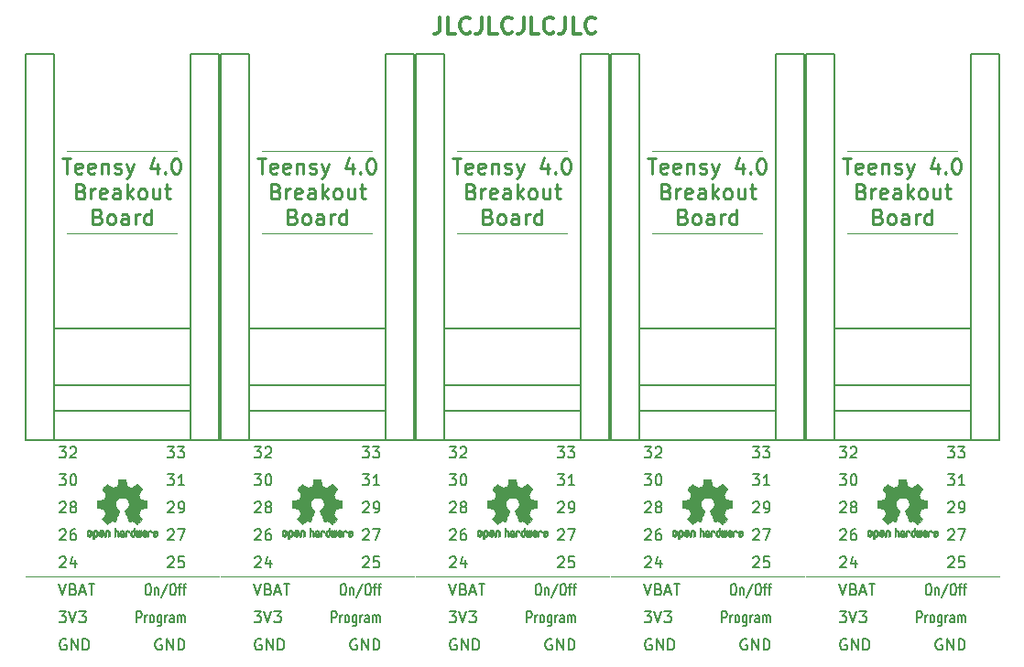
<source format=gto>
G04 #@! TF.GenerationSoftware,KiCad,Pcbnew,(5.1.5)-3*
G04 #@! TF.CreationDate,2019-12-30T21:57:11-08:00*
G04 #@! TF.ProjectId,teensy40-bb-panel,7465656e-7379-4343-902d-62622d70616e,A*
G04 #@! TF.SameCoordinates,Original*
G04 #@! TF.FileFunction,Legend,Top*
G04 #@! TF.FilePolarity,Positive*
%FSLAX46Y46*%
G04 Gerber Fmt 4.6, Leading zero omitted, Abs format (unit mm)*
G04 Created by KiCad (PCBNEW (5.1.5)-3) date 2019-12-30 21:57:11*
%MOMM*%
%LPD*%
G04 APERTURE LIST*
%ADD10C,0.203200*%
%ADD11C,0.190500*%
%ADD12C,0.300000*%
%ADD13C,0.120000*%
%ADD14C,0.254000*%
%ADD15C,0.150000*%
%ADD16C,0.010000*%
G04 APERTURE END LIST*
D10*
X131427824Y-116791619D02*
X132056777Y-116791619D01*
X131718110Y-117178666D01*
X131863253Y-117178666D01*
X131960015Y-117227047D01*
X132008396Y-117275428D01*
X132056777Y-117372190D01*
X132056777Y-117614095D01*
X132008396Y-117710857D01*
X131960015Y-117759238D01*
X131863253Y-117807619D01*
X131572967Y-117807619D01*
X131476205Y-117759238D01*
X131427824Y-117710857D01*
X132395443Y-116791619D02*
X133024396Y-116791619D01*
X132685729Y-117178666D01*
X132830872Y-117178666D01*
X132927634Y-117227047D01*
X132976015Y-117275428D01*
X133024396Y-117372190D01*
X133024396Y-117614095D01*
X132976015Y-117710857D01*
X132927634Y-117759238D01*
X132830872Y-117807619D01*
X132540586Y-117807619D01*
X132443824Y-117759238D01*
X132395443Y-117710857D01*
X149461824Y-116791619D02*
X150090777Y-116791619D01*
X149752110Y-117178666D01*
X149897253Y-117178666D01*
X149994015Y-117227047D01*
X150042396Y-117275428D01*
X150090777Y-117372190D01*
X150090777Y-117614095D01*
X150042396Y-117710857D01*
X149994015Y-117759238D01*
X149897253Y-117807619D01*
X149606967Y-117807619D01*
X149510205Y-117759238D01*
X149461824Y-117710857D01*
X150429443Y-116791619D02*
X151058396Y-116791619D01*
X150719729Y-117178666D01*
X150864872Y-117178666D01*
X150961634Y-117227047D01*
X151010015Y-117275428D01*
X151058396Y-117372190D01*
X151058396Y-117614095D01*
X151010015Y-117710857D01*
X150961634Y-117759238D01*
X150864872Y-117807619D01*
X150574586Y-117807619D01*
X150477824Y-117759238D01*
X150429443Y-117710857D01*
X167495824Y-116791619D02*
X168124777Y-116791619D01*
X167786110Y-117178666D01*
X167931253Y-117178666D01*
X168028015Y-117227047D01*
X168076396Y-117275428D01*
X168124777Y-117372190D01*
X168124777Y-117614095D01*
X168076396Y-117710857D01*
X168028015Y-117759238D01*
X167931253Y-117807619D01*
X167640967Y-117807619D01*
X167544205Y-117759238D01*
X167495824Y-117710857D01*
X168463443Y-116791619D02*
X169092396Y-116791619D01*
X168753729Y-117178666D01*
X168898872Y-117178666D01*
X168995634Y-117227047D01*
X169044015Y-117275428D01*
X169092396Y-117372190D01*
X169092396Y-117614095D01*
X169044015Y-117710857D01*
X168995634Y-117759238D01*
X168898872Y-117807619D01*
X168608586Y-117807619D01*
X168511824Y-117759238D01*
X168463443Y-117710857D01*
X185529824Y-116791619D02*
X186158777Y-116791619D01*
X185820110Y-117178666D01*
X185965253Y-117178666D01*
X186062015Y-117227047D01*
X186110396Y-117275428D01*
X186158777Y-117372190D01*
X186158777Y-117614095D01*
X186110396Y-117710857D01*
X186062015Y-117759238D01*
X185965253Y-117807619D01*
X185674967Y-117807619D01*
X185578205Y-117759238D01*
X185529824Y-117710857D01*
X186497443Y-116791619D02*
X187126396Y-116791619D01*
X186787729Y-117178666D01*
X186932872Y-117178666D01*
X187029634Y-117227047D01*
X187078015Y-117275428D01*
X187126396Y-117372190D01*
X187126396Y-117614095D01*
X187078015Y-117710857D01*
X187029634Y-117759238D01*
X186932872Y-117807619D01*
X186642586Y-117807619D01*
X186545824Y-117759238D01*
X186497443Y-117710857D01*
X175537222Y-132031619D02*
X176166175Y-132031619D01*
X175827508Y-132418666D01*
X175972651Y-132418666D01*
X176069413Y-132467047D01*
X176117794Y-132515428D01*
X176166175Y-132612190D01*
X176166175Y-132854095D01*
X176117794Y-132950857D01*
X176069413Y-132999238D01*
X175972651Y-133047619D01*
X175682365Y-133047619D01*
X175585603Y-132999238D01*
X175537222Y-132950857D01*
X176456460Y-132031619D02*
X176795127Y-133047619D01*
X177133794Y-132031619D01*
X177375699Y-132031619D02*
X178004651Y-132031619D01*
X177665984Y-132418666D01*
X177811127Y-132418666D01*
X177907889Y-132467047D01*
X177956270Y-132515428D01*
X178004651Y-132612190D01*
X178004651Y-132854095D01*
X177956270Y-132950857D01*
X177907889Y-132999238D01*
X177811127Y-133047619D01*
X177520841Y-133047619D01*
X177424080Y-132999238D01*
X177375699Y-132950857D01*
X175488841Y-129491619D02*
X175827508Y-130507619D01*
X176166175Y-129491619D01*
X176843508Y-129975428D02*
X176988651Y-130023809D01*
X177037032Y-130072190D01*
X177085413Y-130168952D01*
X177085413Y-130314095D01*
X177037032Y-130410857D01*
X176988651Y-130459238D01*
X176891889Y-130507619D01*
X176504841Y-130507619D01*
X176504841Y-129491619D01*
X176843508Y-129491619D01*
X176940270Y-129540000D01*
X176988651Y-129588380D01*
X177037032Y-129685142D01*
X177037032Y-129781904D01*
X176988651Y-129878666D01*
X176940270Y-129927047D01*
X176843508Y-129975428D01*
X176504841Y-129975428D01*
X177472460Y-130217333D02*
X177956270Y-130217333D01*
X177375699Y-130507619D02*
X177714365Y-129491619D01*
X178053032Y-130507619D01*
X178246556Y-129491619D02*
X178827127Y-129491619D01*
X178536841Y-130507619D02*
X178536841Y-129491619D01*
X157454841Y-129491619D02*
X157793508Y-130507619D01*
X158132175Y-129491619D01*
X158809508Y-129975428D02*
X158954651Y-130023809D01*
X159003032Y-130072190D01*
X159051413Y-130168952D01*
X159051413Y-130314095D01*
X159003032Y-130410857D01*
X158954651Y-130459238D01*
X158857889Y-130507619D01*
X158470841Y-130507619D01*
X158470841Y-129491619D01*
X158809508Y-129491619D01*
X158906270Y-129540000D01*
X158954651Y-129588380D01*
X159003032Y-129685142D01*
X159003032Y-129781904D01*
X158954651Y-129878666D01*
X158906270Y-129927047D01*
X158809508Y-129975428D01*
X158470841Y-129975428D01*
X159438460Y-130217333D02*
X159922270Y-130217333D01*
X159341699Y-130507619D02*
X159680365Y-129491619D01*
X160019032Y-130507619D01*
X160212556Y-129491619D02*
X160793127Y-129491619D01*
X160502841Y-130507619D02*
X160502841Y-129491619D01*
X139420841Y-129491619D02*
X139759508Y-130507619D01*
X140098175Y-129491619D01*
X140775508Y-129975428D02*
X140920651Y-130023809D01*
X140969032Y-130072190D01*
X141017413Y-130168952D01*
X141017413Y-130314095D01*
X140969032Y-130410857D01*
X140920651Y-130459238D01*
X140823889Y-130507619D01*
X140436841Y-130507619D01*
X140436841Y-129491619D01*
X140775508Y-129491619D01*
X140872270Y-129540000D01*
X140920651Y-129588380D01*
X140969032Y-129685142D01*
X140969032Y-129781904D01*
X140920651Y-129878666D01*
X140872270Y-129927047D01*
X140775508Y-129975428D01*
X140436841Y-129975428D01*
X141404460Y-130217333D02*
X141888270Y-130217333D01*
X141307699Y-130507619D02*
X141646365Y-129491619D01*
X141985032Y-130507619D01*
X142178556Y-129491619D02*
X142759127Y-129491619D01*
X142468841Y-130507619D02*
X142468841Y-129491619D01*
X157503222Y-132031619D02*
X158132175Y-132031619D01*
X157793508Y-132418666D01*
X157938651Y-132418666D01*
X158035413Y-132467047D01*
X158083794Y-132515428D01*
X158132175Y-132612190D01*
X158132175Y-132854095D01*
X158083794Y-132950857D01*
X158035413Y-132999238D01*
X157938651Y-133047619D01*
X157648365Y-133047619D01*
X157551603Y-132999238D01*
X157503222Y-132950857D01*
X158422460Y-132031619D02*
X158761127Y-133047619D01*
X159099794Y-132031619D01*
X159341699Y-132031619D02*
X159970651Y-132031619D01*
X159631984Y-132418666D01*
X159777127Y-132418666D01*
X159873889Y-132467047D01*
X159922270Y-132515428D01*
X159970651Y-132612190D01*
X159970651Y-132854095D01*
X159922270Y-132950857D01*
X159873889Y-132999238D01*
X159777127Y-133047619D01*
X159486841Y-133047619D01*
X159390080Y-132999238D01*
X159341699Y-132950857D01*
X121386841Y-129491619D02*
X121725508Y-130507619D01*
X122064175Y-129491619D01*
X122741508Y-129975428D02*
X122886651Y-130023809D01*
X122935032Y-130072190D01*
X122983413Y-130168952D01*
X122983413Y-130314095D01*
X122935032Y-130410857D01*
X122886651Y-130459238D01*
X122789889Y-130507619D01*
X122402841Y-130507619D01*
X122402841Y-129491619D01*
X122741508Y-129491619D01*
X122838270Y-129540000D01*
X122886651Y-129588380D01*
X122935032Y-129685142D01*
X122935032Y-129781904D01*
X122886651Y-129878666D01*
X122838270Y-129927047D01*
X122741508Y-129975428D01*
X122402841Y-129975428D01*
X123370460Y-130217333D02*
X123854270Y-130217333D01*
X123273699Y-130507619D02*
X123612365Y-129491619D01*
X123951032Y-130507619D01*
X124144556Y-129491619D02*
X124725127Y-129491619D01*
X124434841Y-130507619D02*
X124434841Y-129491619D01*
D11*
X183699603Y-129491619D02*
X183844746Y-129491619D01*
X183917317Y-129540000D01*
X183989889Y-129636761D01*
X184026175Y-129830285D01*
X184026175Y-130168952D01*
X183989889Y-130362476D01*
X183917317Y-130459238D01*
X183844746Y-130507619D01*
X183699603Y-130507619D01*
X183627032Y-130459238D01*
X183554460Y-130362476D01*
X183518175Y-130168952D01*
X183518175Y-129830285D01*
X183554460Y-129636761D01*
X183627032Y-129540000D01*
X183699603Y-129491619D01*
X184352746Y-129830285D02*
X184352746Y-130507619D01*
X184352746Y-129927047D02*
X184389032Y-129878666D01*
X184461603Y-129830285D01*
X184570460Y-129830285D01*
X184643032Y-129878666D01*
X184679317Y-129975428D01*
X184679317Y-130507619D01*
X185586460Y-129443238D02*
X184933317Y-130749523D01*
X185985603Y-129491619D02*
X186130746Y-129491619D01*
X186203317Y-129540000D01*
X186275889Y-129636761D01*
X186312175Y-129830285D01*
X186312175Y-130168952D01*
X186275889Y-130362476D01*
X186203317Y-130459238D01*
X186130746Y-130507619D01*
X185985603Y-130507619D01*
X185913032Y-130459238D01*
X185840460Y-130362476D01*
X185804175Y-130168952D01*
X185804175Y-129830285D01*
X185840460Y-129636761D01*
X185913032Y-129540000D01*
X185985603Y-129491619D01*
X186529889Y-129830285D02*
X186820175Y-129830285D01*
X186638746Y-130507619D02*
X186638746Y-129636761D01*
X186675032Y-129540000D01*
X186747603Y-129491619D01*
X186820175Y-129491619D01*
X186965317Y-129830285D02*
X187255603Y-129830285D01*
X187074175Y-130507619D02*
X187074175Y-129636761D01*
X187110460Y-129540000D01*
X187183032Y-129491619D01*
X187255603Y-129491619D01*
D10*
X121435222Y-132031619D02*
X122064175Y-132031619D01*
X121725508Y-132418666D01*
X121870651Y-132418666D01*
X121967413Y-132467047D01*
X122015794Y-132515428D01*
X122064175Y-132612190D01*
X122064175Y-132854095D01*
X122015794Y-132950857D01*
X121967413Y-132999238D01*
X121870651Y-133047619D01*
X121580365Y-133047619D01*
X121483603Y-132999238D01*
X121435222Y-132950857D01*
X122354460Y-132031619D02*
X122693127Y-133047619D01*
X123031794Y-132031619D01*
X123273699Y-132031619D02*
X123902651Y-132031619D01*
X123563984Y-132418666D01*
X123709127Y-132418666D01*
X123805889Y-132467047D01*
X123854270Y-132515428D01*
X123902651Y-132612190D01*
X123902651Y-132854095D01*
X123854270Y-132950857D01*
X123805889Y-132999238D01*
X123709127Y-133047619D01*
X123418841Y-133047619D01*
X123322080Y-132999238D01*
X123273699Y-132950857D01*
X139469222Y-132031619D02*
X140098175Y-132031619D01*
X139759508Y-132418666D01*
X139904651Y-132418666D01*
X140001413Y-132467047D01*
X140049794Y-132515428D01*
X140098175Y-132612190D01*
X140098175Y-132854095D01*
X140049794Y-132950857D01*
X140001413Y-132999238D01*
X139904651Y-133047619D01*
X139614365Y-133047619D01*
X139517603Y-132999238D01*
X139469222Y-132950857D01*
X140388460Y-132031619D02*
X140727127Y-133047619D01*
X141065794Y-132031619D01*
X141307699Y-132031619D02*
X141936651Y-132031619D01*
X141597984Y-132418666D01*
X141743127Y-132418666D01*
X141839889Y-132467047D01*
X141888270Y-132515428D01*
X141936651Y-132612190D01*
X141936651Y-132854095D01*
X141888270Y-132950857D01*
X141839889Y-132999238D01*
X141743127Y-133047619D01*
X141452841Y-133047619D01*
X141356080Y-132999238D01*
X141307699Y-132950857D01*
D12*
X138616928Y-77029571D02*
X138616928Y-78101000D01*
X138545500Y-78315285D01*
X138402642Y-78458142D01*
X138188357Y-78529571D01*
X138045500Y-78529571D01*
X140045500Y-78529571D02*
X139331214Y-78529571D01*
X139331214Y-77029571D01*
X141402642Y-78386714D02*
X141331214Y-78458142D01*
X141116928Y-78529571D01*
X140974071Y-78529571D01*
X140759785Y-78458142D01*
X140616928Y-78315285D01*
X140545500Y-78172428D01*
X140474071Y-77886714D01*
X140474071Y-77672428D01*
X140545500Y-77386714D01*
X140616928Y-77243857D01*
X140759785Y-77101000D01*
X140974071Y-77029571D01*
X141116928Y-77029571D01*
X141331214Y-77101000D01*
X141402642Y-77172428D01*
X142474071Y-77029571D02*
X142474071Y-78101000D01*
X142402642Y-78315285D01*
X142259785Y-78458142D01*
X142045500Y-78529571D01*
X141902642Y-78529571D01*
X143902642Y-78529571D02*
X143188357Y-78529571D01*
X143188357Y-77029571D01*
X145259785Y-78386714D02*
X145188357Y-78458142D01*
X144974071Y-78529571D01*
X144831214Y-78529571D01*
X144616928Y-78458142D01*
X144474071Y-78315285D01*
X144402642Y-78172428D01*
X144331214Y-77886714D01*
X144331214Y-77672428D01*
X144402642Y-77386714D01*
X144474071Y-77243857D01*
X144616928Y-77101000D01*
X144831214Y-77029571D01*
X144974071Y-77029571D01*
X145188357Y-77101000D01*
X145259785Y-77172428D01*
X146331214Y-77029571D02*
X146331214Y-78101000D01*
X146259785Y-78315285D01*
X146116928Y-78458142D01*
X145902642Y-78529571D01*
X145759785Y-78529571D01*
X147759785Y-78529571D02*
X147045500Y-78529571D01*
X147045500Y-77029571D01*
X149116928Y-78386714D02*
X149045500Y-78458142D01*
X148831214Y-78529571D01*
X148688357Y-78529571D01*
X148474071Y-78458142D01*
X148331214Y-78315285D01*
X148259785Y-78172428D01*
X148188357Y-77886714D01*
X148188357Y-77672428D01*
X148259785Y-77386714D01*
X148331214Y-77243857D01*
X148474071Y-77101000D01*
X148688357Y-77029571D01*
X148831214Y-77029571D01*
X149045500Y-77101000D01*
X149116928Y-77172428D01*
X150188357Y-77029571D02*
X150188357Y-78101000D01*
X150116928Y-78315285D01*
X149974071Y-78458142D01*
X149759785Y-78529571D01*
X149616928Y-78529571D01*
X151616928Y-78529571D02*
X150902642Y-78529571D01*
X150902642Y-77029571D01*
X152974071Y-78386714D02*
X152902642Y-78458142D01*
X152688357Y-78529571D01*
X152545500Y-78529571D01*
X152331214Y-78458142D01*
X152188357Y-78315285D01*
X152116928Y-78172428D01*
X152045500Y-77886714D01*
X152045500Y-77672428D01*
X152116928Y-77386714D01*
X152188357Y-77243857D01*
X152331214Y-77101000D01*
X152545500Y-77029571D01*
X152688357Y-77029571D01*
X152902642Y-77101000D01*
X152974071Y-77172428D01*
D13*
X104140000Y-89408000D02*
X114300000Y-89408000D01*
X104140000Y-97028000D02*
X114300000Y-97028000D01*
X100266500Y-128778000D02*
X118173500Y-128778000D01*
X118300500Y-128778000D02*
X136207500Y-128778000D01*
X154368500Y-128778000D02*
X172275500Y-128778000D01*
X136334500Y-128778000D02*
X154241500Y-128778000D01*
X172402500Y-128778000D02*
X190309500Y-128778000D01*
X158242000Y-97028000D02*
X168402000Y-97028000D01*
X176276000Y-89408000D02*
X186436000Y-89408000D01*
X176276000Y-97028000D02*
X186436000Y-97028000D01*
X122174000Y-97028000D02*
X132334000Y-97028000D01*
X158242000Y-89408000D02*
X168402000Y-89408000D01*
X140208000Y-89408000D02*
X150368000Y-89408000D01*
X122174000Y-89408000D02*
X132334000Y-89408000D01*
X140208000Y-97028000D02*
X150368000Y-97028000D01*
D10*
X175585603Y-127048380D02*
X175633984Y-127000000D01*
X175730746Y-126951619D01*
X175972651Y-126951619D01*
X176069413Y-127000000D01*
X176117794Y-127048380D01*
X176166175Y-127145142D01*
X176166175Y-127241904D01*
X176117794Y-127387047D01*
X175537222Y-127967619D01*
X176166175Y-127967619D01*
X177037032Y-127290285D02*
X177037032Y-127967619D01*
X176795127Y-126903238D02*
X176553222Y-127628952D01*
X177182175Y-127628952D01*
X157551603Y-127048380D02*
X157599984Y-127000000D01*
X157696746Y-126951619D01*
X157938651Y-126951619D01*
X158035413Y-127000000D01*
X158083794Y-127048380D01*
X158132175Y-127145142D01*
X158132175Y-127241904D01*
X158083794Y-127387047D01*
X157503222Y-127967619D01*
X158132175Y-127967619D01*
X159003032Y-127290285D02*
X159003032Y-127967619D01*
X158761127Y-126903238D02*
X158519222Y-127628952D01*
X159148175Y-127628952D01*
X121483603Y-124508380D02*
X121531984Y-124460000D01*
X121628746Y-124411619D01*
X121870651Y-124411619D01*
X121967413Y-124460000D01*
X122015794Y-124508380D01*
X122064175Y-124605142D01*
X122064175Y-124701904D01*
X122015794Y-124847047D01*
X121435222Y-125427619D01*
X122064175Y-125427619D01*
X122935032Y-124411619D02*
X122741508Y-124411619D01*
X122644746Y-124460000D01*
X122596365Y-124508380D01*
X122499603Y-124653523D01*
X122451222Y-124847047D01*
X122451222Y-125234095D01*
X122499603Y-125330857D01*
X122547984Y-125379238D01*
X122644746Y-125427619D01*
X122838270Y-125427619D01*
X122935032Y-125379238D01*
X122983413Y-125330857D01*
X123031794Y-125234095D01*
X123031794Y-124992190D01*
X122983413Y-124895428D01*
X122935032Y-124847047D01*
X122838270Y-124798666D01*
X122644746Y-124798666D01*
X122547984Y-124847047D01*
X122499603Y-124895428D01*
X122451222Y-124992190D01*
X148929634Y-134620000D02*
X148832872Y-134571619D01*
X148687729Y-134571619D01*
X148542586Y-134620000D01*
X148445824Y-134716761D01*
X148397443Y-134813523D01*
X148349062Y-135007047D01*
X148349062Y-135152190D01*
X148397443Y-135345714D01*
X148445824Y-135442476D01*
X148542586Y-135539238D01*
X148687729Y-135587619D01*
X148784491Y-135587619D01*
X148929634Y-135539238D01*
X148978015Y-135490857D01*
X148978015Y-135152190D01*
X148784491Y-135152190D01*
X149413443Y-135587619D02*
X149413443Y-134571619D01*
X149994015Y-135587619D01*
X149994015Y-134571619D01*
X150477824Y-135587619D02*
X150477824Y-134571619D01*
X150719729Y-134571619D01*
X150864872Y-134620000D01*
X150961634Y-134716761D01*
X151010015Y-134813523D01*
X151058396Y-135007047D01*
X151058396Y-135152190D01*
X151010015Y-135345714D01*
X150961634Y-135442476D01*
X150864872Y-135539238D01*
X150719729Y-135587619D01*
X150477824Y-135587619D01*
X139517603Y-127048380D02*
X139565984Y-127000000D01*
X139662746Y-126951619D01*
X139904651Y-126951619D01*
X140001413Y-127000000D01*
X140049794Y-127048380D01*
X140098175Y-127145142D01*
X140098175Y-127241904D01*
X140049794Y-127387047D01*
X139469222Y-127967619D01*
X140098175Y-127967619D01*
X140969032Y-127290285D02*
X140969032Y-127967619D01*
X140727127Y-126903238D02*
X140485222Y-127628952D01*
X141114175Y-127628952D01*
X121483603Y-127048380D02*
X121531984Y-127000000D01*
X121628746Y-126951619D01*
X121870651Y-126951619D01*
X121967413Y-127000000D01*
X122015794Y-127048380D01*
X122064175Y-127145142D01*
X122064175Y-127241904D01*
X122015794Y-127387047D01*
X121435222Y-127967619D01*
X122064175Y-127967619D01*
X122935032Y-127290285D02*
X122935032Y-127967619D01*
X122693127Y-126903238D02*
X122451222Y-127628952D01*
X123080175Y-127628952D01*
D11*
X182719889Y-133047619D02*
X182719889Y-132031619D01*
X183010175Y-132031619D01*
X183082746Y-132080000D01*
X183119032Y-132128380D01*
X183155317Y-132225142D01*
X183155317Y-132370285D01*
X183119032Y-132467047D01*
X183082746Y-132515428D01*
X183010175Y-132563809D01*
X182719889Y-132563809D01*
X183481889Y-133047619D02*
X183481889Y-132370285D01*
X183481889Y-132563809D02*
X183518175Y-132467047D01*
X183554460Y-132418666D01*
X183627032Y-132370285D01*
X183699603Y-132370285D01*
X184062460Y-133047619D02*
X183989889Y-132999238D01*
X183953603Y-132950857D01*
X183917317Y-132854095D01*
X183917317Y-132563809D01*
X183953603Y-132467047D01*
X183989889Y-132418666D01*
X184062460Y-132370285D01*
X184171317Y-132370285D01*
X184243889Y-132418666D01*
X184280175Y-132467047D01*
X184316460Y-132563809D01*
X184316460Y-132854095D01*
X184280175Y-132950857D01*
X184243889Y-132999238D01*
X184171317Y-133047619D01*
X184062460Y-133047619D01*
X184969603Y-132370285D02*
X184969603Y-133192761D01*
X184933317Y-133289523D01*
X184897032Y-133337904D01*
X184824460Y-133386285D01*
X184715603Y-133386285D01*
X184643032Y-133337904D01*
X184969603Y-132999238D02*
X184897032Y-133047619D01*
X184751889Y-133047619D01*
X184679317Y-132999238D01*
X184643032Y-132950857D01*
X184606746Y-132854095D01*
X184606746Y-132563809D01*
X184643032Y-132467047D01*
X184679317Y-132418666D01*
X184751889Y-132370285D01*
X184897032Y-132370285D01*
X184969603Y-132418666D01*
X185332460Y-133047619D02*
X185332460Y-132370285D01*
X185332460Y-132563809D02*
X185368746Y-132467047D01*
X185405032Y-132418666D01*
X185477603Y-132370285D01*
X185550175Y-132370285D01*
X186130746Y-133047619D02*
X186130746Y-132515428D01*
X186094460Y-132418666D01*
X186021889Y-132370285D01*
X185876746Y-132370285D01*
X185804175Y-132418666D01*
X186130746Y-132999238D02*
X186058175Y-133047619D01*
X185876746Y-133047619D01*
X185804175Y-132999238D01*
X185767889Y-132902476D01*
X185767889Y-132805714D01*
X185804175Y-132708952D01*
X185876746Y-132660571D01*
X186058175Y-132660571D01*
X186130746Y-132612190D01*
X186493603Y-133047619D02*
X186493603Y-132370285D01*
X186493603Y-132467047D02*
X186529889Y-132418666D01*
X186602460Y-132370285D01*
X186711317Y-132370285D01*
X186783889Y-132418666D01*
X186820175Y-132515428D01*
X186820175Y-133047619D01*
X186820175Y-132515428D02*
X186856460Y-132418666D01*
X186929032Y-132370285D01*
X187037889Y-132370285D01*
X187110460Y-132418666D01*
X187146746Y-132515428D01*
X187146746Y-133047619D01*
X146651889Y-133047619D02*
X146651889Y-132031619D01*
X146942175Y-132031619D01*
X147014746Y-132080000D01*
X147051032Y-132128380D01*
X147087317Y-132225142D01*
X147087317Y-132370285D01*
X147051032Y-132467047D01*
X147014746Y-132515428D01*
X146942175Y-132563809D01*
X146651889Y-132563809D01*
X147413889Y-133047619D02*
X147413889Y-132370285D01*
X147413889Y-132563809D02*
X147450175Y-132467047D01*
X147486460Y-132418666D01*
X147559032Y-132370285D01*
X147631603Y-132370285D01*
X147994460Y-133047619D02*
X147921889Y-132999238D01*
X147885603Y-132950857D01*
X147849317Y-132854095D01*
X147849317Y-132563809D01*
X147885603Y-132467047D01*
X147921889Y-132418666D01*
X147994460Y-132370285D01*
X148103317Y-132370285D01*
X148175889Y-132418666D01*
X148212175Y-132467047D01*
X148248460Y-132563809D01*
X148248460Y-132854095D01*
X148212175Y-132950857D01*
X148175889Y-132999238D01*
X148103317Y-133047619D01*
X147994460Y-133047619D01*
X148901603Y-132370285D02*
X148901603Y-133192761D01*
X148865317Y-133289523D01*
X148829032Y-133337904D01*
X148756460Y-133386285D01*
X148647603Y-133386285D01*
X148575032Y-133337904D01*
X148901603Y-132999238D02*
X148829032Y-133047619D01*
X148683889Y-133047619D01*
X148611317Y-132999238D01*
X148575032Y-132950857D01*
X148538746Y-132854095D01*
X148538746Y-132563809D01*
X148575032Y-132467047D01*
X148611317Y-132418666D01*
X148683889Y-132370285D01*
X148829032Y-132370285D01*
X148901603Y-132418666D01*
X149264460Y-133047619D02*
X149264460Y-132370285D01*
X149264460Y-132563809D02*
X149300746Y-132467047D01*
X149337032Y-132418666D01*
X149409603Y-132370285D01*
X149482175Y-132370285D01*
X150062746Y-133047619D02*
X150062746Y-132515428D01*
X150026460Y-132418666D01*
X149953889Y-132370285D01*
X149808746Y-132370285D01*
X149736175Y-132418666D01*
X150062746Y-132999238D02*
X149990175Y-133047619D01*
X149808746Y-133047619D01*
X149736175Y-132999238D01*
X149699889Y-132902476D01*
X149699889Y-132805714D01*
X149736175Y-132708952D01*
X149808746Y-132660571D01*
X149990175Y-132660571D01*
X150062746Y-132612190D01*
X150425603Y-133047619D02*
X150425603Y-132370285D01*
X150425603Y-132467047D02*
X150461889Y-132418666D01*
X150534460Y-132370285D01*
X150643317Y-132370285D01*
X150715889Y-132418666D01*
X150752175Y-132515428D01*
X150752175Y-133047619D01*
X150752175Y-132515428D02*
X150788460Y-132418666D01*
X150861032Y-132370285D01*
X150969889Y-132370285D01*
X151042460Y-132418666D01*
X151078746Y-132515428D01*
X151078746Y-133047619D01*
X165665603Y-129491619D02*
X165810746Y-129491619D01*
X165883317Y-129540000D01*
X165955889Y-129636761D01*
X165992175Y-129830285D01*
X165992175Y-130168952D01*
X165955889Y-130362476D01*
X165883317Y-130459238D01*
X165810746Y-130507619D01*
X165665603Y-130507619D01*
X165593032Y-130459238D01*
X165520460Y-130362476D01*
X165484175Y-130168952D01*
X165484175Y-129830285D01*
X165520460Y-129636761D01*
X165593032Y-129540000D01*
X165665603Y-129491619D01*
X166318746Y-129830285D02*
X166318746Y-130507619D01*
X166318746Y-129927047D02*
X166355032Y-129878666D01*
X166427603Y-129830285D01*
X166536460Y-129830285D01*
X166609032Y-129878666D01*
X166645317Y-129975428D01*
X166645317Y-130507619D01*
X167552460Y-129443238D02*
X166899317Y-130749523D01*
X167951603Y-129491619D02*
X168096746Y-129491619D01*
X168169317Y-129540000D01*
X168241889Y-129636761D01*
X168278175Y-129830285D01*
X168278175Y-130168952D01*
X168241889Y-130362476D01*
X168169317Y-130459238D01*
X168096746Y-130507619D01*
X167951603Y-130507619D01*
X167879032Y-130459238D01*
X167806460Y-130362476D01*
X167770175Y-130168952D01*
X167770175Y-129830285D01*
X167806460Y-129636761D01*
X167879032Y-129540000D01*
X167951603Y-129491619D01*
X168495889Y-129830285D02*
X168786175Y-129830285D01*
X168604746Y-130507619D02*
X168604746Y-129636761D01*
X168641032Y-129540000D01*
X168713603Y-129491619D01*
X168786175Y-129491619D01*
X168931317Y-129830285D02*
X169221603Y-129830285D01*
X169040175Y-130507619D02*
X169040175Y-129636761D01*
X169076460Y-129540000D01*
X169149032Y-129491619D01*
X169221603Y-129491619D01*
D10*
X175585603Y-124508380D02*
X175633984Y-124460000D01*
X175730746Y-124411619D01*
X175972651Y-124411619D01*
X176069413Y-124460000D01*
X176117794Y-124508380D01*
X176166175Y-124605142D01*
X176166175Y-124701904D01*
X176117794Y-124847047D01*
X175537222Y-125427619D01*
X176166175Y-125427619D01*
X177037032Y-124411619D02*
X176843508Y-124411619D01*
X176746746Y-124460000D01*
X176698365Y-124508380D01*
X176601603Y-124653523D01*
X176553222Y-124847047D01*
X176553222Y-125234095D01*
X176601603Y-125330857D01*
X176649984Y-125379238D01*
X176746746Y-125427619D01*
X176940270Y-125427619D01*
X177037032Y-125379238D01*
X177085413Y-125330857D01*
X177133794Y-125234095D01*
X177133794Y-124992190D01*
X177085413Y-124895428D01*
X177037032Y-124847047D01*
X176940270Y-124798666D01*
X176746746Y-124798666D01*
X176649984Y-124847047D01*
X176601603Y-124895428D01*
X176553222Y-124992190D01*
X157551603Y-124508380D02*
X157599984Y-124460000D01*
X157696746Y-124411619D01*
X157938651Y-124411619D01*
X158035413Y-124460000D01*
X158083794Y-124508380D01*
X158132175Y-124605142D01*
X158132175Y-124701904D01*
X158083794Y-124847047D01*
X157503222Y-125427619D01*
X158132175Y-125427619D01*
X159003032Y-124411619D02*
X158809508Y-124411619D01*
X158712746Y-124460000D01*
X158664365Y-124508380D01*
X158567603Y-124653523D01*
X158519222Y-124847047D01*
X158519222Y-125234095D01*
X158567603Y-125330857D01*
X158615984Y-125379238D01*
X158712746Y-125427619D01*
X158906270Y-125427619D01*
X159003032Y-125379238D01*
X159051413Y-125330857D01*
X159099794Y-125234095D01*
X159099794Y-124992190D01*
X159051413Y-124895428D01*
X159003032Y-124847047D01*
X158906270Y-124798666D01*
X158712746Y-124798666D01*
X158615984Y-124847047D01*
X158567603Y-124895428D01*
X158519222Y-124992190D01*
D11*
X147631603Y-129491619D02*
X147776746Y-129491619D01*
X147849317Y-129540000D01*
X147921889Y-129636761D01*
X147958175Y-129830285D01*
X147958175Y-130168952D01*
X147921889Y-130362476D01*
X147849317Y-130459238D01*
X147776746Y-130507619D01*
X147631603Y-130507619D01*
X147559032Y-130459238D01*
X147486460Y-130362476D01*
X147450175Y-130168952D01*
X147450175Y-129830285D01*
X147486460Y-129636761D01*
X147559032Y-129540000D01*
X147631603Y-129491619D01*
X148284746Y-129830285D02*
X148284746Y-130507619D01*
X148284746Y-129927047D02*
X148321032Y-129878666D01*
X148393603Y-129830285D01*
X148502460Y-129830285D01*
X148575032Y-129878666D01*
X148611317Y-129975428D01*
X148611317Y-130507619D01*
X149518460Y-129443238D02*
X148865317Y-130749523D01*
X149917603Y-129491619D02*
X150062746Y-129491619D01*
X150135317Y-129540000D01*
X150207889Y-129636761D01*
X150244175Y-129830285D01*
X150244175Y-130168952D01*
X150207889Y-130362476D01*
X150135317Y-130459238D01*
X150062746Y-130507619D01*
X149917603Y-130507619D01*
X149845032Y-130459238D01*
X149772460Y-130362476D01*
X149736175Y-130168952D01*
X149736175Y-129830285D01*
X149772460Y-129636761D01*
X149845032Y-129540000D01*
X149917603Y-129491619D01*
X150461889Y-129830285D02*
X150752175Y-129830285D01*
X150570746Y-130507619D02*
X150570746Y-129636761D01*
X150607032Y-129540000D01*
X150679603Y-129491619D01*
X150752175Y-129491619D01*
X150897317Y-129830285D02*
X151187603Y-129830285D01*
X151006175Y-130507619D02*
X151006175Y-129636761D01*
X151042460Y-129540000D01*
X151115032Y-129491619D01*
X151187603Y-129491619D01*
D10*
X139517603Y-124508380D02*
X139565984Y-124460000D01*
X139662746Y-124411619D01*
X139904651Y-124411619D01*
X140001413Y-124460000D01*
X140049794Y-124508380D01*
X140098175Y-124605142D01*
X140098175Y-124701904D01*
X140049794Y-124847047D01*
X139469222Y-125427619D01*
X140098175Y-125427619D01*
X140969032Y-124411619D02*
X140775508Y-124411619D01*
X140678746Y-124460000D01*
X140630365Y-124508380D01*
X140533603Y-124653523D01*
X140485222Y-124847047D01*
X140485222Y-125234095D01*
X140533603Y-125330857D01*
X140581984Y-125379238D01*
X140678746Y-125427619D01*
X140872270Y-125427619D01*
X140969032Y-125379238D01*
X141017413Y-125330857D01*
X141065794Y-125234095D01*
X141065794Y-124992190D01*
X141017413Y-124895428D01*
X140969032Y-124847047D01*
X140872270Y-124798666D01*
X140678746Y-124798666D01*
X140581984Y-124847047D01*
X140533603Y-124895428D01*
X140485222Y-124992190D01*
X184997634Y-134620000D02*
X184900872Y-134571619D01*
X184755729Y-134571619D01*
X184610586Y-134620000D01*
X184513824Y-134716761D01*
X184465443Y-134813523D01*
X184417062Y-135007047D01*
X184417062Y-135152190D01*
X184465443Y-135345714D01*
X184513824Y-135442476D01*
X184610586Y-135539238D01*
X184755729Y-135587619D01*
X184852491Y-135587619D01*
X184997634Y-135539238D01*
X185046015Y-135490857D01*
X185046015Y-135152190D01*
X184852491Y-135152190D01*
X185481443Y-135587619D02*
X185481443Y-134571619D01*
X186062015Y-135587619D01*
X186062015Y-134571619D01*
X186545824Y-135587619D02*
X186545824Y-134571619D01*
X186787729Y-134571619D01*
X186932872Y-134620000D01*
X187029634Y-134716761D01*
X187078015Y-134813523D01*
X187126396Y-135007047D01*
X187126396Y-135152190D01*
X187078015Y-135345714D01*
X187029634Y-135442476D01*
X186932872Y-135539238D01*
X186787729Y-135587619D01*
X186545824Y-135587619D01*
X166963634Y-134620000D02*
X166866872Y-134571619D01*
X166721729Y-134571619D01*
X166576586Y-134620000D01*
X166479824Y-134716761D01*
X166431443Y-134813523D01*
X166383062Y-135007047D01*
X166383062Y-135152190D01*
X166431443Y-135345714D01*
X166479824Y-135442476D01*
X166576586Y-135539238D01*
X166721729Y-135587619D01*
X166818491Y-135587619D01*
X166963634Y-135539238D01*
X167012015Y-135490857D01*
X167012015Y-135152190D01*
X166818491Y-135152190D01*
X167447443Y-135587619D02*
X167447443Y-134571619D01*
X168028015Y-135587619D01*
X168028015Y-134571619D01*
X168511824Y-135587619D02*
X168511824Y-134571619D01*
X168753729Y-134571619D01*
X168898872Y-134620000D01*
X168995634Y-134716761D01*
X169044015Y-134813523D01*
X169092396Y-135007047D01*
X169092396Y-135152190D01*
X169044015Y-135345714D01*
X168995634Y-135442476D01*
X168898872Y-135539238D01*
X168753729Y-135587619D01*
X168511824Y-135587619D01*
X130895634Y-134620000D02*
X130798872Y-134571619D01*
X130653729Y-134571619D01*
X130508586Y-134620000D01*
X130411824Y-134716761D01*
X130363443Y-134813523D01*
X130315062Y-135007047D01*
X130315062Y-135152190D01*
X130363443Y-135345714D01*
X130411824Y-135442476D01*
X130508586Y-135539238D01*
X130653729Y-135587619D01*
X130750491Y-135587619D01*
X130895634Y-135539238D01*
X130944015Y-135490857D01*
X130944015Y-135152190D01*
X130750491Y-135152190D01*
X131379443Y-135587619D02*
X131379443Y-134571619D01*
X131960015Y-135587619D01*
X131960015Y-134571619D01*
X132443824Y-135587619D02*
X132443824Y-134571619D01*
X132685729Y-134571619D01*
X132830872Y-134620000D01*
X132927634Y-134716761D01*
X132976015Y-134813523D01*
X133024396Y-135007047D01*
X133024396Y-135152190D01*
X132976015Y-135345714D01*
X132927634Y-135442476D01*
X132830872Y-135539238D01*
X132685729Y-135587619D01*
X132443824Y-135587619D01*
D11*
X164685889Y-133047619D02*
X164685889Y-132031619D01*
X164976175Y-132031619D01*
X165048746Y-132080000D01*
X165085032Y-132128380D01*
X165121317Y-132225142D01*
X165121317Y-132370285D01*
X165085032Y-132467047D01*
X165048746Y-132515428D01*
X164976175Y-132563809D01*
X164685889Y-132563809D01*
X165447889Y-133047619D02*
X165447889Y-132370285D01*
X165447889Y-132563809D02*
X165484175Y-132467047D01*
X165520460Y-132418666D01*
X165593032Y-132370285D01*
X165665603Y-132370285D01*
X166028460Y-133047619D02*
X165955889Y-132999238D01*
X165919603Y-132950857D01*
X165883317Y-132854095D01*
X165883317Y-132563809D01*
X165919603Y-132467047D01*
X165955889Y-132418666D01*
X166028460Y-132370285D01*
X166137317Y-132370285D01*
X166209889Y-132418666D01*
X166246175Y-132467047D01*
X166282460Y-132563809D01*
X166282460Y-132854095D01*
X166246175Y-132950857D01*
X166209889Y-132999238D01*
X166137317Y-133047619D01*
X166028460Y-133047619D01*
X166935603Y-132370285D02*
X166935603Y-133192761D01*
X166899317Y-133289523D01*
X166863032Y-133337904D01*
X166790460Y-133386285D01*
X166681603Y-133386285D01*
X166609032Y-133337904D01*
X166935603Y-132999238D02*
X166863032Y-133047619D01*
X166717889Y-133047619D01*
X166645317Y-132999238D01*
X166609032Y-132950857D01*
X166572746Y-132854095D01*
X166572746Y-132563809D01*
X166609032Y-132467047D01*
X166645317Y-132418666D01*
X166717889Y-132370285D01*
X166863032Y-132370285D01*
X166935603Y-132418666D01*
X167298460Y-133047619D02*
X167298460Y-132370285D01*
X167298460Y-132563809D02*
X167334746Y-132467047D01*
X167371032Y-132418666D01*
X167443603Y-132370285D01*
X167516175Y-132370285D01*
X168096746Y-133047619D02*
X168096746Y-132515428D01*
X168060460Y-132418666D01*
X167987889Y-132370285D01*
X167842746Y-132370285D01*
X167770175Y-132418666D01*
X168096746Y-132999238D02*
X168024175Y-133047619D01*
X167842746Y-133047619D01*
X167770175Y-132999238D01*
X167733889Y-132902476D01*
X167733889Y-132805714D01*
X167770175Y-132708952D01*
X167842746Y-132660571D01*
X168024175Y-132660571D01*
X168096746Y-132612190D01*
X168459603Y-133047619D02*
X168459603Y-132370285D01*
X168459603Y-132467047D02*
X168495889Y-132418666D01*
X168568460Y-132370285D01*
X168677317Y-132370285D01*
X168749889Y-132418666D01*
X168786175Y-132515428D01*
X168786175Y-133047619D01*
X168786175Y-132515428D02*
X168822460Y-132418666D01*
X168895032Y-132370285D01*
X169003889Y-132370285D01*
X169076460Y-132418666D01*
X169112746Y-132515428D01*
X169112746Y-133047619D01*
X129597603Y-129491619D02*
X129742746Y-129491619D01*
X129815317Y-129540000D01*
X129887889Y-129636761D01*
X129924175Y-129830285D01*
X129924175Y-130168952D01*
X129887889Y-130362476D01*
X129815317Y-130459238D01*
X129742746Y-130507619D01*
X129597603Y-130507619D01*
X129525032Y-130459238D01*
X129452460Y-130362476D01*
X129416175Y-130168952D01*
X129416175Y-129830285D01*
X129452460Y-129636761D01*
X129525032Y-129540000D01*
X129597603Y-129491619D01*
X130250746Y-129830285D02*
X130250746Y-130507619D01*
X130250746Y-129927047D02*
X130287032Y-129878666D01*
X130359603Y-129830285D01*
X130468460Y-129830285D01*
X130541032Y-129878666D01*
X130577317Y-129975428D01*
X130577317Y-130507619D01*
X131484460Y-129443238D02*
X130831317Y-130749523D01*
X131883603Y-129491619D02*
X132028746Y-129491619D01*
X132101317Y-129540000D01*
X132173889Y-129636761D01*
X132210175Y-129830285D01*
X132210175Y-130168952D01*
X132173889Y-130362476D01*
X132101317Y-130459238D01*
X132028746Y-130507619D01*
X131883603Y-130507619D01*
X131811032Y-130459238D01*
X131738460Y-130362476D01*
X131702175Y-130168952D01*
X131702175Y-129830285D01*
X131738460Y-129636761D01*
X131811032Y-129540000D01*
X131883603Y-129491619D01*
X132427889Y-129830285D02*
X132718175Y-129830285D01*
X132536746Y-130507619D02*
X132536746Y-129636761D01*
X132573032Y-129540000D01*
X132645603Y-129491619D01*
X132718175Y-129491619D01*
X132863317Y-129830285D02*
X133153603Y-129830285D01*
X132972175Y-130507619D02*
X132972175Y-129636761D01*
X133008460Y-129540000D01*
X133081032Y-129491619D01*
X133153603Y-129491619D01*
D10*
X158132175Y-134620000D02*
X158035413Y-134571619D01*
X157890270Y-134571619D01*
X157745127Y-134620000D01*
X157648365Y-134716761D01*
X157599984Y-134813523D01*
X157551603Y-135007047D01*
X157551603Y-135152190D01*
X157599984Y-135345714D01*
X157648365Y-135442476D01*
X157745127Y-135539238D01*
X157890270Y-135587619D01*
X157987032Y-135587619D01*
X158132175Y-135539238D01*
X158180556Y-135490857D01*
X158180556Y-135152190D01*
X157987032Y-135152190D01*
X158615984Y-135587619D02*
X158615984Y-134571619D01*
X159196556Y-135587619D01*
X159196556Y-134571619D01*
X159680365Y-135587619D02*
X159680365Y-134571619D01*
X159922270Y-134571619D01*
X160067413Y-134620000D01*
X160164175Y-134716761D01*
X160212556Y-134813523D01*
X160260937Y-135007047D01*
X160260937Y-135152190D01*
X160212556Y-135345714D01*
X160164175Y-135442476D01*
X160067413Y-135539238D01*
X159922270Y-135587619D01*
X159680365Y-135587619D01*
X176166175Y-134620000D02*
X176069413Y-134571619D01*
X175924270Y-134571619D01*
X175779127Y-134620000D01*
X175682365Y-134716761D01*
X175633984Y-134813523D01*
X175585603Y-135007047D01*
X175585603Y-135152190D01*
X175633984Y-135345714D01*
X175682365Y-135442476D01*
X175779127Y-135539238D01*
X175924270Y-135587619D01*
X176021032Y-135587619D01*
X176166175Y-135539238D01*
X176214556Y-135490857D01*
X176214556Y-135152190D01*
X176021032Y-135152190D01*
X176649984Y-135587619D02*
X176649984Y-134571619D01*
X177230556Y-135587619D01*
X177230556Y-134571619D01*
X177714365Y-135587619D02*
X177714365Y-134571619D01*
X177956270Y-134571619D01*
X178101413Y-134620000D01*
X178198175Y-134716761D01*
X178246556Y-134813523D01*
X178294937Y-135007047D01*
X178294937Y-135152190D01*
X178246556Y-135345714D01*
X178198175Y-135442476D01*
X178101413Y-135539238D01*
X177956270Y-135587619D01*
X177714365Y-135587619D01*
X140098175Y-134620000D02*
X140001413Y-134571619D01*
X139856270Y-134571619D01*
X139711127Y-134620000D01*
X139614365Y-134716761D01*
X139565984Y-134813523D01*
X139517603Y-135007047D01*
X139517603Y-135152190D01*
X139565984Y-135345714D01*
X139614365Y-135442476D01*
X139711127Y-135539238D01*
X139856270Y-135587619D01*
X139953032Y-135587619D01*
X140098175Y-135539238D01*
X140146556Y-135490857D01*
X140146556Y-135152190D01*
X139953032Y-135152190D01*
X140581984Y-135587619D02*
X140581984Y-134571619D01*
X141162556Y-135587619D01*
X141162556Y-134571619D01*
X141646365Y-135587619D02*
X141646365Y-134571619D01*
X141888270Y-134571619D01*
X142033413Y-134620000D01*
X142130175Y-134716761D01*
X142178556Y-134813523D01*
X142226937Y-135007047D01*
X142226937Y-135152190D01*
X142178556Y-135345714D01*
X142130175Y-135442476D01*
X142033413Y-135539238D01*
X141888270Y-135587619D01*
X141646365Y-135587619D01*
X122064175Y-134620000D02*
X121967413Y-134571619D01*
X121822270Y-134571619D01*
X121677127Y-134620000D01*
X121580365Y-134716761D01*
X121531984Y-134813523D01*
X121483603Y-135007047D01*
X121483603Y-135152190D01*
X121531984Y-135345714D01*
X121580365Y-135442476D01*
X121677127Y-135539238D01*
X121822270Y-135587619D01*
X121919032Y-135587619D01*
X122064175Y-135539238D01*
X122112556Y-135490857D01*
X122112556Y-135152190D01*
X121919032Y-135152190D01*
X122547984Y-135587619D02*
X122547984Y-134571619D01*
X123128556Y-135587619D01*
X123128556Y-134571619D01*
X123612365Y-135587619D02*
X123612365Y-134571619D01*
X123854270Y-134571619D01*
X123999413Y-134620000D01*
X124096175Y-134716761D01*
X124144556Y-134813523D01*
X124192937Y-135007047D01*
X124192937Y-135152190D01*
X124144556Y-135345714D01*
X124096175Y-135442476D01*
X123999413Y-135539238D01*
X123854270Y-135587619D01*
X123612365Y-135587619D01*
D11*
X128617889Y-133047619D02*
X128617889Y-132031619D01*
X128908175Y-132031619D01*
X128980746Y-132080000D01*
X129017032Y-132128380D01*
X129053317Y-132225142D01*
X129053317Y-132370285D01*
X129017032Y-132467047D01*
X128980746Y-132515428D01*
X128908175Y-132563809D01*
X128617889Y-132563809D01*
X129379889Y-133047619D02*
X129379889Y-132370285D01*
X129379889Y-132563809D02*
X129416175Y-132467047D01*
X129452460Y-132418666D01*
X129525032Y-132370285D01*
X129597603Y-132370285D01*
X129960460Y-133047619D02*
X129887889Y-132999238D01*
X129851603Y-132950857D01*
X129815317Y-132854095D01*
X129815317Y-132563809D01*
X129851603Y-132467047D01*
X129887889Y-132418666D01*
X129960460Y-132370285D01*
X130069317Y-132370285D01*
X130141889Y-132418666D01*
X130178175Y-132467047D01*
X130214460Y-132563809D01*
X130214460Y-132854095D01*
X130178175Y-132950857D01*
X130141889Y-132999238D01*
X130069317Y-133047619D01*
X129960460Y-133047619D01*
X130867603Y-132370285D02*
X130867603Y-133192761D01*
X130831317Y-133289523D01*
X130795032Y-133337904D01*
X130722460Y-133386285D01*
X130613603Y-133386285D01*
X130541032Y-133337904D01*
X130867603Y-132999238D02*
X130795032Y-133047619D01*
X130649889Y-133047619D01*
X130577317Y-132999238D01*
X130541032Y-132950857D01*
X130504746Y-132854095D01*
X130504746Y-132563809D01*
X130541032Y-132467047D01*
X130577317Y-132418666D01*
X130649889Y-132370285D01*
X130795032Y-132370285D01*
X130867603Y-132418666D01*
X131230460Y-133047619D02*
X131230460Y-132370285D01*
X131230460Y-132563809D02*
X131266746Y-132467047D01*
X131303032Y-132418666D01*
X131375603Y-132370285D01*
X131448175Y-132370285D01*
X132028746Y-133047619D02*
X132028746Y-132515428D01*
X131992460Y-132418666D01*
X131919889Y-132370285D01*
X131774746Y-132370285D01*
X131702175Y-132418666D01*
X132028746Y-132999238D02*
X131956175Y-133047619D01*
X131774746Y-133047619D01*
X131702175Y-132999238D01*
X131665889Y-132902476D01*
X131665889Y-132805714D01*
X131702175Y-132708952D01*
X131774746Y-132660571D01*
X131956175Y-132660571D01*
X132028746Y-132612190D01*
X132391603Y-133047619D02*
X132391603Y-132370285D01*
X132391603Y-132467047D02*
X132427889Y-132418666D01*
X132500460Y-132370285D01*
X132609317Y-132370285D01*
X132681889Y-132418666D01*
X132718175Y-132515428D01*
X132718175Y-133047619D01*
X132718175Y-132515428D02*
X132754460Y-132418666D01*
X132827032Y-132370285D01*
X132935889Y-132370285D01*
X133008460Y-132418666D01*
X133044746Y-132515428D01*
X133044746Y-133047619D01*
D14*
X157800523Y-90103476D02*
X158598809Y-90103476D01*
X158199666Y-91500476D02*
X158199666Y-90103476D01*
X159596666Y-91433952D02*
X159463619Y-91500476D01*
X159197523Y-91500476D01*
X159064476Y-91433952D01*
X158997952Y-91300904D01*
X158997952Y-90768714D01*
X159064476Y-90635666D01*
X159197523Y-90569142D01*
X159463619Y-90569142D01*
X159596666Y-90635666D01*
X159663190Y-90768714D01*
X159663190Y-90901761D01*
X158997952Y-91034809D01*
X160794095Y-91433952D02*
X160661047Y-91500476D01*
X160394952Y-91500476D01*
X160261904Y-91433952D01*
X160195380Y-91300904D01*
X160195380Y-90768714D01*
X160261904Y-90635666D01*
X160394952Y-90569142D01*
X160661047Y-90569142D01*
X160794095Y-90635666D01*
X160860619Y-90768714D01*
X160860619Y-90901761D01*
X160195380Y-91034809D01*
X161459333Y-90569142D02*
X161459333Y-91500476D01*
X161459333Y-90702190D02*
X161525857Y-90635666D01*
X161658904Y-90569142D01*
X161858476Y-90569142D01*
X161991523Y-90635666D01*
X162058047Y-90768714D01*
X162058047Y-91500476D01*
X162656761Y-91433952D02*
X162789809Y-91500476D01*
X163055904Y-91500476D01*
X163188952Y-91433952D01*
X163255476Y-91300904D01*
X163255476Y-91234380D01*
X163188952Y-91101333D01*
X163055904Y-91034809D01*
X162856333Y-91034809D01*
X162723285Y-90968285D01*
X162656761Y-90835238D01*
X162656761Y-90768714D01*
X162723285Y-90635666D01*
X162856333Y-90569142D01*
X163055904Y-90569142D01*
X163188952Y-90635666D01*
X163721142Y-90569142D02*
X164053761Y-91500476D01*
X164386380Y-90569142D02*
X164053761Y-91500476D01*
X163920714Y-91833095D01*
X163854190Y-91899619D01*
X163721142Y-91966142D01*
X166581666Y-90569142D02*
X166581666Y-91500476D01*
X166249047Y-90036952D02*
X165916428Y-91034809D01*
X166781238Y-91034809D01*
X167313428Y-91367428D02*
X167379952Y-91433952D01*
X167313428Y-91500476D01*
X167246904Y-91433952D01*
X167313428Y-91367428D01*
X167313428Y-91500476D01*
X168244761Y-90103476D02*
X168377809Y-90103476D01*
X168510857Y-90170000D01*
X168577380Y-90236523D01*
X168643904Y-90369571D01*
X168710428Y-90635666D01*
X168710428Y-90968285D01*
X168643904Y-91234380D01*
X168577380Y-91367428D01*
X168510857Y-91433952D01*
X168377809Y-91500476D01*
X168244761Y-91500476D01*
X168111714Y-91433952D01*
X168045190Y-91367428D01*
X167978666Y-91234380D01*
X167912142Y-90968285D01*
X167912142Y-90635666D01*
X167978666Y-90369571D01*
X168045190Y-90236523D01*
X168111714Y-90170000D01*
X168244761Y-90103476D01*
X159530142Y-93118214D02*
X159729714Y-93184738D01*
X159796238Y-93251261D01*
X159862761Y-93384309D01*
X159862761Y-93583880D01*
X159796238Y-93716928D01*
X159729714Y-93783452D01*
X159596666Y-93849976D01*
X159064476Y-93849976D01*
X159064476Y-92452976D01*
X159530142Y-92452976D01*
X159663190Y-92519500D01*
X159729714Y-92586023D01*
X159796238Y-92719071D01*
X159796238Y-92852119D01*
X159729714Y-92985166D01*
X159663190Y-93051690D01*
X159530142Y-93118214D01*
X159064476Y-93118214D01*
X160461476Y-93849976D02*
X160461476Y-92918642D01*
X160461476Y-93184738D02*
X160528000Y-93051690D01*
X160594523Y-92985166D01*
X160727571Y-92918642D01*
X160860619Y-92918642D01*
X161858476Y-93783452D02*
X161725428Y-93849976D01*
X161459333Y-93849976D01*
X161326285Y-93783452D01*
X161259761Y-93650404D01*
X161259761Y-93118214D01*
X161326285Y-92985166D01*
X161459333Y-92918642D01*
X161725428Y-92918642D01*
X161858476Y-92985166D01*
X161925000Y-93118214D01*
X161925000Y-93251261D01*
X161259761Y-93384309D01*
X163122428Y-93849976D02*
X163122428Y-93118214D01*
X163055904Y-92985166D01*
X162922857Y-92918642D01*
X162656761Y-92918642D01*
X162523714Y-92985166D01*
X163122428Y-93783452D02*
X162989380Y-93849976D01*
X162656761Y-93849976D01*
X162523714Y-93783452D01*
X162457190Y-93650404D01*
X162457190Y-93517357D01*
X162523714Y-93384309D01*
X162656761Y-93317785D01*
X162989380Y-93317785D01*
X163122428Y-93251261D01*
X163787666Y-93849976D02*
X163787666Y-92452976D01*
X163920714Y-93317785D02*
X164319857Y-93849976D01*
X164319857Y-92918642D02*
X163787666Y-93450833D01*
X165118142Y-93849976D02*
X164985095Y-93783452D01*
X164918571Y-93716928D01*
X164852047Y-93583880D01*
X164852047Y-93184738D01*
X164918571Y-93051690D01*
X164985095Y-92985166D01*
X165118142Y-92918642D01*
X165317714Y-92918642D01*
X165450761Y-92985166D01*
X165517285Y-93051690D01*
X165583809Y-93184738D01*
X165583809Y-93583880D01*
X165517285Y-93716928D01*
X165450761Y-93783452D01*
X165317714Y-93849976D01*
X165118142Y-93849976D01*
X166781238Y-92918642D02*
X166781238Y-93849976D01*
X166182523Y-92918642D02*
X166182523Y-93650404D01*
X166249047Y-93783452D01*
X166382095Y-93849976D01*
X166581666Y-93849976D01*
X166714714Y-93783452D01*
X166781238Y-93716928D01*
X167246904Y-92918642D02*
X167779095Y-92918642D01*
X167446476Y-92452976D02*
X167446476Y-93650404D01*
X167513000Y-93783452D01*
X167646047Y-93849976D01*
X167779095Y-93849976D01*
X161093452Y-95467714D02*
X161293023Y-95534238D01*
X161359547Y-95600761D01*
X161426071Y-95733809D01*
X161426071Y-95933380D01*
X161359547Y-96066428D01*
X161293023Y-96132952D01*
X161159976Y-96199476D01*
X160627785Y-96199476D01*
X160627785Y-94802476D01*
X161093452Y-94802476D01*
X161226500Y-94869000D01*
X161293023Y-94935523D01*
X161359547Y-95068571D01*
X161359547Y-95201619D01*
X161293023Y-95334666D01*
X161226500Y-95401190D01*
X161093452Y-95467714D01*
X160627785Y-95467714D01*
X162224357Y-96199476D02*
X162091309Y-96132952D01*
X162024785Y-96066428D01*
X161958261Y-95933380D01*
X161958261Y-95534238D01*
X162024785Y-95401190D01*
X162091309Y-95334666D01*
X162224357Y-95268142D01*
X162423928Y-95268142D01*
X162556976Y-95334666D01*
X162623500Y-95401190D01*
X162690023Y-95534238D01*
X162690023Y-95933380D01*
X162623500Y-96066428D01*
X162556976Y-96132952D01*
X162423928Y-96199476D01*
X162224357Y-96199476D01*
X163887452Y-96199476D02*
X163887452Y-95467714D01*
X163820928Y-95334666D01*
X163687880Y-95268142D01*
X163421785Y-95268142D01*
X163288738Y-95334666D01*
X163887452Y-96132952D02*
X163754404Y-96199476D01*
X163421785Y-96199476D01*
X163288738Y-96132952D01*
X163222214Y-95999904D01*
X163222214Y-95866857D01*
X163288738Y-95733809D01*
X163421785Y-95667285D01*
X163754404Y-95667285D01*
X163887452Y-95600761D01*
X164552690Y-96199476D02*
X164552690Y-95268142D01*
X164552690Y-95534238D02*
X164619214Y-95401190D01*
X164685738Y-95334666D01*
X164818785Y-95268142D01*
X164951833Y-95268142D01*
X166016214Y-96199476D02*
X166016214Y-94802476D01*
X166016214Y-96132952D02*
X165883166Y-96199476D01*
X165617071Y-96199476D01*
X165484023Y-96132952D01*
X165417500Y-96066428D01*
X165350976Y-95933380D01*
X165350976Y-95534238D01*
X165417500Y-95401190D01*
X165484023Y-95334666D01*
X165617071Y-95268142D01*
X165883166Y-95268142D01*
X166016214Y-95334666D01*
X175834523Y-90103476D02*
X176632809Y-90103476D01*
X176233666Y-91500476D02*
X176233666Y-90103476D01*
X177630666Y-91433952D02*
X177497619Y-91500476D01*
X177231523Y-91500476D01*
X177098476Y-91433952D01*
X177031952Y-91300904D01*
X177031952Y-90768714D01*
X177098476Y-90635666D01*
X177231523Y-90569142D01*
X177497619Y-90569142D01*
X177630666Y-90635666D01*
X177697190Y-90768714D01*
X177697190Y-90901761D01*
X177031952Y-91034809D01*
X178828095Y-91433952D02*
X178695047Y-91500476D01*
X178428952Y-91500476D01*
X178295904Y-91433952D01*
X178229380Y-91300904D01*
X178229380Y-90768714D01*
X178295904Y-90635666D01*
X178428952Y-90569142D01*
X178695047Y-90569142D01*
X178828095Y-90635666D01*
X178894619Y-90768714D01*
X178894619Y-90901761D01*
X178229380Y-91034809D01*
X179493333Y-90569142D02*
X179493333Y-91500476D01*
X179493333Y-90702190D02*
X179559857Y-90635666D01*
X179692904Y-90569142D01*
X179892476Y-90569142D01*
X180025523Y-90635666D01*
X180092047Y-90768714D01*
X180092047Y-91500476D01*
X180690761Y-91433952D02*
X180823809Y-91500476D01*
X181089904Y-91500476D01*
X181222952Y-91433952D01*
X181289476Y-91300904D01*
X181289476Y-91234380D01*
X181222952Y-91101333D01*
X181089904Y-91034809D01*
X180890333Y-91034809D01*
X180757285Y-90968285D01*
X180690761Y-90835238D01*
X180690761Y-90768714D01*
X180757285Y-90635666D01*
X180890333Y-90569142D01*
X181089904Y-90569142D01*
X181222952Y-90635666D01*
X181755142Y-90569142D02*
X182087761Y-91500476D01*
X182420380Y-90569142D02*
X182087761Y-91500476D01*
X181954714Y-91833095D01*
X181888190Y-91899619D01*
X181755142Y-91966142D01*
X184615666Y-90569142D02*
X184615666Y-91500476D01*
X184283047Y-90036952D02*
X183950428Y-91034809D01*
X184815238Y-91034809D01*
X185347428Y-91367428D02*
X185413952Y-91433952D01*
X185347428Y-91500476D01*
X185280904Y-91433952D01*
X185347428Y-91367428D01*
X185347428Y-91500476D01*
X186278761Y-90103476D02*
X186411809Y-90103476D01*
X186544857Y-90170000D01*
X186611380Y-90236523D01*
X186677904Y-90369571D01*
X186744428Y-90635666D01*
X186744428Y-90968285D01*
X186677904Y-91234380D01*
X186611380Y-91367428D01*
X186544857Y-91433952D01*
X186411809Y-91500476D01*
X186278761Y-91500476D01*
X186145714Y-91433952D01*
X186079190Y-91367428D01*
X186012666Y-91234380D01*
X185946142Y-90968285D01*
X185946142Y-90635666D01*
X186012666Y-90369571D01*
X186079190Y-90236523D01*
X186145714Y-90170000D01*
X186278761Y-90103476D01*
X177564142Y-93118214D02*
X177763714Y-93184738D01*
X177830238Y-93251261D01*
X177896761Y-93384309D01*
X177896761Y-93583880D01*
X177830238Y-93716928D01*
X177763714Y-93783452D01*
X177630666Y-93849976D01*
X177098476Y-93849976D01*
X177098476Y-92452976D01*
X177564142Y-92452976D01*
X177697190Y-92519500D01*
X177763714Y-92586023D01*
X177830238Y-92719071D01*
X177830238Y-92852119D01*
X177763714Y-92985166D01*
X177697190Y-93051690D01*
X177564142Y-93118214D01*
X177098476Y-93118214D01*
X178495476Y-93849976D02*
X178495476Y-92918642D01*
X178495476Y-93184738D02*
X178562000Y-93051690D01*
X178628523Y-92985166D01*
X178761571Y-92918642D01*
X178894619Y-92918642D01*
X179892476Y-93783452D02*
X179759428Y-93849976D01*
X179493333Y-93849976D01*
X179360285Y-93783452D01*
X179293761Y-93650404D01*
X179293761Y-93118214D01*
X179360285Y-92985166D01*
X179493333Y-92918642D01*
X179759428Y-92918642D01*
X179892476Y-92985166D01*
X179959000Y-93118214D01*
X179959000Y-93251261D01*
X179293761Y-93384309D01*
X181156428Y-93849976D02*
X181156428Y-93118214D01*
X181089904Y-92985166D01*
X180956857Y-92918642D01*
X180690761Y-92918642D01*
X180557714Y-92985166D01*
X181156428Y-93783452D02*
X181023380Y-93849976D01*
X180690761Y-93849976D01*
X180557714Y-93783452D01*
X180491190Y-93650404D01*
X180491190Y-93517357D01*
X180557714Y-93384309D01*
X180690761Y-93317785D01*
X181023380Y-93317785D01*
X181156428Y-93251261D01*
X181821666Y-93849976D02*
X181821666Y-92452976D01*
X181954714Y-93317785D02*
X182353857Y-93849976D01*
X182353857Y-92918642D02*
X181821666Y-93450833D01*
X183152142Y-93849976D02*
X183019095Y-93783452D01*
X182952571Y-93716928D01*
X182886047Y-93583880D01*
X182886047Y-93184738D01*
X182952571Y-93051690D01*
X183019095Y-92985166D01*
X183152142Y-92918642D01*
X183351714Y-92918642D01*
X183484761Y-92985166D01*
X183551285Y-93051690D01*
X183617809Y-93184738D01*
X183617809Y-93583880D01*
X183551285Y-93716928D01*
X183484761Y-93783452D01*
X183351714Y-93849976D01*
X183152142Y-93849976D01*
X184815238Y-92918642D02*
X184815238Y-93849976D01*
X184216523Y-92918642D02*
X184216523Y-93650404D01*
X184283047Y-93783452D01*
X184416095Y-93849976D01*
X184615666Y-93849976D01*
X184748714Y-93783452D01*
X184815238Y-93716928D01*
X185280904Y-92918642D02*
X185813095Y-92918642D01*
X185480476Y-92452976D02*
X185480476Y-93650404D01*
X185547000Y-93783452D01*
X185680047Y-93849976D01*
X185813095Y-93849976D01*
X179127452Y-95467714D02*
X179327023Y-95534238D01*
X179393547Y-95600761D01*
X179460071Y-95733809D01*
X179460071Y-95933380D01*
X179393547Y-96066428D01*
X179327023Y-96132952D01*
X179193976Y-96199476D01*
X178661785Y-96199476D01*
X178661785Y-94802476D01*
X179127452Y-94802476D01*
X179260500Y-94869000D01*
X179327023Y-94935523D01*
X179393547Y-95068571D01*
X179393547Y-95201619D01*
X179327023Y-95334666D01*
X179260500Y-95401190D01*
X179127452Y-95467714D01*
X178661785Y-95467714D01*
X180258357Y-96199476D02*
X180125309Y-96132952D01*
X180058785Y-96066428D01*
X179992261Y-95933380D01*
X179992261Y-95534238D01*
X180058785Y-95401190D01*
X180125309Y-95334666D01*
X180258357Y-95268142D01*
X180457928Y-95268142D01*
X180590976Y-95334666D01*
X180657500Y-95401190D01*
X180724023Y-95534238D01*
X180724023Y-95933380D01*
X180657500Y-96066428D01*
X180590976Y-96132952D01*
X180457928Y-96199476D01*
X180258357Y-96199476D01*
X181921452Y-96199476D02*
X181921452Y-95467714D01*
X181854928Y-95334666D01*
X181721880Y-95268142D01*
X181455785Y-95268142D01*
X181322738Y-95334666D01*
X181921452Y-96132952D02*
X181788404Y-96199476D01*
X181455785Y-96199476D01*
X181322738Y-96132952D01*
X181256214Y-95999904D01*
X181256214Y-95866857D01*
X181322738Y-95733809D01*
X181455785Y-95667285D01*
X181788404Y-95667285D01*
X181921452Y-95600761D01*
X182586690Y-96199476D02*
X182586690Y-95268142D01*
X182586690Y-95534238D02*
X182653214Y-95401190D01*
X182719738Y-95334666D01*
X182852785Y-95268142D01*
X182985833Y-95268142D01*
X184050214Y-96199476D02*
X184050214Y-94802476D01*
X184050214Y-96132952D02*
X183917166Y-96199476D01*
X183651071Y-96199476D01*
X183518023Y-96132952D01*
X183451500Y-96066428D01*
X183384976Y-95933380D01*
X183384976Y-95534238D01*
X183451500Y-95401190D01*
X183518023Y-95334666D01*
X183651071Y-95268142D01*
X183917166Y-95268142D01*
X184050214Y-95334666D01*
X121732523Y-90103476D02*
X122530809Y-90103476D01*
X122131666Y-91500476D02*
X122131666Y-90103476D01*
X123528666Y-91433952D02*
X123395619Y-91500476D01*
X123129523Y-91500476D01*
X122996476Y-91433952D01*
X122929952Y-91300904D01*
X122929952Y-90768714D01*
X122996476Y-90635666D01*
X123129523Y-90569142D01*
X123395619Y-90569142D01*
X123528666Y-90635666D01*
X123595190Y-90768714D01*
X123595190Y-90901761D01*
X122929952Y-91034809D01*
X124726095Y-91433952D02*
X124593047Y-91500476D01*
X124326952Y-91500476D01*
X124193904Y-91433952D01*
X124127380Y-91300904D01*
X124127380Y-90768714D01*
X124193904Y-90635666D01*
X124326952Y-90569142D01*
X124593047Y-90569142D01*
X124726095Y-90635666D01*
X124792619Y-90768714D01*
X124792619Y-90901761D01*
X124127380Y-91034809D01*
X125391333Y-90569142D02*
X125391333Y-91500476D01*
X125391333Y-90702190D02*
X125457857Y-90635666D01*
X125590904Y-90569142D01*
X125790476Y-90569142D01*
X125923523Y-90635666D01*
X125990047Y-90768714D01*
X125990047Y-91500476D01*
X126588761Y-91433952D02*
X126721809Y-91500476D01*
X126987904Y-91500476D01*
X127120952Y-91433952D01*
X127187476Y-91300904D01*
X127187476Y-91234380D01*
X127120952Y-91101333D01*
X126987904Y-91034809D01*
X126788333Y-91034809D01*
X126655285Y-90968285D01*
X126588761Y-90835238D01*
X126588761Y-90768714D01*
X126655285Y-90635666D01*
X126788333Y-90569142D01*
X126987904Y-90569142D01*
X127120952Y-90635666D01*
X127653142Y-90569142D02*
X127985761Y-91500476D01*
X128318380Y-90569142D02*
X127985761Y-91500476D01*
X127852714Y-91833095D01*
X127786190Y-91899619D01*
X127653142Y-91966142D01*
X130513666Y-90569142D02*
X130513666Y-91500476D01*
X130181047Y-90036952D02*
X129848428Y-91034809D01*
X130713238Y-91034809D01*
X131245428Y-91367428D02*
X131311952Y-91433952D01*
X131245428Y-91500476D01*
X131178904Y-91433952D01*
X131245428Y-91367428D01*
X131245428Y-91500476D01*
X132176761Y-90103476D02*
X132309809Y-90103476D01*
X132442857Y-90170000D01*
X132509380Y-90236523D01*
X132575904Y-90369571D01*
X132642428Y-90635666D01*
X132642428Y-90968285D01*
X132575904Y-91234380D01*
X132509380Y-91367428D01*
X132442857Y-91433952D01*
X132309809Y-91500476D01*
X132176761Y-91500476D01*
X132043714Y-91433952D01*
X131977190Y-91367428D01*
X131910666Y-91234380D01*
X131844142Y-90968285D01*
X131844142Y-90635666D01*
X131910666Y-90369571D01*
X131977190Y-90236523D01*
X132043714Y-90170000D01*
X132176761Y-90103476D01*
X123462142Y-93118214D02*
X123661714Y-93184738D01*
X123728238Y-93251261D01*
X123794761Y-93384309D01*
X123794761Y-93583880D01*
X123728238Y-93716928D01*
X123661714Y-93783452D01*
X123528666Y-93849976D01*
X122996476Y-93849976D01*
X122996476Y-92452976D01*
X123462142Y-92452976D01*
X123595190Y-92519500D01*
X123661714Y-92586023D01*
X123728238Y-92719071D01*
X123728238Y-92852119D01*
X123661714Y-92985166D01*
X123595190Y-93051690D01*
X123462142Y-93118214D01*
X122996476Y-93118214D01*
X124393476Y-93849976D02*
X124393476Y-92918642D01*
X124393476Y-93184738D02*
X124460000Y-93051690D01*
X124526523Y-92985166D01*
X124659571Y-92918642D01*
X124792619Y-92918642D01*
X125790476Y-93783452D02*
X125657428Y-93849976D01*
X125391333Y-93849976D01*
X125258285Y-93783452D01*
X125191761Y-93650404D01*
X125191761Y-93118214D01*
X125258285Y-92985166D01*
X125391333Y-92918642D01*
X125657428Y-92918642D01*
X125790476Y-92985166D01*
X125857000Y-93118214D01*
X125857000Y-93251261D01*
X125191761Y-93384309D01*
X127054428Y-93849976D02*
X127054428Y-93118214D01*
X126987904Y-92985166D01*
X126854857Y-92918642D01*
X126588761Y-92918642D01*
X126455714Y-92985166D01*
X127054428Y-93783452D02*
X126921380Y-93849976D01*
X126588761Y-93849976D01*
X126455714Y-93783452D01*
X126389190Y-93650404D01*
X126389190Y-93517357D01*
X126455714Y-93384309D01*
X126588761Y-93317785D01*
X126921380Y-93317785D01*
X127054428Y-93251261D01*
X127719666Y-93849976D02*
X127719666Y-92452976D01*
X127852714Y-93317785D02*
X128251857Y-93849976D01*
X128251857Y-92918642D02*
X127719666Y-93450833D01*
X129050142Y-93849976D02*
X128917095Y-93783452D01*
X128850571Y-93716928D01*
X128784047Y-93583880D01*
X128784047Y-93184738D01*
X128850571Y-93051690D01*
X128917095Y-92985166D01*
X129050142Y-92918642D01*
X129249714Y-92918642D01*
X129382761Y-92985166D01*
X129449285Y-93051690D01*
X129515809Y-93184738D01*
X129515809Y-93583880D01*
X129449285Y-93716928D01*
X129382761Y-93783452D01*
X129249714Y-93849976D01*
X129050142Y-93849976D01*
X130713238Y-92918642D02*
X130713238Y-93849976D01*
X130114523Y-92918642D02*
X130114523Y-93650404D01*
X130181047Y-93783452D01*
X130314095Y-93849976D01*
X130513666Y-93849976D01*
X130646714Y-93783452D01*
X130713238Y-93716928D01*
X131178904Y-92918642D02*
X131711095Y-92918642D01*
X131378476Y-92452976D02*
X131378476Y-93650404D01*
X131445000Y-93783452D01*
X131578047Y-93849976D01*
X131711095Y-93849976D01*
X125025452Y-95467714D02*
X125225023Y-95534238D01*
X125291547Y-95600761D01*
X125358071Y-95733809D01*
X125358071Y-95933380D01*
X125291547Y-96066428D01*
X125225023Y-96132952D01*
X125091976Y-96199476D01*
X124559785Y-96199476D01*
X124559785Y-94802476D01*
X125025452Y-94802476D01*
X125158500Y-94869000D01*
X125225023Y-94935523D01*
X125291547Y-95068571D01*
X125291547Y-95201619D01*
X125225023Y-95334666D01*
X125158500Y-95401190D01*
X125025452Y-95467714D01*
X124559785Y-95467714D01*
X126156357Y-96199476D02*
X126023309Y-96132952D01*
X125956785Y-96066428D01*
X125890261Y-95933380D01*
X125890261Y-95534238D01*
X125956785Y-95401190D01*
X126023309Y-95334666D01*
X126156357Y-95268142D01*
X126355928Y-95268142D01*
X126488976Y-95334666D01*
X126555500Y-95401190D01*
X126622023Y-95534238D01*
X126622023Y-95933380D01*
X126555500Y-96066428D01*
X126488976Y-96132952D01*
X126355928Y-96199476D01*
X126156357Y-96199476D01*
X127819452Y-96199476D02*
X127819452Y-95467714D01*
X127752928Y-95334666D01*
X127619880Y-95268142D01*
X127353785Y-95268142D01*
X127220738Y-95334666D01*
X127819452Y-96132952D02*
X127686404Y-96199476D01*
X127353785Y-96199476D01*
X127220738Y-96132952D01*
X127154214Y-95999904D01*
X127154214Y-95866857D01*
X127220738Y-95733809D01*
X127353785Y-95667285D01*
X127686404Y-95667285D01*
X127819452Y-95600761D01*
X128484690Y-96199476D02*
X128484690Y-95268142D01*
X128484690Y-95534238D02*
X128551214Y-95401190D01*
X128617738Y-95334666D01*
X128750785Y-95268142D01*
X128883833Y-95268142D01*
X129948214Y-96199476D02*
X129948214Y-94802476D01*
X129948214Y-96132952D02*
X129815166Y-96199476D01*
X129549071Y-96199476D01*
X129416023Y-96132952D01*
X129349500Y-96066428D01*
X129282976Y-95933380D01*
X129282976Y-95534238D01*
X129349500Y-95401190D01*
X129416023Y-95334666D01*
X129549071Y-95268142D01*
X129815166Y-95268142D01*
X129948214Y-95334666D01*
X139766523Y-90103476D02*
X140564809Y-90103476D01*
X140165666Y-91500476D02*
X140165666Y-90103476D01*
X141562666Y-91433952D02*
X141429619Y-91500476D01*
X141163523Y-91500476D01*
X141030476Y-91433952D01*
X140963952Y-91300904D01*
X140963952Y-90768714D01*
X141030476Y-90635666D01*
X141163523Y-90569142D01*
X141429619Y-90569142D01*
X141562666Y-90635666D01*
X141629190Y-90768714D01*
X141629190Y-90901761D01*
X140963952Y-91034809D01*
X142760095Y-91433952D02*
X142627047Y-91500476D01*
X142360952Y-91500476D01*
X142227904Y-91433952D01*
X142161380Y-91300904D01*
X142161380Y-90768714D01*
X142227904Y-90635666D01*
X142360952Y-90569142D01*
X142627047Y-90569142D01*
X142760095Y-90635666D01*
X142826619Y-90768714D01*
X142826619Y-90901761D01*
X142161380Y-91034809D01*
X143425333Y-90569142D02*
X143425333Y-91500476D01*
X143425333Y-90702190D02*
X143491857Y-90635666D01*
X143624904Y-90569142D01*
X143824476Y-90569142D01*
X143957523Y-90635666D01*
X144024047Y-90768714D01*
X144024047Y-91500476D01*
X144622761Y-91433952D02*
X144755809Y-91500476D01*
X145021904Y-91500476D01*
X145154952Y-91433952D01*
X145221476Y-91300904D01*
X145221476Y-91234380D01*
X145154952Y-91101333D01*
X145021904Y-91034809D01*
X144822333Y-91034809D01*
X144689285Y-90968285D01*
X144622761Y-90835238D01*
X144622761Y-90768714D01*
X144689285Y-90635666D01*
X144822333Y-90569142D01*
X145021904Y-90569142D01*
X145154952Y-90635666D01*
X145687142Y-90569142D02*
X146019761Y-91500476D01*
X146352380Y-90569142D02*
X146019761Y-91500476D01*
X145886714Y-91833095D01*
X145820190Y-91899619D01*
X145687142Y-91966142D01*
X148547666Y-90569142D02*
X148547666Y-91500476D01*
X148215047Y-90036952D02*
X147882428Y-91034809D01*
X148747238Y-91034809D01*
X149279428Y-91367428D02*
X149345952Y-91433952D01*
X149279428Y-91500476D01*
X149212904Y-91433952D01*
X149279428Y-91367428D01*
X149279428Y-91500476D01*
X150210761Y-90103476D02*
X150343809Y-90103476D01*
X150476857Y-90170000D01*
X150543380Y-90236523D01*
X150609904Y-90369571D01*
X150676428Y-90635666D01*
X150676428Y-90968285D01*
X150609904Y-91234380D01*
X150543380Y-91367428D01*
X150476857Y-91433952D01*
X150343809Y-91500476D01*
X150210761Y-91500476D01*
X150077714Y-91433952D01*
X150011190Y-91367428D01*
X149944666Y-91234380D01*
X149878142Y-90968285D01*
X149878142Y-90635666D01*
X149944666Y-90369571D01*
X150011190Y-90236523D01*
X150077714Y-90170000D01*
X150210761Y-90103476D01*
X141496142Y-93118214D02*
X141695714Y-93184738D01*
X141762238Y-93251261D01*
X141828761Y-93384309D01*
X141828761Y-93583880D01*
X141762238Y-93716928D01*
X141695714Y-93783452D01*
X141562666Y-93849976D01*
X141030476Y-93849976D01*
X141030476Y-92452976D01*
X141496142Y-92452976D01*
X141629190Y-92519500D01*
X141695714Y-92586023D01*
X141762238Y-92719071D01*
X141762238Y-92852119D01*
X141695714Y-92985166D01*
X141629190Y-93051690D01*
X141496142Y-93118214D01*
X141030476Y-93118214D01*
X142427476Y-93849976D02*
X142427476Y-92918642D01*
X142427476Y-93184738D02*
X142494000Y-93051690D01*
X142560523Y-92985166D01*
X142693571Y-92918642D01*
X142826619Y-92918642D01*
X143824476Y-93783452D02*
X143691428Y-93849976D01*
X143425333Y-93849976D01*
X143292285Y-93783452D01*
X143225761Y-93650404D01*
X143225761Y-93118214D01*
X143292285Y-92985166D01*
X143425333Y-92918642D01*
X143691428Y-92918642D01*
X143824476Y-92985166D01*
X143891000Y-93118214D01*
X143891000Y-93251261D01*
X143225761Y-93384309D01*
X145088428Y-93849976D02*
X145088428Y-93118214D01*
X145021904Y-92985166D01*
X144888857Y-92918642D01*
X144622761Y-92918642D01*
X144489714Y-92985166D01*
X145088428Y-93783452D02*
X144955380Y-93849976D01*
X144622761Y-93849976D01*
X144489714Y-93783452D01*
X144423190Y-93650404D01*
X144423190Y-93517357D01*
X144489714Y-93384309D01*
X144622761Y-93317785D01*
X144955380Y-93317785D01*
X145088428Y-93251261D01*
X145753666Y-93849976D02*
X145753666Y-92452976D01*
X145886714Y-93317785D02*
X146285857Y-93849976D01*
X146285857Y-92918642D02*
X145753666Y-93450833D01*
X147084142Y-93849976D02*
X146951095Y-93783452D01*
X146884571Y-93716928D01*
X146818047Y-93583880D01*
X146818047Y-93184738D01*
X146884571Y-93051690D01*
X146951095Y-92985166D01*
X147084142Y-92918642D01*
X147283714Y-92918642D01*
X147416761Y-92985166D01*
X147483285Y-93051690D01*
X147549809Y-93184738D01*
X147549809Y-93583880D01*
X147483285Y-93716928D01*
X147416761Y-93783452D01*
X147283714Y-93849976D01*
X147084142Y-93849976D01*
X148747238Y-92918642D02*
X148747238Y-93849976D01*
X148148523Y-92918642D02*
X148148523Y-93650404D01*
X148215047Y-93783452D01*
X148348095Y-93849976D01*
X148547666Y-93849976D01*
X148680714Y-93783452D01*
X148747238Y-93716928D01*
X149212904Y-92918642D02*
X149745095Y-92918642D01*
X149412476Y-92452976D02*
X149412476Y-93650404D01*
X149479000Y-93783452D01*
X149612047Y-93849976D01*
X149745095Y-93849976D01*
X143059452Y-95467714D02*
X143259023Y-95534238D01*
X143325547Y-95600761D01*
X143392071Y-95733809D01*
X143392071Y-95933380D01*
X143325547Y-96066428D01*
X143259023Y-96132952D01*
X143125976Y-96199476D01*
X142593785Y-96199476D01*
X142593785Y-94802476D01*
X143059452Y-94802476D01*
X143192500Y-94869000D01*
X143259023Y-94935523D01*
X143325547Y-95068571D01*
X143325547Y-95201619D01*
X143259023Y-95334666D01*
X143192500Y-95401190D01*
X143059452Y-95467714D01*
X142593785Y-95467714D01*
X144190357Y-96199476D02*
X144057309Y-96132952D01*
X143990785Y-96066428D01*
X143924261Y-95933380D01*
X143924261Y-95534238D01*
X143990785Y-95401190D01*
X144057309Y-95334666D01*
X144190357Y-95268142D01*
X144389928Y-95268142D01*
X144522976Y-95334666D01*
X144589500Y-95401190D01*
X144656023Y-95534238D01*
X144656023Y-95933380D01*
X144589500Y-96066428D01*
X144522976Y-96132952D01*
X144389928Y-96199476D01*
X144190357Y-96199476D01*
X145853452Y-96199476D02*
X145853452Y-95467714D01*
X145786928Y-95334666D01*
X145653880Y-95268142D01*
X145387785Y-95268142D01*
X145254738Y-95334666D01*
X145853452Y-96132952D02*
X145720404Y-96199476D01*
X145387785Y-96199476D01*
X145254738Y-96132952D01*
X145188214Y-95999904D01*
X145188214Y-95866857D01*
X145254738Y-95733809D01*
X145387785Y-95667285D01*
X145720404Y-95667285D01*
X145853452Y-95600761D01*
X146518690Y-96199476D02*
X146518690Y-95268142D01*
X146518690Y-95534238D02*
X146585214Y-95401190D01*
X146651738Y-95334666D01*
X146784785Y-95268142D01*
X146917833Y-95268142D01*
X147982214Y-96199476D02*
X147982214Y-94802476D01*
X147982214Y-96132952D02*
X147849166Y-96199476D01*
X147583071Y-96199476D01*
X147450023Y-96132952D01*
X147383500Y-96066428D01*
X147316976Y-95933380D01*
X147316976Y-95534238D01*
X147383500Y-95401190D01*
X147450023Y-95334666D01*
X147583071Y-95268142D01*
X147849166Y-95268142D01*
X147982214Y-95334666D01*
D10*
X175537222Y-119331619D02*
X176166175Y-119331619D01*
X175827508Y-119718666D01*
X175972651Y-119718666D01*
X176069413Y-119767047D01*
X176117794Y-119815428D01*
X176166175Y-119912190D01*
X176166175Y-120154095D01*
X176117794Y-120250857D01*
X176069413Y-120299238D01*
X175972651Y-120347619D01*
X175682365Y-120347619D01*
X175585603Y-120299238D01*
X175537222Y-120250857D01*
X176795127Y-119331619D02*
X176891889Y-119331619D01*
X176988651Y-119380000D01*
X177037032Y-119428380D01*
X177085413Y-119525142D01*
X177133794Y-119718666D01*
X177133794Y-119960571D01*
X177085413Y-120154095D01*
X177037032Y-120250857D01*
X176988651Y-120299238D01*
X176891889Y-120347619D01*
X176795127Y-120347619D01*
X176698365Y-120299238D01*
X176649984Y-120250857D01*
X176601603Y-120154095D01*
X176553222Y-119960571D01*
X176553222Y-119718666D01*
X176601603Y-119525142D01*
X176649984Y-119428380D01*
X176698365Y-119380000D01*
X176795127Y-119331619D01*
X157503222Y-119331619D02*
X158132175Y-119331619D01*
X157793508Y-119718666D01*
X157938651Y-119718666D01*
X158035413Y-119767047D01*
X158083794Y-119815428D01*
X158132175Y-119912190D01*
X158132175Y-120154095D01*
X158083794Y-120250857D01*
X158035413Y-120299238D01*
X157938651Y-120347619D01*
X157648365Y-120347619D01*
X157551603Y-120299238D01*
X157503222Y-120250857D01*
X158761127Y-119331619D02*
X158857889Y-119331619D01*
X158954651Y-119380000D01*
X159003032Y-119428380D01*
X159051413Y-119525142D01*
X159099794Y-119718666D01*
X159099794Y-119960571D01*
X159051413Y-120154095D01*
X159003032Y-120250857D01*
X158954651Y-120299238D01*
X158857889Y-120347619D01*
X158761127Y-120347619D01*
X158664365Y-120299238D01*
X158615984Y-120250857D01*
X158567603Y-120154095D01*
X158519222Y-119960571D01*
X158519222Y-119718666D01*
X158567603Y-119525142D01*
X158615984Y-119428380D01*
X158664365Y-119380000D01*
X158761127Y-119331619D01*
X139469222Y-119331619D02*
X140098175Y-119331619D01*
X139759508Y-119718666D01*
X139904651Y-119718666D01*
X140001413Y-119767047D01*
X140049794Y-119815428D01*
X140098175Y-119912190D01*
X140098175Y-120154095D01*
X140049794Y-120250857D01*
X140001413Y-120299238D01*
X139904651Y-120347619D01*
X139614365Y-120347619D01*
X139517603Y-120299238D01*
X139469222Y-120250857D01*
X140727127Y-119331619D02*
X140823889Y-119331619D01*
X140920651Y-119380000D01*
X140969032Y-119428380D01*
X141017413Y-119525142D01*
X141065794Y-119718666D01*
X141065794Y-119960571D01*
X141017413Y-120154095D01*
X140969032Y-120250857D01*
X140920651Y-120299238D01*
X140823889Y-120347619D01*
X140727127Y-120347619D01*
X140630365Y-120299238D01*
X140581984Y-120250857D01*
X140533603Y-120154095D01*
X140485222Y-119960571D01*
X140485222Y-119718666D01*
X140533603Y-119525142D01*
X140581984Y-119428380D01*
X140630365Y-119380000D01*
X140727127Y-119331619D01*
X139517603Y-121968380D02*
X139565984Y-121920000D01*
X139662746Y-121871619D01*
X139904651Y-121871619D01*
X140001413Y-121920000D01*
X140049794Y-121968380D01*
X140098175Y-122065142D01*
X140098175Y-122161904D01*
X140049794Y-122307047D01*
X139469222Y-122887619D01*
X140098175Y-122887619D01*
X140678746Y-122307047D02*
X140581984Y-122258666D01*
X140533603Y-122210285D01*
X140485222Y-122113523D01*
X140485222Y-122065142D01*
X140533603Y-121968380D01*
X140581984Y-121920000D01*
X140678746Y-121871619D01*
X140872270Y-121871619D01*
X140969032Y-121920000D01*
X141017413Y-121968380D01*
X141065794Y-122065142D01*
X141065794Y-122113523D01*
X141017413Y-122210285D01*
X140969032Y-122258666D01*
X140872270Y-122307047D01*
X140678746Y-122307047D01*
X140581984Y-122355428D01*
X140533603Y-122403809D01*
X140485222Y-122500571D01*
X140485222Y-122694095D01*
X140533603Y-122790857D01*
X140581984Y-122839238D01*
X140678746Y-122887619D01*
X140872270Y-122887619D01*
X140969032Y-122839238D01*
X141017413Y-122790857D01*
X141065794Y-122694095D01*
X141065794Y-122500571D01*
X141017413Y-122403809D01*
X140969032Y-122355428D01*
X140872270Y-122307047D01*
X121483603Y-121968380D02*
X121531984Y-121920000D01*
X121628746Y-121871619D01*
X121870651Y-121871619D01*
X121967413Y-121920000D01*
X122015794Y-121968380D01*
X122064175Y-122065142D01*
X122064175Y-122161904D01*
X122015794Y-122307047D01*
X121435222Y-122887619D01*
X122064175Y-122887619D01*
X122644746Y-122307047D02*
X122547984Y-122258666D01*
X122499603Y-122210285D01*
X122451222Y-122113523D01*
X122451222Y-122065142D01*
X122499603Y-121968380D01*
X122547984Y-121920000D01*
X122644746Y-121871619D01*
X122838270Y-121871619D01*
X122935032Y-121920000D01*
X122983413Y-121968380D01*
X123031794Y-122065142D01*
X123031794Y-122113523D01*
X122983413Y-122210285D01*
X122935032Y-122258666D01*
X122838270Y-122307047D01*
X122644746Y-122307047D01*
X122547984Y-122355428D01*
X122499603Y-122403809D01*
X122451222Y-122500571D01*
X122451222Y-122694095D01*
X122499603Y-122790857D01*
X122547984Y-122839238D01*
X122644746Y-122887619D01*
X122838270Y-122887619D01*
X122935032Y-122839238D01*
X122983413Y-122790857D01*
X123031794Y-122694095D01*
X123031794Y-122500571D01*
X122983413Y-122403809D01*
X122935032Y-122355428D01*
X122838270Y-122307047D01*
X121435222Y-119331619D02*
X122064175Y-119331619D01*
X121725508Y-119718666D01*
X121870651Y-119718666D01*
X121967413Y-119767047D01*
X122015794Y-119815428D01*
X122064175Y-119912190D01*
X122064175Y-120154095D01*
X122015794Y-120250857D01*
X121967413Y-120299238D01*
X121870651Y-120347619D01*
X121580365Y-120347619D01*
X121483603Y-120299238D01*
X121435222Y-120250857D01*
X122693127Y-119331619D02*
X122789889Y-119331619D01*
X122886651Y-119380000D01*
X122935032Y-119428380D01*
X122983413Y-119525142D01*
X123031794Y-119718666D01*
X123031794Y-119960571D01*
X122983413Y-120154095D01*
X122935032Y-120250857D01*
X122886651Y-120299238D01*
X122789889Y-120347619D01*
X122693127Y-120347619D01*
X122596365Y-120299238D01*
X122547984Y-120250857D01*
X122499603Y-120154095D01*
X122451222Y-119960571D01*
X122451222Y-119718666D01*
X122499603Y-119525142D01*
X122547984Y-119428380D01*
X122596365Y-119380000D01*
X122693127Y-119331619D01*
X175585603Y-121968380D02*
X175633984Y-121920000D01*
X175730746Y-121871619D01*
X175972651Y-121871619D01*
X176069413Y-121920000D01*
X176117794Y-121968380D01*
X176166175Y-122065142D01*
X176166175Y-122161904D01*
X176117794Y-122307047D01*
X175537222Y-122887619D01*
X176166175Y-122887619D01*
X176746746Y-122307047D02*
X176649984Y-122258666D01*
X176601603Y-122210285D01*
X176553222Y-122113523D01*
X176553222Y-122065142D01*
X176601603Y-121968380D01*
X176649984Y-121920000D01*
X176746746Y-121871619D01*
X176940270Y-121871619D01*
X177037032Y-121920000D01*
X177085413Y-121968380D01*
X177133794Y-122065142D01*
X177133794Y-122113523D01*
X177085413Y-122210285D01*
X177037032Y-122258666D01*
X176940270Y-122307047D01*
X176746746Y-122307047D01*
X176649984Y-122355428D01*
X176601603Y-122403809D01*
X176553222Y-122500571D01*
X176553222Y-122694095D01*
X176601603Y-122790857D01*
X176649984Y-122839238D01*
X176746746Y-122887619D01*
X176940270Y-122887619D01*
X177037032Y-122839238D01*
X177085413Y-122790857D01*
X177133794Y-122694095D01*
X177133794Y-122500571D01*
X177085413Y-122403809D01*
X177037032Y-122355428D01*
X176940270Y-122307047D01*
X157551603Y-121968380D02*
X157599984Y-121920000D01*
X157696746Y-121871619D01*
X157938651Y-121871619D01*
X158035413Y-121920000D01*
X158083794Y-121968380D01*
X158132175Y-122065142D01*
X158132175Y-122161904D01*
X158083794Y-122307047D01*
X157503222Y-122887619D01*
X158132175Y-122887619D01*
X158712746Y-122307047D02*
X158615984Y-122258666D01*
X158567603Y-122210285D01*
X158519222Y-122113523D01*
X158519222Y-122065142D01*
X158567603Y-121968380D01*
X158615984Y-121920000D01*
X158712746Y-121871619D01*
X158906270Y-121871619D01*
X159003032Y-121920000D01*
X159051413Y-121968380D01*
X159099794Y-122065142D01*
X159099794Y-122113523D01*
X159051413Y-122210285D01*
X159003032Y-122258666D01*
X158906270Y-122307047D01*
X158712746Y-122307047D01*
X158615984Y-122355428D01*
X158567603Y-122403809D01*
X158519222Y-122500571D01*
X158519222Y-122694095D01*
X158567603Y-122790857D01*
X158615984Y-122839238D01*
X158712746Y-122887619D01*
X158906270Y-122887619D01*
X159003032Y-122839238D01*
X159051413Y-122790857D01*
X159099794Y-122694095D01*
X159099794Y-122500571D01*
X159051413Y-122403809D01*
X159003032Y-122355428D01*
X158906270Y-122307047D01*
X149510205Y-127048380D02*
X149558586Y-127000000D01*
X149655348Y-126951619D01*
X149897253Y-126951619D01*
X149994015Y-127000000D01*
X150042396Y-127048380D01*
X150090777Y-127145142D01*
X150090777Y-127241904D01*
X150042396Y-127387047D01*
X149461824Y-127967619D01*
X150090777Y-127967619D01*
X151010015Y-126951619D02*
X150526205Y-126951619D01*
X150477824Y-127435428D01*
X150526205Y-127387047D01*
X150622967Y-127338666D01*
X150864872Y-127338666D01*
X150961634Y-127387047D01*
X151010015Y-127435428D01*
X151058396Y-127532190D01*
X151058396Y-127774095D01*
X151010015Y-127870857D01*
X150961634Y-127919238D01*
X150864872Y-127967619D01*
X150622967Y-127967619D01*
X150526205Y-127919238D01*
X150477824Y-127870857D01*
X185578205Y-124508380D02*
X185626586Y-124460000D01*
X185723348Y-124411619D01*
X185965253Y-124411619D01*
X186062015Y-124460000D01*
X186110396Y-124508380D01*
X186158777Y-124605142D01*
X186158777Y-124701904D01*
X186110396Y-124847047D01*
X185529824Y-125427619D01*
X186158777Y-125427619D01*
X186497443Y-124411619D02*
X187174777Y-124411619D01*
X186739348Y-125427619D01*
X149510205Y-124508380D02*
X149558586Y-124460000D01*
X149655348Y-124411619D01*
X149897253Y-124411619D01*
X149994015Y-124460000D01*
X150042396Y-124508380D01*
X150090777Y-124605142D01*
X150090777Y-124701904D01*
X150042396Y-124847047D01*
X149461824Y-125427619D01*
X150090777Y-125427619D01*
X150429443Y-124411619D02*
X151106777Y-124411619D01*
X150671348Y-125427619D01*
X131476205Y-124508380D02*
X131524586Y-124460000D01*
X131621348Y-124411619D01*
X131863253Y-124411619D01*
X131960015Y-124460000D01*
X132008396Y-124508380D01*
X132056777Y-124605142D01*
X132056777Y-124701904D01*
X132008396Y-124847047D01*
X131427824Y-125427619D01*
X132056777Y-125427619D01*
X132395443Y-124411619D02*
X133072777Y-124411619D01*
X132637348Y-125427619D01*
X149510205Y-121968380D02*
X149558586Y-121920000D01*
X149655348Y-121871619D01*
X149897253Y-121871619D01*
X149994015Y-121920000D01*
X150042396Y-121968380D01*
X150090777Y-122065142D01*
X150090777Y-122161904D01*
X150042396Y-122307047D01*
X149461824Y-122887619D01*
X150090777Y-122887619D01*
X150574586Y-122887619D02*
X150768110Y-122887619D01*
X150864872Y-122839238D01*
X150913253Y-122790857D01*
X151010015Y-122645714D01*
X151058396Y-122452190D01*
X151058396Y-122065142D01*
X151010015Y-121968380D01*
X150961634Y-121920000D01*
X150864872Y-121871619D01*
X150671348Y-121871619D01*
X150574586Y-121920000D01*
X150526205Y-121968380D01*
X150477824Y-122065142D01*
X150477824Y-122307047D01*
X150526205Y-122403809D01*
X150574586Y-122452190D01*
X150671348Y-122500571D01*
X150864872Y-122500571D01*
X150961634Y-122452190D01*
X151010015Y-122403809D01*
X151058396Y-122307047D01*
X175537222Y-116791619D02*
X176166175Y-116791619D01*
X175827508Y-117178666D01*
X175972651Y-117178666D01*
X176069413Y-117227047D01*
X176117794Y-117275428D01*
X176166175Y-117372190D01*
X176166175Y-117614095D01*
X176117794Y-117710857D01*
X176069413Y-117759238D01*
X175972651Y-117807619D01*
X175682365Y-117807619D01*
X175585603Y-117759238D01*
X175537222Y-117710857D01*
X176553222Y-116888380D02*
X176601603Y-116840000D01*
X176698365Y-116791619D01*
X176940270Y-116791619D01*
X177037032Y-116840000D01*
X177085413Y-116888380D01*
X177133794Y-116985142D01*
X177133794Y-117081904D01*
X177085413Y-117227047D01*
X176504841Y-117807619D01*
X177133794Y-117807619D01*
X167495824Y-119331619D02*
X168124777Y-119331619D01*
X167786110Y-119718666D01*
X167931253Y-119718666D01*
X168028015Y-119767047D01*
X168076396Y-119815428D01*
X168124777Y-119912190D01*
X168124777Y-120154095D01*
X168076396Y-120250857D01*
X168028015Y-120299238D01*
X167931253Y-120347619D01*
X167640967Y-120347619D01*
X167544205Y-120299238D01*
X167495824Y-120250857D01*
X169092396Y-120347619D02*
X168511824Y-120347619D01*
X168802110Y-120347619D02*
X168802110Y-119331619D01*
X168705348Y-119476761D01*
X168608586Y-119573523D01*
X168511824Y-119621904D01*
X185578205Y-127048380D02*
X185626586Y-127000000D01*
X185723348Y-126951619D01*
X185965253Y-126951619D01*
X186062015Y-127000000D01*
X186110396Y-127048380D01*
X186158777Y-127145142D01*
X186158777Y-127241904D01*
X186110396Y-127387047D01*
X185529824Y-127967619D01*
X186158777Y-127967619D01*
X187078015Y-126951619D02*
X186594205Y-126951619D01*
X186545824Y-127435428D01*
X186594205Y-127387047D01*
X186690967Y-127338666D01*
X186932872Y-127338666D01*
X187029634Y-127387047D01*
X187078015Y-127435428D01*
X187126396Y-127532190D01*
X187126396Y-127774095D01*
X187078015Y-127870857D01*
X187029634Y-127919238D01*
X186932872Y-127967619D01*
X186690967Y-127967619D01*
X186594205Y-127919238D01*
X186545824Y-127870857D01*
X167544205Y-127048380D02*
X167592586Y-127000000D01*
X167689348Y-126951619D01*
X167931253Y-126951619D01*
X168028015Y-127000000D01*
X168076396Y-127048380D01*
X168124777Y-127145142D01*
X168124777Y-127241904D01*
X168076396Y-127387047D01*
X167495824Y-127967619D01*
X168124777Y-127967619D01*
X169044015Y-126951619D02*
X168560205Y-126951619D01*
X168511824Y-127435428D01*
X168560205Y-127387047D01*
X168656967Y-127338666D01*
X168898872Y-127338666D01*
X168995634Y-127387047D01*
X169044015Y-127435428D01*
X169092396Y-127532190D01*
X169092396Y-127774095D01*
X169044015Y-127870857D01*
X168995634Y-127919238D01*
X168898872Y-127967619D01*
X168656967Y-127967619D01*
X168560205Y-127919238D01*
X168511824Y-127870857D01*
X185578205Y-121968380D02*
X185626586Y-121920000D01*
X185723348Y-121871619D01*
X185965253Y-121871619D01*
X186062015Y-121920000D01*
X186110396Y-121968380D01*
X186158777Y-122065142D01*
X186158777Y-122161904D01*
X186110396Y-122307047D01*
X185529824Y-122887619D01*
X186158777Y-122887619D01*
X186642586Y-122887619D02*
X186836110Y-122887619D01*
X186932872Y-122839238D01*
X186981253Y-122790857D01*
X187078015Y-122645714D01*
X187126396Y-122452190D01*
X187126396Y-122065142D01*
X187078015Y-121968380D01*
X187029634Y-121920000D01*
X186932872Y-121871619D01*
X186739348Y-121871619D01*
X186642586Y-121920000D01*
X186594205Y-121968380D01*
X186545824Y-122065142D01*
X186545824Y-122307047D01*
X186594205Y-122403809D01*
X186642586Y-122452190D01*
X186739348Y-122500571D01*
X186932872Y-122500571D01*
X187029634Y-122452190D01*
X187078015Y-122403809D01*
X187126396Y-122307047D01*
X139469222Y-116791619D02*
X140098175Y-116791619D01*
X139759508Y-117178666D01*
X139904651Y-117178666D01*
X140001413Y-117227047D01*
X140049794Y-117275428D01*
X140098175Y-117372190D01*
X140098175Y-117614095D01*
X140049794Y-117710857D01*
X140001413Y-117759238D01*
X139904651Y-117807619D01*
X139614365Y-117807619D01*
X139517603Y-117759238D01*
X139469222Y-117710857D01*
X140485222Y-116888380D02*
X140533603Y-116840000D01*
X140630365Y-116791619D01*
X140872270Y-116791619D01*
X140969032Y-116840000D01*
X141017413Y-116888380D01*
X141065794Y-116985142D01*
X141065794Y-117081904D01*
X141017413Y-117227047D01*
X140436841Y-117807619D01*
X141065794Y-117807619D01*
X185529824Y-119331619D02*
X186158777Y-119331619D01*
X185820110Y-119718666D01*
X185965253Y-119718666D01*
X186062015Y-119767047D01*
X186110396Y-119815428D01*
X186158777Y-119912190D01*
X186158777Y-120154095D01*
X186110396Y-120250857D01*
X186062015Y-120299238D01*
X185965253Y-120347619D01*
X185674967Y-120347619D01*
X185578205Y-120299238D01*
X185529824Y-120250857D01*
X187126396Y-120347619D02*
X186545824Y-120347619D01*
X186836110Y-120347619D02*
X186836110Y-119331619D01*
X186739348Y-119476761D01*
X186642586Y-119573523D01*
X186545824Y-119621904D01*
X157503222Y-116791619D02*
X158132175Y-116791619D01*
X157793508Y-117178666D01*
X157938651Y-117178666D01*
X158035413Y-117227047D01*
X158083794Y-117275428D01*
X158132175Y-117372190D01*
X158132175Y-117614095D01*
X158083794Y-117710857D01*
X158035413Y-117759238D01*
X157938651Y-117807619D01*
X157648365Y-117807619D01*
X157551603Y-117759238D01*
X157503222Y-117710857D01*
X158519222Y-116888380D02*
X158567603Y-116840000D01*
X158664365Y-116791619D01*
X158906270Y-116791619D01*
X159003032Y-116840000D01*
X159051413Y-116888380D01*
X159099794Y-116985142D01*
X159099794Y-117081904D01*
X159051413Y-117227047D01*
X158470841Y-117807619D01*
X159099794Y-117807619D01*
X131427824Y-119331619D02*
X132056777Y-119331619D01*
X131718110Y-119718666D01*
X131863253Y-119718666D01*
X131960015Y-119767047D01*
X132008396Y-119815428D01*
X132056777Y-119912190D01*
X132056777Y-120154095D01*
X132008396Y-120250857D01*
X131960015Y-120299238D01*
X131863253Y-120347619D01*
X131572967Y-120347619D01*
X131476205Y-120299238D01*
X131427824Y-120250857D01*
X133024396Y-120347619D02*
X132443824Y-120347619D01*
X132734110Y-120347619D02*
X132734110Y-119331619D01*
X132637348Y-119476761D01*
X132540586Y-119573523D01*
X132443824Y-119621904D01*
X167544205Y-121968380D02*
X167592586Y-121920000D01*
X167689348Y-121871619D01*
X167931253Y-121871619D01*
X168028015Y-121920000D01*
X168076396Y-121968380D01*
X168124777Y-122065142D01*
X168124777Y-122161904D01*
X168076396Y-122307047D01*
X167495824Y-122887619D01*
X168124777Y-122887619D01*
X168608586Y-122887619D02*
X168802110Y-122887619D01*
X168898872Y-122839238D01*
X168947253Y-122790857D01*
X169044015Y-122645714D01*
X169092396Y-122452190D01*
X169092396Y-122065142D01*
X169044015Y-121968380D01*
X168995634Y-121920000D01*
X168898872Y-121871619D01*
X168705348Y-121871619D01*
X168608586Y-121920000D01*
X168560205Y-121968380D01*
X168511824Y-122065142D01*
X168511824Y-122307047D01*
X168560205Y-122403809D01*
X168608586Y-122452190D01*
X168705348Y-122500571D01*
X168898872Y-122500571D01*
X168995634Y-122452190D01*
X169044015Y-122403809D01*
X169092396Y-122307047D01*
X131476205Y-121968380D02*
X131524586Y-121920000D01*
X131621348Y-121871619D01*
X131863253Y-121871619D01*
X131960015Y-121920000D01*
X132008396Y-121968380D01*
X132056777Y-122065142D01*
X132056777Y-122161904D01*
X132008396Y-122307047D01*
X131427824Y-122887619D01*
X132056777Y-122887619D01*
X132540586Y-122887619D02*
X132734110Y-122887619D01*
X132830872Y-122839238D01*
X132879253Y-122790857D01*
X132976015Y-122645714D01*
X133024396Y-122452190D01*
X133024396Y-122065142D01*
X132976015Y-121968380D01*
X132927634Y-121920000D01*
X132830872Y-121871619D01*
X132637348Y-121871619D01*
X132540586Y-121920000D01*
X132492205Y-121968380D01*
X132443824Y-122065142D01*
X132443824Y-122307047D01*
X132492205Y-122403809D01*
X132540586Y-122452190D01*
X132637348Y-122500571D01*
X132830872Y-122500571D01*
X132927634Y-122452190D01*
X132976015Y-122403809D01*
X133024396Y-122307047D01*
X149461824Y-119331619D02*
X150090777Y-119331619D01*
X149752110Y-119718666D01*
X149897253Y-119718666D01*
X149994015Y-119767047D01*
X150042396Y-119815428D01*
X150090777Y-119912190D01*
X150090777Y-120154095D01*
X150042396Y-120250857D01*
X149994015Y-120299238D01*
X149897253Y-120347619D01*
X149606967Y-120347619D01*
X149510205Y-120299238D01*
X149461824Y-120250857D01*
X151058396Y-120347619D02*
X150477824Y-120347619D01*
X150768110Y-120347619D02*
X150768110Y-119331619D01*
X150671348Y-119476761D01*
X150574586Y-119573523D01*
X150477824Y-119621904D01*
X167544205Y-124508380D02*
X167592586Y-124460000D01*
X167689348Y-124411619D01*
X167931253Y-124411619D01*
X168028015Y-124460000D01*
X168076396Y-124508380D01*
X168124777Y-124605142D01*
X168124777Y-124701904D01*
X168076396Y-124847047D01*
X167495824Y-125427619D01*
X168124777Y-125427619D01*
X168463443Y-124411619D02*
X169140777Y-124411619D01*
X168705348Y-125427619D01*
X131476205Y-127048380D02*
X131524586Y-127000000D01*
X131621348Y-126951619D01*
X131863253Y-126951619D01*
X131960015Y-127000000D01*
X132008396Y-127048380D01*
X132056777Y-127145142D01*
X132056777Y-127241904D01*
X132008396Y-127387047D01*
X131427824Y-127967619D01*
X132056777Y-127967619D01*
X132976015Y-126951619D02*
X132492205Y-126951619D01*
X132443824Y-127435428D01*
X132492205Y-127387047D01*
X132588967Y-127338666D01*
X132830872Y-127338666D01*
X132927634Y-127387047D01*
X132976015Y-127435428D01*
X133024396Y-127532190D01*
X133024396Y-127774095D01*
X132976015Y-127870857D01*
X132927634Y-127919238D01*
X132830872Y-127967619D01*
X132588967Y-127967619D01*
X132492205Y-127919238D01*
X132443824Y-127870857D01*
X121435222Y-116791619D02*
X122064175Y-116791619D01*
X121725508Y-117178666D01*
X121870651Y-117178666D01*
X121967413Y-117227047D01*
X122015794Y-117275428D01*
X122064175Y-117372190D01*
X122064175Y-117614095D01*
X122015794Y-117710857D01*
X121967413Y-117759238D01*
X121870651Y-117807619D01*
X121580365Y-117807619D01*
X121483603Y-117759238D01*
X121435222Y-117710857D01*
X122451222Y-116888380D02*
X122499603Y-116840000D01*
X122596365Y-116791619D01*
X122838270Y-116791619D01*
X122935032Y-116840000D01*
X122983413Y-116888380D01*
X123031794Y-116985142D01*
X123031794Y-117081904D01*
X122983413Y-117227047D01*
X122402841Y-117807619D01*
X123031794Y-117807619D01*
D14*
X103698523Y-90103476D02*
X104496809Y-90103476D01*
X104097666Y-91500476D02*
X104097666Y-90103476D01*
X105494666Y-91433952D02*
X105361619Y-91500476D01*
X105095523Y-91500476D01*
X104962476Y-91433952D01*
X104895952Y-91300904D01*
X104895952Y-90768714D01*
X104962476Y-90635666D01*
X105095523Y-90569142D01*
X105361619Y-90569142D01*
X105494666Y-90635666D01*
X105561190Y-90768714D01*
X105561190Y-90901761D01*
X104895952Y-91034809D01*
X106692095Y-91433952D02*
X106559047Y-91500476D01*
X106292952Y-91500476D01*
X106159904Y-91433952D01*
X106093380Y-91300904D01*
X106093380Y-90768714D01*
X106159904Y-90635666D01*
X106292952Y-90569142D01*
X106559047Y-90569142D01*
X106692095Y-90635666D01*
X106758619Y-90768714D01*
X106758619Y-90901761D01*
X106093380Y-91034809D01*
X107357333Y-90569142D02*
X107357333Y-91500476D01*
X107357333Y-90702190D02*
X107423857Y-90635666D01*
X107556904Y-90569142D01*
X107756476Y-90569142D01*
X107889523Y-90635666D01*
X107956047Y-90768714D01*
X107956047Y-91500476D01*
X108554761Y-91433952D02*
X108687809Y-91500476D01*
X108953904Y-91500476D01*
X109086952Y-91433952D01*
X109153476Y-91300904D01*
X109153476Y-91234380D01*
X109086952Y-91101333D01*
X108953904Y-91034809D01*
X108754333Y-91034809D01*
X108621285Y-90968285D01*
X108554761Y-90835238D01*
X108554761Y-90768714D01*
X108621285Y-90635666D01*
X108754333Y-90569142D01*
X108953904Y-90569142D01*
X109086952Y-90635666D01*
X109619142Y-90569142D02*
X109951761Y-91500476D01*
X110284380Y-90569142D02*
X109951761Y-91500476D01*
X109818714Y-91833095D01*
X109752190Y-91899619D01*
X109619142Y-91966142D01*
X112479666Y-90569142D02*
X112479666Y-91500476D01*
X112147047Y-90036952D02*
X111814428Y-91034809D01*
X112679238Y-91034809D01*
X113211428Y-91367428D02*
X113277952Y-91433952D01*
X113211428Y-91500476D01*
X113144904Y-91433952D01*
X113211428Y-91367428D01*
X113211428Y-91500476D01*
X114142761Y-90103476D02*
X114275809Y-90103476D01*
X114408857Y-90170000D01*
X114475380Y-90236523D01*
X114541904Y-90369571D01*
X114608428Y-90635666D01*
X114608428Y-90968285D01*
X114541904Y-91234380D01*
X114475380Y-91367428D01*
X114408857Y-91433952D01*
X114275809Y-91500476D01*
X114142761Y-91500476D01*
X114009714Y-91433952D01*
X113943190Y-91367428D01*
X113876666Y-91234380D01*
X113810142Y-90968285D01*
X113810142Y-90635666D01*
X113876666Y-90369571D01*
X113943190Y-90236523D01*
X114009714Y-90170000D01*
X114142761Y-90103476D01*
X105428142Y-93118214D02*
X105627714Y-93184738D01*
X105694238Y-93251261D01*
X105760761Y-93384309D01*
X105760761Y-93583880D01*
X105694238Y-93716928D01*
X105627714Y-93783452D01*
X105494666Y-93849976D01*
X104962476Y-93849976D01*
X104962476Y-92452976D01*
X105428142Y-92452976D01*
X105561190Y-92519500D01*
X105627714Y-92586023D01*
X105694238Y-92719071D01*
X105694238Y-92852119D01*
X105627714Y-92985166D01*
X105561190Y-93051690D01*
X105428142Y-93118214D01*
X104962476Y-93118214D01*
X106359476Y-93849976D02*
X106359476Y-92918642D01*
X106359476Y-93184738D02*
X106426000Y-93051690D01*
X106492523Y-92985166D01*
X106625571Y-92918642D01*
X106758619Y-92918642D01*
X107756476Y-93783452D02*
X107623428Y-93849976D01*
X107357333Y-93849976D01*
X107224285Y-93783452D01*
X107157761Y-93650404D01*
X107157761Y-93118214D01*
X107224285Y-92985166D01*
X107357333Y-92918642D01*
X107623428Y-92918642D01*
X107756476Y-92985166D01*
X107823000Y-93118214D01*
X107823000Y-93251261D01*
X107157761Y-93384309D01*
X109020428Y-93849976D02*
X109020428Y-93118214D01*
X108953904Y-92985166D01*
X108820857Y-92918642D01*
X108554761Y-92918642D01*
X108421714Y-92985166D01*
X109020428Y-93783452D02*
X108887380Y-93849976D01*
X108554761Y-93849976D01*
X108421714Y-93783452D01*
X108355190Y-93650404D01*
X108355190Y-93517357D01*
X108421714Y-93384309D01*
X108554761Y-93317785D01*
X108887380Y-93317785D01*
X109020428Y-93251261D01*
X109685666Y-93849976D02*
X109685666Y-92452976D01*
X109818714Y-93317785D02*
X110217857Y-93849976D01*
X110217857Y-92918642D02*
X109685666Y-93450833D01*
X111016142Y-93849976D02*
X110883095Y-93783452D01*
X110816571Y-93716928D01*
X110750047Y-93583880D01*
X110750047Y-93184738D01*
X110816571Y-93051690D01*
X110883095Y-92985166D01*
X111016142Y-92918642D01*
X111215714Y-92918642D01*
X111348761Y-92985166D01*
X111415285Y-93051690D01*
X111481809Y-93184738D01*
X111481809Y-93583880D01*
X111415285Y-93716928D01*
X111348761Y-93783452D01*
X111215714Y-93849976D01*
X111016142Y-93849976D01*
X112679238Y-92918642D02*
X112679238Y-93849976D01*
X112080523Y-92918642D02*
X112080523Y-93650404D01*
X112147047Y-93783452D01*
X112280095Y-93849976D01*
X112479666Y-93849976D01*
X112612714Y-93783452D01*
X112679238Y-93716928D01*
X113144904Y-92918642D02*
X113677095Y-92918642D01*
X113344476Y-92452976D02*
X113344476Y-93650404D01*
X113411000Y-93783452D01*
X113544047Y-93849976D01*
X113677095Y-93849976D01*
X106991452Y-95467714D02*
X107191023Y-95534238D01*
X107257547Y-95600761D01*
X107324071Y-95733809D01*
X107324071Y-95933380D01*
X107257547Y-96066428D01*
X107191023Y-96132952D01*
X107057976Y-96199476D01*
X106525785Y-96199476D01*
X106525785Y-94802476D01*
X106991452Y-94802476D01*
X107124500Y-94869000D01*
X107191023Y-94935523D01*
X107257547Y-95068571D01*
X107257547Y-95201619D01*
X107191023Y-95334666D01*
X107124500Y-95401190D01*
X106991452Y-95467714D01*
X106525785Y-95467714D01*
X108122357Y-96199476D02*
X107989309Y-96132952D01*
X107922785Y-96066428D01*
X107856261Y-95933380D01*
X107856261Y-95534238D01*
X107922785Y-95401190D01*
X107989309Y-95334666D01*
X108122357Y-95268142D01*
X108321928Y-95268142D01*
X108454976Y-95334666D01*
X108521500Y-95401190D01*
X108588023Y-95534238D01*
X108588023Y-95933380D01*
X108521500Y-96066428D01*
X108454976Y-96132952D01*
X108321928Y-96199476D01*
X108122357Y-96199476D01*
X109785452Y-96199476D02*
X109785452Y-95467714D01*
X109718928Y-95334666D01*
X109585880Y-95268142D01*
X109319785Y-95268142D01*
X109186738Y-95334666D01*
X109785452Y-96132952D02*
X109652404Y-96199476D01*
X109319785Y-96199476D01*
X109186738Y-96132952D01*
X109120214Y-95999904D01*
X109120214Y-95866857D01*
X109186738Y-95733809D01*
X109319785Y-95667285D01*
X109652404Y-95667285D01*
X109785452Y-95600761D01*
X110450690Y-96199476D02*
X110450690Y-95268142D01*
X110450690Y-95534238D02*
X110517214Y-95401190D01*
X110583738Y-95334666D01*
X110716785Y-95268142D01*
X110849833Y-95268142D01*
X111914214Y-96199476D02*
X111914214Y-94802476D01*
X111914214Y-96132952D02*
X111781166Y-96199476D01*
X111515071Y-96199476D01*
X111382023Y-96132952D01*
X111315500Y-96066428D01*
X111248976Y-95933380D01*
X111248976Y-95534238D01*
X111315500Y-95401190D01*
X111382023Y-95334666D01*
X111515071Y-95268142D01*
X111781166Y-95268142D01*
X111914214Y-95334666D01*
D10*
X113442205Y-124508380D02*
X113490586Y-124460000D01*
X113587348Y-124411619D01*
X113829253Y-124411619D01*
X113926015Y-124460000D01*
X113974396Y-124508380D01*
X114022777Y-124605142D01*
X114022777Y-124701904D01*
X113974396Y-124847047D01*
X113393824Y-125427619D01*
X114022777Y-125427619D01*
X114361443Y-124411619D02*
X115038777Y-124411619D01*
X114603348Y-125427619D01*
D11*
X111563603Y-129491619D02*
X111708746Y-129491619D01*
X111781317Y-129540000D01*
X111853889Y-129636761D01*
X111890175Y-129830285D01*
X111890175Y-130168952D01*
X111853889Y-130362476D01*
X111781317Y-130459238D01*
X111708746Y-130507619D01*
X111563603Y-130507619D01*
X111491032Y-130459238D01*
X111418460Y-130362476D01*
X111382175Y-130168952D01*
X111382175Y-129830285D01*
X111418460Y-129636761D01*
X111491032Y-129540000D01*
X111563603Y-129491619D01*
X112216746Y-129830285D02*
X112216746Y-130507619D01*
X112216746Y-129927047D02*
X112253032Y-129878666D01*
X112325603Y-129830285D01*
X112434460Y-129830285D01*
X112507032Y-129878666D01*
X112543317Y-129975428D01*
X112543317Y-130507619D01*
X113450460Y-129443238D02*
X112797317Y-130749523D01*
X113849603Y-129491619D02*
X113994746Y-129491619D01*
X114067317Y-129540000D01*
X114139889Y-129636761D01*
X114176175Y-129830285D01*
X114176175Y-130168952D01*
X114139889Y-130362476D01*
X114067317Y-130459238D01*
X113994746Y-130507619D01*
X113849603Y-130507619D01*
X113777032Y-130459238D01*
X113704460Y-130362476D01*
X113668175Y-130168952D01*
X113668175Y-129830285D01*
X113704460Y-129636761D01*
X113777032Y-129540000D01*
X113849603Y-129491619D01*
X114393889Y-129830285D02*
X114684175Y-129830285D01*
X114502746Y-130507619D02*
X114502746Y-129636761D01*
X114539032Y-129540000D01*
X114611603Y-129491619D01*
X114684175Y-129491619D01*
X114829317Y-129830285D02*
X115119603Y-129830285D01*
X114938175Y-130507619D02*
X114938175Y-129636761D01*
X114974460Y-129540000D01*
X115047032Y-129491619D01*
X115119603Y-129491619D01*
D10*
X103401222Y-116791619D02*
X104030175Y-116791619D01*
X103691508Y-117178666D01*
X103836651Y-117178666D01*
X103933413Y-117227047D01*
X103981794Y-117275428D01*
X104030175Y-117372190D01*
X104030175Y-117614095D01*
X103981794Y-117710857D01*
X103933413Y-117759238D01*
X103836651Y-117807619D01*
X103546365Y-117807619D01*
X103449603Y-117759238D01*
X103401222Y-117710857D01*
X104417222Y-116888380D02*
X104465603Y-116840000D01*
X104562365Y-116791619D01*
X104804270Y-116791619D01*
X104901032Y-116840000D01*
X104949413Y-116888380D01*
X104997794Y-116985142D01*
X104997794Y-117081904D01*
X104949413Y-117227047D01*
X104368841Y-117807619D01*
X104997794Y-117807619D01*
D11*
X110583889Y-133047619D02*
X110583889Y-132031619D01*
X110874175Y-132031619D01*
X110946746Y-132080000D01*
X110983032Y-132128380D01*
X111019317Y-132225142D01*
X111019317Y-132370285D01*
X110983032Y-132467047D01*
X110946746Y-132515428D01*
X110874175Y-132563809D01*
X110583889Y-132563809D01*
X111345889Y-133047619D02*
X111345889Y-132370285D01*
X111345889Y-132563809D02*
X111382175Y-132467047D01*
X111418460Y-132418666D01*
X111491032Y-132370285D01*
X111563603Y-132370285D01*
X111926460Y-133047619D02*
X111853889Y-132999238D01*
X111817603Y-132950857D01*
X111781317Y-132854095D01*
X111781317Y-132563809D01*
X111817603Y-132467047D01*
X111853889Y-132418666D01*
X111926460Y-132370285D01*
X112035317Y-132370285D01*
X112107889Y-132418666D01*
X112144175Y-132467047D01*
X112180460Y-132563809D01*
X112180460Y-132854095D01*
X112144175Y-132950857D01*
X112107889Y-132999238D01*
X112035317Y-133047619D01*
X111926460Y-133047619D01*
X112833603Y-132370285D02*
X112833603Y-133192761D01*
X112797317Y-133289523D01*
X112761032Y-133337904D01*
X112688460Y-133386285D01*
X112579603Y-133386285D01*
X112507032Y-133337904D01*
X112833603Y-132999238D02*
X112761032Y-133047619D01*
X112615889Y-133047619D01*
X112543317Y-132999238D01*
X112507032Y-132950857D01*
X112470746Y-132854095D01*
X112470746Y-132563809D01*
X112507032Y-132467047D01*
X112543317Y-132418666D01*
X112615889Y-132370285D01*
X112761032Y-132370285D01*
X112833603Y-132418666D01*
X113196460Y-133047619D02*
X113196460Y-132370285D01*
X113196460Y-132563809D02*
X113232746Y-132467047D01*
X113269032Y-132418666D01*
X113341603Y-132370285D01*
X113414175Y-132370285D01*
X113994746Y-133047619D02*
X113994746Y-132515428D01*
X113958460Y-132418666D01*
X113885889Y-132370285D01*
X113740746Y-132370285D01*
X113668175Y-132418666D01*
X113994746Y-132999238D02*
X113922175Y-133047619D01*
X113740746Y-133047619D01*
X113668175Y-132999238D01*
X113631889Y-132902476D01*
X113631889Y-132805714D01*
X113668175Y-132708952D01*
X113740746Y-132660571D01*
X113922175Y-132660571D01*
X113994746Y-132612190D01*
X114357603Y-133047619D02*
X114357603Y-132370285D01*
X114357603Y-132467047D02*
X114393889Y-132418666D01*
X114466460Y-132370285D01*
X114575317Y-132370285D01*
X114647889Y-132418666D01*
X114684175Y-132515428D01*
X114684175Y-133047619D01*
X114684175Y-132515428D02*
X114720460Y-132418666D01*
X114793032Y-132370285D01*
X114901889Y-132370285D01*
X114974460Y-132418666D01*
X115010746Y-132515428D01*
X115010746Y-133047619D01*
D10*
X113442205Y-127048380D02*
X113490586Y-127000000D01*
X113587348Y-126951619D01*
X113829253Y-126951619D01*
X113926015Y-127000000D01*
X113974396Y-127048380D01*
X114022777Y-127145142D01*
X114022777Y-127241904D01*
X113974396Y-127387047D01*
X113393824Y-127967619D01*
X114022777Y-127967619D01*
X114942015Y-126951619D02*
X114458205Y-126951619D01*
X114409824Y-127435428D01*
X114458205Y-127387047D01*
X114554967Y-127338666D01*
X114796872Y-127338666D01*
X114893634Y-127387047D01*
X114942015Y-127435428D01*
X114990396Y-127532190D01*
X114990396Y-127774095D01*
X114942015Y-127870857D01*
X114893634Y-127919238D01*
X114796872Y-127967619D01*
X114554967Y-127967619D01*
X114458205Y-127919238D01*
X114409824Y-127870857D01*
X112861634Y-134620000D02*
X112764872Y-134571619D01*
X112619729Y-134571619D01*
X112474586Y-134620000D01*
X112377824Y-134716761D01*
X112329443Y-134813523D01*
X112281062Y-135007047D01*
X112281062Y-135152190D01*
X112329443Y-135345714D01*
X112377824Y-135442476D01*
X112474586Y-135539238D01*
X112619729Y-135587619D01*
X112716491Y-135587619D01*
X112861634Y-135539238D01*
X112910015Y-135490857D01*
X112910015Y-135152190D01*
X112716491Y-135152190D01*
X113345443Y-135587619D02*
X113345443Y-134571619D01*
X113926015Y-135587619D01*
X113926015Y-134571619D01*
X114409824Y-135587619D02*
X114409824Y-134571619D01*
X114651729Y-134571619D01*
X114796872Y-134620000D01*
X114893634Y-134716761D01*
X114942015Y-134813523D01*
X114990396Y-135007047D01*
X114990396Y-135152190D01*
X114942015Y-135345714D01*
X114893634Y-135442476D01*
X114796872Y-135539238D01*
X114651729Y-135587619D01*
X114409824Y-135587619D01*
X113442205Y-121968380D02*
X113490586Y-121920000D01*
X113587348Y-121871619D01*
X113829253Y-121871619D01*
X113926015Y-121920000D01*
X113974396Y-121968380D01*
X114022777Y-122065142D01*
X114022777Y-122161904D01*
X113974396Y-122307047D01*
X113393824Y-122887619D01*
X114022777Y-122887619D01*
X114506586Y-122887619D02*
X114700110Y-122887619D01*
X114796872Y-122839238D01*
X114845253Y-122790857D01*
X114942015Y-122645714D01*
X114990396Y-122452190D01*
X114990396Y-122065142D01*
X114942015Y-121968380D01*
X114893634Y-121920000D01*
X114796872Y-121871619D01*
X114603348Y-121871619D01*
X114506586Y-121920000D01*
X114458205Y-121968380D01*
X114409824Y-122065142D01*
X114409824Y-122307047D01*
X114458205Y-122403809D01*
X114506586Y-122452190D01*
X114603348Y-122500571D01*
X114796872Y-122500571D01*
X114893634Y-122452190D01*
X114942015Y-122403809D01*
X114990396Y-122307047D01*
X103401222Y-119331619D02*
X104030175Y-119331619D01*
X103691508Y-119718666D01*
X103836651Y-119718666D01*
X103933413Y-119767047D01*
X103981794Y-119815428D01*
X104030175Y-119912190D01*
X104030175Y-120154095D01*
X103981794Y-120250857D01*
X103933413Y-120299238D01*
X103836651Y-120347619D01*
X103546365Y-120347619D01*
X103449603Y-120299238D01*
X103401222Y-120250857D01*
X104659127Y-119331619D02*
X104755889Y-119331619D01*
X104852651Y-119380000D01*
X104901032Y-119428380D01*
X104949413Y-119525142D01*
X104997794Y-119718666D01*
X104997794Y-119960571D01*
X104949413Y-120154095D01*
X104901032Y-120250857D01*
X104852651Y-120299238D01*
X104755889Y-120347619D01*
X104659127Y-120347619D01*
X104562365Y-120299238D01*
X104513984Y-120250857D01*
X104465603Y-120154095D01*
X104417222Y-119960571D01*
X104417222Y-119718666D01*
X104465603Y-119525142D01*
X104513984Y-119428380D01*
X104562365Y-119380000D01*
X104659127Y-119331619D01*
X104030175Y-134620000D02*
X103933413Y-134571619D01*
X103788270Y-134571619D01*
X103643127Y-134620000D01*
X103546365Y-134716761D01*
X103497984Y-134813523D01*
X103449603Y-135007047D01*
X103449603Y-135152190D01*
X103497984Y-135345714D01*
X103546365Y-135442476D01*
X103643127Y-135539238D01*
X103788270Y-135587619D01*
X103885032Y-135587619D01*
X104030175Y-135539238D01*
X104078556Y-135490857D01*
X104078556Y-135152190D01*
X103885032Y-135152190D01*
X104513984Y-135587619D02*
X104513984Y-134571619D01*
X105094556Y-135587619D01*
X105094556Y-134571619D01*
X105578365Y-135587619D02*
X105578365Y-134571619D01*
X105820270Y-134571619D01*
X105965413Y-134620000D01*
X106062175Y-134716761D01*
X106110556Y-134813523D01*
X106158937Y-135007047D01*
X106158937Y-135152190D01*
X106110556Y-135345714D01*
X106062175Y-135442476D01*
X105965413Y-135539238D01*
X105820270Y-135587619D01*
X105578365Y-135587619D01*
X103352841Y-129491619D02*
X103691508Y-130507619D01*
X104030175Y-129491619D01*
X104707508Y-129975428D02*
X104852651Y-130023809D01*
X104901032Y-130072190D01*
X104949413Y-130168952D01*
X104949413Y-130314095D01*
X104901032Y-130410857D01*
X104852651Y-130459238D01*
X104755889Y-130507619D01*
X104368841Y-130507619D01*
X104368841Y-129491619D01*
X104707508Y-129491619D01*
X104804270Y-129540000D01*
X104852651Y-129588380D01*
X104901032Y-129685142D01*
X104901032Y-129781904D01*
X104852651Y-129878666D01*
X104804270Y-129927047D01*
X104707508Y-129975428D01*
X104368841Y-129975428D01*
X105336460Y-130217333D02*
X105820270Y-130217333D01*
X105239699Y-130507619D02*
X105578365Y-129491619D01*
X105917032Y-130507619D01*
X106110556Y-129491619D02*
X106691127Y-129491619D01*
X106400841Y-130507619D02*
X106400841Y-129491619D01*
X113393824Y-119331619D02*
X114022777Y-119331619D01*
X113684110Y-119718666D01*
X113829253Y-119718666D01*
X113926015Y-119767047D01*
X113974396Y-119815428D01*
X114022777Y-119912190D01*
X114022777Y-120154095D01*
X113974396Y-120250857D01*
X113926015Y-120299238D01*
X113829253Y-120347619D01*
X113538967Y-120347619D01*
X113442205Y-120299238D01*
X113393824Y-120250857D01*
X114990396Y-120347619D02*
X114409824Y-120347619D01*
X114700110Y-120347619D02*
X114700110Y-119331619D01*
X114603348Y-119476761D01*
X114506586Y-119573523D01*
X114409824Y-119621904D01*
X103401222Y-132031619D02*
X104030175Y-132031619D01*
X103691508Y-132418666D01*
X103836651Y-132418666D01*
X103933413Y-132467047D01*
X103981794Y-132515428D01*
X104030175Y-132612190D01*
X104030175Y-132854095D01*
X103981794Y-132950857D01*
X103933413Y-132999238D01*
X103836651Y-133047619D01*
X103546365Y-133047619D01*
X103449603Y-132999238D01*
X103401222Y-132950857D01*
X104320460Y-132031619D02*
X104659127Y-133047619D01*
X104997794Y-132031619D01*
X105239699Y-132031619D02*
X105868651Y-132031619D01*
X105529984Y-132418666D01*
X105675127Y-132418666D01*
X105771889Y-132467047D01*
X105820270Y-132515428D01*
X105868651Y-132612190D01*
X105868651Y-132854095D01*
X105820270Y-132950857D01*
X105771889Y-132999238D01*
X105675127Y-133047619D01*
X105384841Y-133047619D01*
X105288080Y-132999238D01*
X105239699Y-132950857D01*
X113393824Y-116791619D02*
X114022777Y-116791619D01*
X113684110Y-117178666D01*
X113829253Y-117178666D01*
X113926015Y-117227047D01*
X113974396Y-117275428D01*
X114022777Y-117372190D01*
X114022777Y-117614095D01*
X113974396Y-117710857D01*
X113926015Y-117759238D01*
X113829253Y-117807619D01*
X113538967Y-117807619D01*
X113442205Y-117759238D01*
X113393824Y-117710857D01*
X114361443Y-116791619D02*
X114990396Y-116791619D01*
X114651729Y-117178666D01*
X114796872Y-117178666D01*
X114893634Y-117227047D01*
X114942015Y-117275428D01*
X114990396Y-117372190D01*
X114990396Y-117614095D01*
X114942015Y-117710857D01*
X114893634Y-117759238D01*
X114796872Y-117807619D01*
X114506586Y-117807619D01*
X114409824Y-117759238D01*
X114361443Y-117710857D01*
X103449603Y-121968380D02*
X103497984Y-121920000D01*
X103594746Y-121871619D01*
X103836651Y-121871619D01*
X103933413Y-121920000D01*
X103981794Y-121968380D01*
X104030175Y-122065142D01*
X104030175Y-122161904D01*
X103981794Y-122307047D01*
X103401222Y-122887619D01*
X104030175Y-122887619D01*
X104610746Y-122307047D02*
X104513984Y-122258666D01*
X104465603Y-122210285D01*
X104417222Y-122113523D01*
X104417222Y-122065142D01*
X104465603Y-121968380D01*
X104513984Y-121920000D01*
X104610746Y-121871619D01*
X104804270Y-121871619D01*
X104901032Y-121920000D01*
X104949413Y-121968380D01*
X104997794Y-122065142D01*
X104997794Y-122113523D01*
X104949413Y-122210285D01*
X104901032Y-122258666D01*
X104804270Y-122307047D01*
X104610746Y-122307047D01*
X104513984Y-122355428D01*
X104465603Y-122403809D01*
X104417222Y-122500571D01*
X104417222Y-122694095D01*
X104465603Y-122790857D01*
X104513984Y-122839238D01*
X104610746Y-122887619D01*
X104804270Y-122887619D01*
X104901032Y-122839238D01*
X104949413Y-122790857D01*
X104997794Y-122694095D01*
X104997794Y-122500571D01*
X104949413Y-122403809D01*
X104901032Y-122355428D01*
X104804270Y-122307047D01*
X103449603Y-127048380D02*
X103497984Y-127000000D01*
X103594746Y-126951619D01*
X103836651Y-126951619D01*
X103933413Y-127000000D01*
X103981794Y-127048380D01*
X104030175Y-127145142D01*
X104030175Y-127241904D01*
X103981794Y-127387047D01*
X103401222Y-127967619D01*
X104030175Y-127967619D01*
X104901032Y-127290285D02*
X104901032Y-127967619D01*
X104659127Y-126903238D02*
X104417222Y-127628952D01*
X105046175Y-127628952D01*
X103449603Y-124508380D02*
X103497984Y-124460000D01*
X103594746Y-124411619D01*
X103836651Y-124411619D01*
X103933413Y-124460000D01*
X103981794Y-124508380D01*
X104030175Y-124605142D01*
X104030175Y-124701904D01*
X103981794Y-124847047D01*
X103401222Y-125427619D01*
X104030175Y-125427619D01*
X104901032Y-124411619D02*
X104707508Y-124411619D01*
X104610746Y-124460000D01*
X104562365Y-124508380D01*
X104465603Y-124653523D01*
X104417222Y-124847047D01*
X104417222Y-125234095D01*
X104465603Y-125330857D01*
X104513984Y-125379238D01*
X104610746Y-125427619D01*
X104804270Y-125427619D01*
X104901032Y-125379238D01*
X104949413Y-125330857D01*
X104997794Y-125234095D01*
X104997794Y-124992190D01*
X104949413Y-124895428D01*
X104901032Y-124847047D01*
X104804270Y-124798666D01*
X104610746Y-124798666D01*
X104513984Y-124847047D01*
X104465603Y-124895428D01*
X104417222Y-124992190D01*
D15*
X120967500Y-113474500D02*
X133540500Y-113474500D01*
X120967500Y-116141500D02*
X133540500Y-116141500D01*
X120967500Y-111061500D02*
X133540500Y-111061500D01*
X120967500Y-105854500D02*
X133540500Y-105854500D01*
X133540500Y-116141500D02*
X133540500Y-80454500D01*
X136207500Y-116141500D02*
X133540500Y-116141500D01*
X136207500Y-80454500D02*
X136207500Y-116141500D01*
X133540500Y-80454500D02*
X136207500Y-80454500D01*
X118300500Y-116141500D02*
X118300500Y-80454500D01*
X120967500Y-116141500D02*
X118300500Y-116141500D01*
X120967500Y-80454500D02*
X120967500Y-116141500D01*
X118300500Y-80454500D02*
X120967500Y-80454500D01*
X157035500Y-113474500D02*
X169608500Y-113474500D01*
X157035500Y-116141500D02*
X169608500Y-116141500D01*
X157035500Y-111061500D02*
X169608500Y-111061500D01*
X157035500Y-105854500D02*
X169608500Y-105854500D01*
X169608500Y-116141500D02*
X169608500Y-80454500D01*
X172275500Y-116141500D02*
X169608500Y-116141500D01*
X172275500Y-80454500D02*
X172275500Y-116141500D01*
X169608500Y-80454500D02*
X172275500Y-80454500D01*
X154368500Y-116141500D02*
X154368500Y-80454500D01*
X157035500Y-116141500D02*
X154368500Y-116141500D01*
X157035500Y-80454500D02*
X157035500Y-116141500D01*
X154368500Y-80454500D02*
X157035500Y-80454500D01*
X175069500Y-113474500D02*
X187642500Y-113474500D01*
X175069500Y-116141500D02*
X187642500Y-116141500D01*
X175069500Y-111061500D02*
X187642500Y-111061500D01*
X175069500Y-105854500D02*
X187642500Y-105854500D01*
X187642500Y-116141500D02*
X187642500Y-80454500D01*
X190309500Y-116141500D02*
X187642500Y-116141500D01*
X190309500Y-80454500D02*
X190309500Y-116141500D01*
X187642500Y-80454500D02*
X190309500Y-80454500D01*
X172402500Y-116141500D02*
X172402500Y-80454500D01*
X175069500Y-116141500D02*
X172402500Y-116141500D01*
X175069500Y-80454500D02*
X175069500Y-116141500D01*
X172402500Y-80454500D02*
X175069500Y-80454500D01*
X139001500Y-113474500D02*
X151574500Y-113474500D01*
X139001500Y-116141500D02*
X151574500Y-116141500D01*
X139001500Y-111061500D02*
X151574500Y-111061500D01*
X139001500Y-105854500D02*
X151574500Y-105854500D01*
X151574500Y-116141500D02*
X151574500Y-80454500D01*
X154241500Y-116141500D02*
X151574500Y-116141500D01*
X154241500Y-80454500D02*
X154241500Y-116141500D01*
X151574500Y-80454500D02*
X154241500Y-80454500D01*
X136334500Y-116141500D02*
X136334500Y-80454500D01*
X139001500Y-116141500D02*
X136334500Y-116141500D01*
X139001500Y-80454500D02*
X139001500Y-116141500D01*
X136334500Y-80454500D02*
X139001500Y-80454500D01*
X100266500Y-80454500D02*
X102933500Y-80454500D01*
X102933500Y-80454500D02*
X102933500Y-116141500D01*
X102933500Y-116141500D02*
X100266500Y-116141500D01*
X100266500Y-116141500D02*
X100266500Y-80454500D01*
X115506500Y-80454500D02*
X118173500Y-80454500D01*
X118173500Y-80454500D02*
X118173500Y-116141500D01*
X118173500Y-116141500D02*
X115506500Y-116141500D01*
X115506500Y-116141500D02*
X115506500Y-80454500D01*
X102933500Y-105854500D02*
X115506500Y-105854500D01*
X102933500Y-111061500D02*
X115506500Y-111061500D01*
X102933500Y-116141500D02*
X115506500Y-116141500D01*
X102933500Y-113474500D02*
X115506500Y-113474500D01*
D16*
G36*
X178955744Y-124474918D02*
G01*
X179011201Y-124502568D01*
X179060148Y-124553480D01*
X179073629Y-124572338D01*
X179088314Y-124597015D01*
X179097842Y-124623816D01*
X179103293Y-124659587D01*
X179105747Y-124711169D01*
X179106286Y-124779267D01*
X179103852Y-124872588D01*
X179095394Y-124942657D01*
X179079174Y-124994931D01*
X179053454Y-125034869D01*
X179016497Y-125067929D01*
X179013782Y-125069886D01*
X178977360Y-125089908D01*
X178933502Y-125099815D01*
X178877724Y-125102257D01*
X178787048Y-125102257D01*
X178787010Y-125190283D01*
X178786166Y-125239308D01*
X178781024Y-125268065D01*
X178767587Y-125285311D01*
X178741858Y-125299808D01*
X178735679Y-125302769D01*
X178706764Y-125316648D01*
X178684376Y-125325414D01*
X178667729Y-125326171D01*
X178656036Y-125316023D01*
X178648510Y-125292073D01*
X178644366Y-125251426D01*
X178642815Y-125191186D01*
X178643071Y-125108455D01*
X178644349Y-125000339D01*
X178644748Y-124968000D01*
X178646185Y-124856524D01*
X178647472Y-124783603D01*
X178786971Y-124783603D01*
X178787755Y-124845499D01*
X178791240Y-124885997D01*
X178799124Y-124912708D01*
X178813105Y-124933244D01*
X178822597Y-124943260D01*
X178861404Y-124972567D01*
X178895763Y-124974952D01*
X178931216Y-124950750D01*
X178932114Y-124949857D01*
X178946539Y-124931153D01*
X178955313Y-124905732D01*
X178959739Y-124866584D01*
X178961118Y-124806697D01*
X178961143Y-124793430D01*
X178957812Y-124710901D01*
X178946969Y-124653691D01*
X178927340Y-124618766D01*
X178897650Y-124603094D01*
X178880491Y-124601514D01*
X178839766Y-124608926D01*
X178811832Y-124633330D01*
X178795017Y-124677980D01*
X178787650Y-124746130D01*
X178786971Y-124783603D01*
X178647472Y-124783603D01*
X178647708Y-124770245D01*
X178649677Y-124705333D01*
X178652450Y-124657958D01*
X178656388Y-124624290D01*
X178661849Y-124600498D01*
X178669192Y-124582753D01*
X178678777Y-124567224D01*
X178682887Y-124561381D01*
X178737405Y-124506185D01*
X178806336Y-124474890D01*
X178886072Y-124466165D01*
X178955744Y-124474918D01*
G37*
X178955744Y-124474918D02*
X179011201Y-124502568D01*
X179060148Y-124553480D01*
X179073629Y-124572338D01*
X179088314Y-124597015D01*
X179097842Y-124623816D01*
X179103293Y-124659587D01*
X179105747Y-124711169D01*
X179106286Y-124779267D01*
X179103852Y-124872588D01*
X179095394Y-124942657D01*
X179079174Y-124994931D01*
X179053454Y-125034869D01*
X179016497Y-125067929D01*
X179013782Y-125069886D01*
X178977360Y-125089908D01*
X178933502Y-125099815D01*
X178877724Y-125102257D01*
X178787048Y-125102257D01*
X178787010Y-125190283D01*
X178786166Y-125239308D01*
X178781024Y-125268065D01*
X178767587Y-125285311D01*
X178741858Y-125299808D01*
X178735679Y-125302769D01*
X178706764Y-125316648D01*
X178684376Y-125325414D01*
X178667729Y-125326171D01*
X178656036Y-125316023D01*
X178648510Y-125292073D01*
X178644366Y-125251426D01*
X178642815Y-125191186D01*
X178643071Y-125108455D01*
X178644349Y-125000339D01*
X178644748Y-124968000D01*
X178646185Y-124856524D01*
X178647472Y-124783603D01*
X178786971Y-124783603D01*
X178787755Y-124845499D01*
X178791240Y-124885997D01*
X178799124Y-124912708D01*
X178813105Y-124933244D01*
X178822597Y-124943260D01*
X178861404Y-124972567D01*
X178895763Y-124974952D01*
X178931216Y-124950750D01*
X178932114Y-124949857D01*
X178946539Y-124931153D01*
X178955313Y-124905732D01*
X178959739Y-124866584D01*
X178961118Y-124806697D01*
X178961143Y-124793430D01*
X178957812Y-124710901D01*
X178946969Y-124653691D01*
X178927340Y-124618766D01*
X178897650Y-124603094D01*
X178880491Y-124601514D01*
X178839766Y-124608926D01*
X178811832Y-124633330D01*
X178795017Y-124677980D01*
X178787650Y-124746130D01*
X178786971Y-124783603D01*
X178647472Y-124783603D01*
X178647708Y-124770245D01*
X178649677Y-124705333D01*
X178652450Y-124657958D01*
X178656388Y-124624290D01*
X178661849Y-124600498D01*
X178669192Y-124582753D01*
X178678777Y-124567224D01*
X178682887Y-124561381D01*
X178737405Y-124506185D01*
X178806336Y-124474890D01*
X178886072Y-124466165D01*
X178955744Y-124474918D01*
G36*
X180072093Y-124482780D02*
G01*
X180118672Y-124509723D01*
X180151057Y-124536466D01*
X180174742Y-124564484D01*
X180191059Y-124598748D01*
X180201339Y-124644227D01*
X180206914Y-124705892D01*
X180209116Y-124788711D01*
X180209371Y-124848246D01*
X180209371Y-125067391D01*
X180147686Y-125095044D01*
X180086000Y-125122697D01*
X180078743Y-124882670D01*
X180075744Y-124793028D01*
X180072598Y-124727962D01*
X180068701Y-124683026D01*
X180063447Y-124653770D01*
X180056231Y-124635748D01*
X180046450Y-124624511D01*
X180043312Y-124622079D01*
X179995761Y-124603083D01*
X179947697Y-124610600D01*
X179919086Y-124630543D01*
X179907447Y-124644675D01*
X179899391Y-124663220D01*
X179894271Y-124691334D01*
X179891441Y-124734173D01*
X179890256Y-124796895D01*
X179890057Y-124862261D01*
X179890018Y-124944268D01*
X179888614Y-125002316D01*
X179883914Y-125041465D01*
X179873987Y-125066780D01*
X179856903Y-125083323D01*
X179830732Y-125096156D01*
X179795775Y-125109491D01*
X179757596Y-125124007D01*
X179762141Y-124866389D01*
X179763971Y-124773519D01*
X179766112Y-124704889D01*
X179769181Y-124655711D01*
X179773794Y-124621198D01*
X179780568Y-124596562D01*
X179790119Y-124577016D01*
X179801634Y-124559770D01*
X179857190Y-124504680D01*
X179924980Y-124472822D01*
X179998713Y-124465191D01*
X180072093Y-124482780D01*
G37*
X180072093Y-124482780D02*
X180118672Y-124509723D01*
X180151057Y-124536466D01*
X180174742Y-124564484D01*
X180191059Y-124598748D01*
X180201339Y-124644227D01*
X180206914Y-124705892D01*
X180209116Y-124788711D01*
X180209371Y-124848246D01*
X180209371Y-125067391D01*
X180147686Y-125095044D01*
X180086000Y-125122697D01*
X180078743Y-124882670D01*
X180075744Y-124793028D01*
X180072598Y-124727962D01*
X180068701Y-124683026D01*
X180063447Y-124653770D01*
X180056231Y-124635748D01*
X180046450Y-124624511D01*
X180043312Y-124622079D01*
X179995761Y-124603083D01*
X179947697Y-124610600D01*
X179919086Y-124630543D01*
X179907447Y-124644675D01*
X179899391Y-124663220D01*
X179894271Y-124691334D01*
X179891441Y-124734173D01*
X179890256Y-124796895D01*
X179890057Y-124862261D01*
X179890018Y-124944268D01*
X179888614Y-125002316D01*
X179883914Y-125041465D01*
X179873987Y-125066780D01*
X179856903Y-125083323D01*
X179830732Y-125096156D01*
X179795775Y-125109491D01*
X179757596Y-125124007D01*
X179762141Y-124866389D01*
X179763971Y-124773519D01*
X179766112Y-124704889D01*
X179769181Y-124655711D01*
X179773794Y-124621198D01*
X179780568Y-124596562D01*
X179790119Y-124577016D01*
X179801634Y-124559770D01*
X179857190Y-124504680D01*
X179924980Y-124472822D01*
X179998713Y-124465191D01*
X180072093Y-124482780D01*
G36*
X178397115Y-124476962D02*
G01*
X178465145Y-124512733D01*
X178515351Y-124570301D01*
X178533185Y-124607312D01*
X178547063Y-124662882D01*
X178554167Y-124733096D01*
X178554840Y-124809727D01*
X178549427Y-124884552D01*
X178538270Y-124949342D01*
X178521714Y-124995873D01*
X178516626Y-125003887D01*
X178456355Y-125063707D01*
X178384769Y-125099535D01*
X178307092Y-125110020D01*
X178228548Y-125093810D01*
X178206689Y-125084092D01*
X178164122Y-125054143D01*
X178126763Y-125014433D01*
X178123232Y-125009397D01*
X178108881Y-124985124D01*
X178099394Y-124959178D01*
X178093790Y-124925022D01*
X178091086Y-124876119D01*
X178090299Y-124805935D01*
X178090286Y-124790200D01*
X178090322Y-124785192D01*
X178235429Y-124785192D01*
X178236273Y-124851430D01*
X178239596Y-124895386D01*
X178246583Y-124923779D01*
X178258416Y-124943325D01*
X178264457Y-124949857D01*
X178299186Y-124974680D01*
X178332903Y-124973548D01*
X178366995Y-124952016D01*
X178387329Y-124929029D01*
X178399371Y-124895478D01*
X178406134Y-124842569D01*
X178406598Y-124836399D01*
X178407752Y-124740513D01*
X178395688Y-124669299D01*
X178370570Y-124623194D01*
X178332560Y-124602635D01*
X178318992Y-124601514D01*
X178283364Y-124607152D01*
X178258994Y-124626686D01*
X178244093Y-124664042D01*
X178236875Y-124723150D01*
X178235429Y-124785192D01*
X178090322Y-124785192D01*
X178090826Y-124715413D01*
X178093096Y-124663159D01*
X178098068Y-124626949D01*
X178106713Y-124600299D01*
X178120005Y-124576722D01*
X178122943Y-124572338D01*
X178172313Y-124513249D01*
X178226109Y-124478947D01*
X178291602Y-124465331D01*
X178313842Y-124464665D01*
X178397115Y-124476962D01*
G37*
X178397115Y-124476962D02*
X178465145Y-124512733D01*
X178515351Y-124570301D01*
X178533185Y-124607312D01*
X178547063Y-124662882D01*
X178554167Y-124733096D01*
X178554840Y-124809727D01*
X178549427Y-124884552D01*
X178538270Y-124949342D01*
X178521714Y-124995873D01*
X178516626Y-125003887D01*
X178456355Y-125063707D01*
X178384769Y-125099535D01*
X178307092Y-125110020D01*
X178228548Y-125093810D01*
X178206689Y-125084092D01*
X178164122Y-125054143D01*
X178126763Y-125014433D01*
X178123232Y-125009397D01*
X178108881Y-124985124D01*
X178099394Y-124959178D01*
X178093790Y-124925022D01*
X178091086Y-124876119D01*
X178090299Y-124805935D01*
X178090286Y-124790200D01*
X178090322Y-124785192D01*
X178235429Y-124785192D01*
X178236273Y-124851430D01*
X178239596Y-124895386D01*
X178246583Y-124923779D01*
X178258416Y-124943325D01*
X178264457Y-124949857D01*
X178299186Y-124974680D01*
X178332903Y-124973548D01*
X178366995Y-124952016D01*
X178387329Y-124929029D01*
X178399371Y-124895478D01*
X178406134Y-124842569D01*
X178406598Y-124836399D01*
X178407752Y-124740513D01*
X178395688Y-124669299D01*
X178370570Y-124623194D01*
X178332560Y-124602635D01*
X178318992Y-124601514D01*
X178283364Y-124607152D01*
X178258994Y-124626686D01*
X178244093Y-124664042D01*
X178236875Y-124723150D01*
X178235429Y-124785192D01*
X178090322Y-124785192D01*
X178090826Y-124715413D01*
X178093096Y-124663159D01*
X178098068Y-124626949D01*
X178106713Y-124600299D01*
X178120005Y-124576722D01*
X178122943Y-124572338D01*
X178172313Y-124513249D01*
X178226109Y-124478947D01*
X178291602Y-124465331D01*
X178313842Y-124464665D01*
X178397115Y-124476962D01*
G36*
X179524303Y-124486239D02*
G01*
X179581527Y-124524735D01*
X179625749Y-124580335D01*
X179652167Y-124651086D01*
X179657510Y-124703162D01*
X179656903Y-124724893D01*
X179651822Y-124741531D01*
X179637855Y-124756437D01*
X179610589Y-124772973D01*
X179565612Y-124794498D01*
X179498511Y-124824374D01*
X179498171Y-124824524D01*
X179436407Y-124852813D01*
X179385759Y-124877933D01*
X179351404Y-124897179D01*
X179338518Y-124907848D01*
X179338514Y-124907934D01*
X179349872Y-124931166D01*
X179376431Y-124956774D01*
X179406923Y-124975221D01*
X179422370Y-124978886D01*
X179464515Y-124966212D01*
X179500808Y-124934471D01*
X179518517Y-124899572D01*
X179535552Y-124873845D01*
X179568922Y-124844546D01*
X179608149Y-124819235D01*
X179642756Y-124805471D01*
X179649993Y-124804714D01*
X179658139Y-124817160D01*
X179658630Y-124848972D01*
X179652643Y-124891866D01*
X179641357Y-124937558D01*
X179625950Y-124977761D01*
X179625171Y-124979322D01*
X179578804Y-125044062D01*
X179518711Y-125088097D01*
X179450465Y-125109711D01*
X179379638Y-125107185D01*
X179311804Y-125078804D01*
X179308788Y-125076808D01*
X179255427Y-125028448D01*
X179220340Y-124965352D01*
X179200922Y-124882387D01*
X179198316Y-124859078D01*
X179193701Y-124749055D01*
X179199233Y-124697748D01*
X179338514Y-124697748D01*
X179340324Y-124729753D01*
X179350222Y-124739093D01*
X179374898Y-124732105D01*
X179413795Y-124715587D01*
X179457275Y-124694881D01*
X179458356Y-124694333D01*
X179495209Y-124674949D01*
X179510000Y-124662013D01*
X179506353Y-124648451D01*
X179490995Y-124630632D01*
X179451923Y-124604845D01*
X179409846Y-124602950D01*
X179372103Y-124621717D01*
X179346034Y-124657915D01*
X179338514Y-124697748D01*
X179199233Y-124697748D01*
X179203194Y-124661027D01*
X179227550Y-124591212D01*
X179261456Y-124542302D01*
X179322653Y-124492878D01*
X179390063Y-124468359D01*
X179458880Y-124466797D01*
X179524303Y-124486239D01*
G37*
X179524303Y-124486239D02*
X179581527Y-124524735D01*
X179625749Y-124580335D01*
X179652167Y-124651086D01*
X179657510Y-124703162D01*
X179656903Y-124724893D01*
X179651822Y-124741531D01*
X179637855Y-124756437D01*
X179610589Y-124772973D01*
X179565612Y-124794498D01*
X179498511Y-124824374D01*
X179498171Y-124824524D01*
X179436407Y-124852813D01*
X179385759Y-124877933D01*
X179351404Y-124897179D01*
X179338518Y-124907848D01*
X179338514Y-124907934D01*
X179349872Y-124931166D01*
X179376431Y-124956774D01*
X179406923Y-124975221D01*
X179422370Y-124978886D01*
X179464515Y-124966212D01*
X179500808Y-124934471D01*
X179518517Y-124899572D01*
X179535552Y-124873845D01*
X179568922Y-124844546D01*
X179608149Y-124819235D01*
X179642756Y-124805471D01*
X179649993Y-124804714D01*
X179658139Y-124817160D01*
X179658630Y-124848972D01*
X179652643Y-124891866D01*
X179641357Y-124937558D01*
X179625950Y-124977761D01*
X179625171Y-124979322D01*
X179578804Y-125044062D01*
X179518711Y-125088097D01*
X179450465Y-125109711D01*
X179379638Y-125107185D01*
X179311804Y-125078804D01*
X179308788Y-125076808D01*
X179255427Y-125028448D01*
X179220340Y-124965352D01*
X179200922Y-124882387D01*
X179198316Y-124859078D01*
X179193701Y-124749055D01*
X179199233Y-124697748D01*
X179338514Y-124697748D01*
X179340324Y-124729753D01*
X179350222Y-124739093D01*
X179374898Y-124732105D01*
X179413795Y-124715587D01*
X179457275Y-124694881D01*
X179458356Y-124694333D01*
X179495209Y-124674949D01*
X179510000Y-124662013D01*
X179506353Y-124648451D01*
X179490995Y-124630632D01*
X179451923Y-124604845D01*
X179409846Y-124602950D01*
X179372103Y-124621717D01*
X179346034Y-124657915D01*
X179338514Y-124697748D01*
X179199233Y-124697748D01*
X179203194Y-124661027D01*
X179227550Y-124591212D01*
X179261456Y-124542302D01*
X179322653Y-124492878D01*
X179390063Y-124468359D01*
X179458880Y-124466797D01*
X179524303Y-124486239D01*
G36*
X180731886Y-124406289D02*
G01*
X180736139Y-124465613D01*
X180741025Y-124500572D01*
X180747795Y-124515820D01*
X180757702Y-124516015D01*
X180760914Y-124514195D01*
X180803644Y-124501015D01*
X180859227Y-124501785D01*
X180915737Y-124515333D01*
X180951082Y-124532861D01*
X180987321Y-124560861D01*
X181013813Y-124592549D01*
X181031999Y-124632813D01*
X181043322Y-124686543D01*
X181049222Y-124758626D01*
X181051143Y-124853951D01*
X181051177Y-124872237D01*
X181051200Y-125077646D01*
X181005491Y-125093580D01*
X180973027Y-125104420D01*
X180955215Y-125109468D01*
X180954691Y-125109514D01*
X180952937Y-125095828D01*
X180951444Y-125058076D01*
X180950326Y-125001224D01*
X180949697Y-124930234D01*
X180949600Y-124887073D01*
X180949398Y-124801973D01*
X180948358Y-124740981D01*
X180945831Y-124699177D01*
X180941164Y-124671642D01*
X180933707Y-124653456D01*
X180922811Y-124639698D01*
X180916007Y-124633073D01*
X180869272Y-124606375D01*
X180818272Y-124604375D01*
X180772001Y-124626955D01*
X180763444Y-124635107D01*
X180750893Y-124650436D01*
X180742188Y-124668618D01*
X180736631Y-124694909D01*
X180733526Y-124734562D01*
X180732176Y-124792832D01*
X180731886Y-124873173D01*
X180731886Y-125077646D01*
X180686177Y-125093580D01*
X180653713Y-125104420D01*
X180635901Y-125109468D01*
X180635377Y-125109514D01*
X180634037Y-125095623D01*
X180632828Y-125056439D01*
X180631801Y-124995700D01*
X180631002Y-124917141D01*
X180630481Y-124824498D01*
X180630286Y-124721509D01*
X180630286Y-124324342D01*
X180677457Y-124304444D01*
X180724629Y-124284547D01*
X180731886Y-124406289D01*
G37*
X180731886Y-124406289D02*
X180736139Y-124465613D01*
X180741025Y-124500572D01*
X180747795Y-124515820D01*
X180757702Y-124516015D01*
X180760914Y-124514195D01*
X180803644Y-124501015D01*
X180859227Y-124501785D01*
X180915737Y-124515333D01*
X180951082Y-124532861D01*
X180987321Y-124560861D01*
X181013813Y-124592549D01*
X181031999Y-124632813D01*
X181043322Y-124686543D01*
X181049222Y-124758626D01*
X181051143Y-124853951D01*
X181051177Y-124872237D01*
X181051200Y-125077646D01*
X181005491Y-125093580D01*
X180973027Y-125104420D01*
X180955215Y-125109468D01*
X180954691Y-125109514D01*
X180952937Y-125095828D01*
X180951444Y-125058076D01*
X180950326Y-125001224D01*
X180949697Y-124930234D01*
X180949600Y-124887073D01*
X180949398Y-124801973D01*
X180948358Y-124740981D01*
X180945831Y-124699177D01*
X180941164Y-124671642D01*
X180933707Y-124653456D01*
X180922811Y-124639698D01*
X180916007Y-124633073D01*
X180869272Y-124606375D01*
X180818272Y-124604375D01*
X180772001Y-124626955D01*
X180763444Y-124635107D01*
X180750893Y-124650436D01*
X180742188Y-124668618D01*
X180736631Y-124694909D01*
X180733526Y-124734562D01*
X180732176Y-124792832D01*
X180731886Y-124873173D01*
X180731886Y-125077646D01*
X180686177Y-125093580D01*
X180653713Y-125104420D01*
X180635901Y-125109468D01*
X180635377Y-125109514D01*
X180634037Y-125095623D01*
X180632828Y-125056439D01*
X180631801Y-124995700D01*
X180631002Y-124917141D01*
X180630481Y-124824498D01*
X180630286Y-124721509D01*
X180630286Y-124324342D01*
X180677457Y-124304444D01*
X180724629Y-124284547D01*
X180731886Y-124406289D01*
G36*
X181395744Y-124505968D02*
G01*
X181452616Y-124527087D01*
X181453267Y-124527493D01*
X181488440Y-124553380D01*
X181514407Y-124583633D01*
X181532670Y-124623058D01*
X181544732Y-124676462D01*
X181552096Y-124748651D01*
X181556264Y-124844432D01*
X181556629Y-124858078D01*
X181561876Y-125063842D01*
X181517716Y-125086678D01*
X181485763Y-125102110D01*
X181466470Y-125109423D01*
X181465578Y-125109514D01*
X181462239Y-125096022D01*
X181459587Y-125059626D01*
X181457956Y-125006452D01*
X181457600Y-124963393D01*
X181457592Y-124893641D01*
X181454403Y-124849837D01*
X181443288Y-124828944D01*
X181419501Y-124827925D01*
X181378296Y-124843741D01*
X181316086Y-124872815D01*
X181270341Y-124896963D01*
X181246813Y-124917913D01*
X181239896Y-124940747D01*
X181239886Y-124941877D01*
X181251299Y-124981212D01*
X181285092Y-125002462D01*
X181336809Y-125005539D01*
X181374061Y-125005006D01*
X181393703Y-125015735D01*
X181405952Y-125041505D01*
X181413002Y-125074337D01*
X181402842Y-125092966D01*
X181399017Y-125095632D01*
X181363001Y-125106340D01*
X181312566Y-125107856D01*
X181260626Y-125100759D01*
X181223822Y-125087788D01*
X181172938Y-125044585D01*
X181144014Y-124984446D01*
X181138286Y-124937462D01*
X181142657Y-124895082D01*
X181158475Y-124860488D01*
X181189797Y-124829763D01*
X181240678Y-124798990D01*
X181315176Y-124764252D01*
X181319714Y-124762288D01*
X181386821Y-124731287D01*
X181428232Y-124705862D01*
X181445981Y-124683014D01*
X181442107Y-124659745D01*
X181418643Y-124633056D01*
X181411627Y-124626914D01*
X181364630Y-124603100D01*
X181315933Y-124604103D01*
X181273522Y-124627451D01*
X181245384Y-124670675D01*
X181242769Y-124679160D01*
X181217308Y-124720308D01*
X181185001Y-124740128D01*
X181138286Y-124759770D01*
X181138286Y-124708950D01*
X181152496Y-124635082D01*
X181194675Y-124567327D01*
X181216624Y-124544661D01*
X181266517Y-124515569D01*
X181329967Y-124502400D01*
X181395744Y-124505968D01*
G37*
X181395744Y-124505968D02*
X181452616Y-124527087D01*
X181453267Y-124527493D01*
X181488440Y-124553380D01*
X181514407Y-124583633D01*
X181532670Y-124623058D01*
X181544732Y-124676462D01*
X181552096Y-124748651D01*
X181556264Y-124844432D01*
X181556629Y-124858078D01*
X181561876Y-125063842D01*
X181517716Y-125086678D01*
X181485763Y-125102110D01*
X181466470Y-125109423D01*
X181465578Y-125109514D01*
X181462239Y-125096022D01*
X181459587Y-125059626D01*
X181457956Y-125006452D01*
X181457600Y-124963393D01*
X181457592Y-124893641D01*
X181454403Y-124849837D01*
X181443288Y-124828944D01*
X181419501Y-124827925D01*
X181378296Y-124843741D01*
X181316086Y-124872815D01*
X181270341Y-124896963D01*
X181246813Y-124917913D01*
X181239896Y-124940747D01*
X181239886Y-124941877D01*
X181251299Y-124981212D01*
X181285092Y-125002462D01*
X181336809Y-125005539D01*
X181374061Y-125005006D01*
X181393703Y-125015735D01*
X181405952Y-125041505D01*
X181413002Y-125074337D01*
X181402842Y-125092966D01*
X181399017Y-125095632D01*
X181363001Y-125106340D01*
X181312566Y-125107856D01*
X181260626Y-125100759D01*
X181223822Y-125087788D01*
X181172938Y-125044585D01*
X181144014Y-124984446D01*
X181138286Y-124937462D01*
X181142657Y-124895082D01*
X181158475Y-124860488D01*
X181189797Y-124829763D01*
X181240678Y-124798990D01*
X181315176Y-124764252D01*
X181319714Y-124762288D01*
X181386821Y-124731287D01*
X181428232Y-124705862D01*
X181445981Y-124683014D01*
X181442107Y-124659745D01*
X181418643Y-124633056D01*
X181411627Y-124626914D01*
X181364630Y-124603100D01*
X181315933Y-124604103D01*
X181273522Y-124627451D01*
X181245384Y-124670675D01*
X181242769Y-124679160D01*
X181217308Y-124720308D01*
X181185001Y-124740128D01*
X181138286Y-124759770D01*
X181138286Y-124708950D01*
X181152496Y-124635082D01*
X181194675Y-124567327D01*
X181216624Y-124544661D01*
X181266517Y-124515569D01*
X181329967Y-124502400D01*
X181395744Y-124505968D01*
G36*
X181885926Y-124504755D02*
G01*
X181951858Y-124529084D01*
X182005273Y-124572117D01*
X182026164Y-124602409D01*
X182048939Y-124657994D01*
X182048466Y-124698186D01*
X182024562Y-124725217D01*
X182015717Y-124729813D01*
X181977530Y-124744144D01*
X181958028Y-124740472D01*
X181951422Y-124716407D01*
X181951086Y-124703114D01*
X181938992Y-124654210D01*
X181907471Y-124619999D01*
X181863659Y-124603476D01*
X181814695Y-124607634D01*
X181774894Y-124629227D01*
X181761450Y-124641544D01*
X181751921Y-124656487D01*
X181745485Y-124679075D01*
X181741317Y-124714328D01*
X181738597Y-124767266D01*
X181736502Y-124842907D01*
X181735960Y-124866857D01*
X181733981Y-124948790D01*
X181731731Y-125006455D01*
X181728357Y-125044608D01*
X181723006Y-125068004D01*
X181714824Y-125081398D01*
X181702959Y-125089545D01*
X181695362Y-125093144D01*
X181663102Y-125105452D01*
X181644111Y-125109514D01*
X181637836Y-125095948D01*
X181634006Y-125054934D01*
X181632600Y-124985999D01*
X181633598Y-124888669D01*
X181633908Y-124873657D01*
X181636101Y-124784859D01*
X181638693Y-124720019D01*
X181642382Y-124674067D01*
X181647864Y-124641935D01*
X181655835Y-124618553D01*
X181666993Y-124598852D01*
X181672830Y-124590410D01*
X181706296Y-124553057D01*
X181743727Y-124524003D01*
X181748309Y-124521467D01*
X181815426Y-124501443D01*
X181885926Y-124504755D01*
G37*
X181885926Y-124504755D02*
X181951858Y-124529084D01*
X182005273Y-124572117D01*
X182026164Y-124602409D01*
X182048939Y-124657994D01*
X182048466Y-124698186D01*
X182024562Y-124725217D01*
X182015717Y-124729813D01*
X181977530Y-124744144D01*
X181958028Y-124740472D01*
X181951422Y-124716407D01*
X181951086Y-124703114D01*
X181938992Y-124654210D01*
X181907471Y-124619999D01*
X181863659Y-124603476D01*
X181814695Y-124607634D01*
X181774894Y-124629227D01*
X181761450Y-124641544D01*
X181751921Y-124656487D01*
X181745485Y-124679075D01*
X181741317Y-124714328D01*
X181738597Y-124767266D01*
X181736502Y-124842907D01*
X181735960Y-124866857D01*
X181733981Y-124948790D01*
X181731731Y-125006455D01*
X181728357Y-125044608D01*
X181723006Y-125068004D01*
X181714824Y-125081398D01*
X181702959Y-125089545D01*
X181695362Y-125093144D01*
X181663102Y-125105452D01*
X181644111Y-125109514D01*
X181637836Y-125095948D01*
X181634006Y-125054934D01*
X181632600Y-124985999D01*
X181633598Y-124888669D01*
X181633908Y-124873657D01*
X181636101Y-124784859D01*
X181638693Y-124720019D01*
X181642382Y-124674067D01*
X181647864Y-124641935D01*
X181655835Y-124618553D01*
X181666993Y-124598852D01*
X181672830Y-124590410D01*
X181706296Y-124553057D01*
X181743727Y-124524003D01*
X181748309Y-124521467D01*
X181815426Y-124501443D01*
X181885926Y-124504755D01*
G36*
X182546117Y-124620358D02*
G01*
X182545933Y-124728837D01*
X182545219Y-124812287D01*
X182543675Y-124874704D01*
X182541001Y-124920085D01*
X182536894Y-124952429D01*
X182531055Y-124975733D01*
X182523182Y-124993995D01*
X182517221Y-125004418D01*
X182467855Y-125060945D01*
X182405264Y-125096377D01*
X182336013Y-125109090D01*
X182266668Y-125097463D01*
X182225375Y-125076568D01*
X182182025Y-125040422D01*
X182152481Y-124996276D01*
X182134655Y-124938462D01*
X182126463Y-124861313D01*
X182125302Y-124804714D01*
X182125458Y-124800647D01*
X182226857Y-124800647D01*
X182227476Y-124865550D01*
X182230314Y-124908514D01*
X182236840Y-124936622D01*
X182248523Y-124956953D01*
X182262483Y-124972288D01*
X182309365Y-125001890D01*
X182359701Y-125004419D01*
X182407276Y-124979705D01*
X182410979Y-124976356D01*
X182426783Y-124958935D01*
X182436693Y-124938209D01*
X182442058Y-124907362D01*
X182444228Y-124859577D01*
X182444571Y-124806748D01*
X182443827Y-124740381D01*
X182440748Y-124696106D01*
X182434061Y-124667009D01*
X182422496Y-124646173D01*
X182413013Y-124635107D01*
X182368960Y-124607198D01*
X182318224Y-124603843D01*
X182269796Y-124625159D01*
X182260450Y-124633073D01*
X182244540Y-124650647D01*
X182234610Y-124671587D01*
X182229278Y-124702782D01*
X182227163Y-124751122D01*
X182226857Y-124800647D01*
X182125458Y-124800647D01*
X182128810Y-124713568D01*
X182140726Y-124645086D01*
X182163135Y-124593600D01*
X182198124Y-124553443D01*
X182225375Y-124532861D01*
X182274907Y-124510625D01*
X182332316Y-124500304D01*
X182385682Y-124503067D01*
X182415543Y-124514212D01*
X182427261Y-124517383D01*
X182435037Y-124505557D01*
X182440465Y-124473866D01*
X182444571Y-124425593D01*
X182449067Y-124371829D01*
X182455313Y-124339482D01*
X182466676Y-124320985D01*
X182486528Y-124308770D01*
X182499000Y-124303362D01*
X182546171Y-124283601D01*
X182546117Y-124620358D01*
G37*
X182546117Y-124620358D02*
X182545933Y-124728837D01*
X182545219Y-124812287D01*
X182543675Y-124874704D01*
X182541001Y-124920085D01*
X182536894Y-124952429D01*
X182531055Y-124975733D01*
X182523182Y-124993995D01*
X182517221Y-125004418D01*
X182467855Y-125060945D01*
X182405264Y-125096377D01*
X182336013Y-125109090D01*
X182266668Y-125097463D01*
X182225375Y-125076568D01*
X182182025Y-125040422D01*
X182152481Y-124996276D01*
X182134655Y-124938462D01*
X182126463Y-124861313D01*
X182125302Y-124804714D01*
X182125458Y-124800647D01*
X182226857Y-124800647D01*
X182227476Y-124865550D01*
X182230314Y-124908514D01*
X182236840Y-124936622D01*
X182248523Y-124956953D01*
X182262483Y-124972288D01*
X182309365Y-125001890D01*
X182359701Y-125004419D01*
X182407276Y-124979705D01*
X182410979Y-124976356D01*
X182426783Y-124958935D01*
X182436693Y-124938209D01*
X182442058Y-124907362D01*
X182444228Y-124859577D01*
X182444571Y-124806748D01*
X182443827Y-124740381D01*
X182440748Y-124696106D01*
X182434061Y-124667009D01*
X182422496Y-124646173D01*
X182413013Y-124635107D01*
X182368960Y-124607198D01*
X182318224Y-124603843D01*
X182269796Y-124625159D01*
X182260450Y-124633073D01*
X182244540Y-124650647D01*
X182234610Y-124671587D01*
X182229278Y-124702782D01*
X182227163Y-124751122D01*
X182226857Y-124800647D01*
X182125458Y-124800647D01*
X182128810Y-124713568D01*
X182140726Y-124645086D01*
X182163135Y-124593600D01*
X182198124Y-124553443D01*
X182225375Y-124532861D01*
X182274907Y-124510625D01*
X182332316Y-124500304D01*
X182385682Y-124503067D01*
X182415543Y-124514212D01*
X182427261Y-124517383D01*
X182435037Y-124505557D01*
X182440465Y-124473866D01*
X182444571Y-124425593D01*
X182449067Y-124371829D01*
X182455313Y-124339482D01*
X182466676Y-124320985D01*
X182486528Y-124308770D01*
X182499000Y-124303362D01*
X182546171Y-124283601D01*
X182546117Y-124620358D01*
G36*
X183135833Y-124513663D02*
G01*
X183138048Y-124551850D01*
X183139784Y-124609886D01*
X183140899Y-124683180D01*
X183141257Y-124760055D01*
X183141257Y-125020196D01*
X183095326Y-125066127D01*
X183063675Y-125094429D01*
X183035890Y-125105893D01*
X182997915Y-125105168D01*
X182982840Y-125103321D01*
X182935726Y-125097948D01*
X182896756Y-125094869D01*
X182887257Y-125094585D01*
X182855233Y-125096445D01*
X182809432Y-125101114D01*
X182791674Y-125103321D01*
X182748057Y-125106735D01*
X182718745Y-125099320D01*
X182689680Y-125076427D01*
X182679188Y-125066127D01*
X182633257Y-125020196D01*
X182633257Y-124533602D01*
X182670226Y-124516758D01*
X182702059Y-124504282D01*
X182720683Y-124499914D01*
X182725458Y-124513718D01*
X182729921Y-124552286D01*
X182733775Y-124611356D01*
X182736722Y-124686663D01*
X182738143Y-124750286D01*
X182742114Y-125000657D01*
X182776759Y-125005556D01*
X182808268Y-125002131D01*
X182823708Y-124991041D01*
X182828023Y-124970308D01*
X182831708Y-124926145D01*
X182834469Y-124864146D01*
X182836012Y-124789909D01*
X182836235Y-124751706D01*
X182836457Y-124531783D01*
X182882166Y-124515849D01*
X182914518Y-124505015D01*
X182932115Y-124499962D01*
X182932623Y-124499914D01*
X182934388Y-124513648D01*
X182936329Y-124551730D01*
X182938282Y-124609482D01*
X182940084Y-124682227D01*
X182941343Y-124750286D01*
X182945314Y-125000657D01*
X183032400Y-125000657D01*
X183036396Y-124772240D01*
X183040392Y-124543822D01*
X183082847Y-124521868D01*
X183114192Y-124506793D01*
X183132744Y-124499951D01*
X183133279Y-124499914D01*
X183135833Y-124513663D01*
G37*
X183135833Y-124513663D02*
X183138048Y-124551850D01*
X183139784Y-124609886D01*
X183140899Y-124683180D01*
X183141257Y-124760055D01*
X183141257Y-125020196D01*
X183095326Y-125066127D01*
X183063675Y-125094429D01*
X183035890Y-125105893D01*
X182997915Y-125105168D01*
X182982840Y-125103321D01*
X182935726Y-125097948D01*
X182896756Y-125094869D01*
X182887257Y-125094585D01*
X182855233Y-125096445D01*
X182809432Y-125101114D01*
X182791674Y-125103321D01*
X182748057Y-125106735D01*
X182718745Y-125099320D01*
X182689680Y-125076427D01*
X182679188Y-125066127D01*
X182633257Y-125020196D01*
X182633257Y-124533602D01*
X182670226Y-124516758D01*
X182702059Y-124504282D01*
X182720683Y-124499914D01*
X182725458Y-124513718D01*
X182729921Y-124552286D01*
X182733775Y-124611356D01*
X182736722Y-124686663D01*
X182738143Y-124750286D01*
X182742114Y-125000657D01*
X182776759Y-125005556D01*
X182808268Y-125002131D01*
X182823708Y-124991041D01*
X182828023Y-124970308D01*
X182831708Y-124926145D01*
X182834469Y-124864146D01*
X182836012Y-124789909D01*
X182836235Y-124751706D01*
X182836457Y-124531783D01*
X182882166Y-124515849D01*
X182914518Y-124505015D01*
X182932115Y-124499962D01*
X182932623Y-124499914D01*
X182934388Y-124513648D01*
X182936329Y-124551730D01*
X182938282Y-124609482D01*
X182940084Y-124682227D01*
X182941343Y-124750286D01*
X182945314Y-125000657D01*
X183032400Y-125000657D01*
X183036396Y-124772240D01*
X183040392Y-124543822D01*
X183082847Y-124521868D01*
X183114192Y-124506793D01*
X183132744Y-124499951D01*
X183133279Y-124499914D01*
X183135833Y-124513663D01*
G36*
X183500876Y-124511335D02*
G01*
X183542667Y-124530344D01*
X183575469Y-124553378D01*
X183599503Y-124579133D01*
X183616097Y-124612358D01*
X183626577Y-124657800D01*
X183632271Y-124720207D01*
X183634507Y-124804327D01*
X183634743Y-124859721D01*
X183634743Y-125075826D01*
X183597774Y-125092670D01*
X183568656Y-125104981D01*
X183554231Y-125109514D01*
X183551472Y-125096025D01*
X183549282Y-125059653D01*
X183547942Y-125006542D01*
X183547657Y-124964372D01*
X183546434Y-124903447D01*
X183543136Y-124855115D01*
X183538321Y-124825518D01*
X183534496Y-124819229D01*
X183508783Y-124825652D01*
X183468418Y-124842125D01*
X183421679Y-124864458D01*
X183376845Y-124888457D01*
X183342193Y-124909930D01*
X183326002Y-124924685D01*
X183325938Y-124924845D01*
X183327330Y-124952152D01*
X183339818Y-124978219D01*
X183361743Y-124999392D01*
X183393743Y-125006474D01*
X183421092Y-125005649D01*
X183459826Y-125005042D01*
X183480158Y-125014116D01*
X183492369Y-125038092D01*
X183493909Y-125042613D01*
X183499203Y-125076806D01*
X183485047Y-125097568D01*
X183448148Y-125107462D01*
X183408289Y-125109292D01*
X183336562Y-125095727D01*
X183299432Y-125076355D01*
X183253576Y-125030845D01*
X183229256Y-124974983D01*
X183227073Y-124915957D01*
X183247629Y-124860953D01*
X183278549Y-124826486D01*
X183309420Y-124807189D01*
X183357942Y-124782759D01*
X183414485Y-124757985D01*
X183423910Y-124754199D01*
X183486019Y-124726791D01*
X183521822Y-124702634D01*
X183533337Y-124678619D01*
X183522580Y-124651635D01*
X183504114Y-124630543D01*
X183460469Y-124604572D01*
X183412446Y-124602624D01*
X183368406Y-124622637D01*
X183336709Y-124662551D01*
X183332549Y-124672848D01*
X183308327Y-124710724D01*
X183272965Y-124738842D01*
X183228343Y-124761917D01*
X183228343Y-124696485D01*
X183230969Y-124656506D01*
X183242230Y-124624997D01*
X183267199Y-124591378D01*
X183291169Y-124565484D01*
X183328441Y-124528817D01*
X183357401Y-124509121D01*
X183388505Y-124501220D01*
X183423713Y-124499914D01*
X183500876Y-124511335D01*
G37*
X183500876Y-124511335D02*
X183542667Y-124530344D01*
X183575469Y-124553378D01*
X183599503Y-124579133D01*
X183616097Y-124612358D01*
X183626577Y-124657800D01*
X183632271Y-124720207D01*
X183634507Y-124804327D01*
X183634743Y-124859721D01*
X183634743Y-125075826D01*
X183597774Y-125092670D01*
X183568656Y-125104981D01*
X183554231Y-125109514D01*
X183551472Y-125096025D01*
X183549282Y-125059653D01*
X183547942Y-125006542D01*
X183547657Y-124964372D01*
X183546434Y-124903447D01*
X183543136Y-124855115D01*
X183538321Y-124825518D01*
X183534496Y-124819229D01*
X183508783Y-124825652D01*
X183468418Y-124842125D01*
X183421679Y-124864458D01*
X183376845Y-124888457D01*
X183342193Y-124909930D01*
X183326002Y-124924685D01*
X183325938Y-124924845D01*
X183327330Y-124952152D01*
X183339818Y-124978219D01*
X183361743Y-124999392D01*
X183393743Y-125006474D01*
X183421092Y-125005649D01*
X183459826Y-125005042D01*
X183480158Y-125014116D01*
X183492369Y-125038092D01*
X183493909Y-125042613D01*
X183499203Y-125076806D01*
X183485047Y-125097568D01*
X183448148Y-125107462D01*
X183408289Y-125109292D01*
X183336562Y-125095727D01*
X183299432Y-125076355D01*
X183253576Y-125030845D01*
X183229256Y-124974983D01*
X183227073Y-124915957D01*
X183247629Y-124860953D01*
X183278549Y-124826486D01*
X183309420Y-124807189D01*
X183357942Y-124782759D01*
X183414485Y-124757985D01*
X183423910Y-124754199D01*
X183486019Y-124726791D01*
X183521822Y-124702634D01*
X183533337Y-124678619D01*
X183522580Y-124651635D01*
X183504114Y-124630543D01*
X183460469Y-124604572D01*
X183412446Y-124602624D01*
X183368406Y-124622637D01*
X183336709Y-124662551D01*
X183332549Y-124672848D01*
X183308327Y-124710724D01*
X183272965Y-124738842D01*
X183228343Y-124761917D01*
X183228343Y-124696485D01*
X183230969Y-124656506D01*
X183242230Y-124624997D01*
X183267199Y-124591378D01*
X183291169Y-124565484D01*
X183328441Y-124528817D01*
X183357401Y-124509121D01*
X183388505Y-124501220D01*
X183423713Y-124499914D01*
X183500876Y-124511335D01*
G36*
X184008600Y-124513752D02*
G01*
X184025948Y-124521334D01*
X184067356Y-124554128D01*
X184102765Y-124601547D01*
X184124664Y-124652151D01*
X184128229Y-124677098D01*
X184116279Y-124711927D01*
X184090067Y-124730357D01*
X184061964Y-124741516D01*
X184049095Y-124743572D01*
X184042829Y-124728649D01*
X184030456Y-124696175D01*
X184025028Y-124681502D01*
X183994590Y-124630744D01*
X183950520Y-124605427D01*
X183894010Y-124606206D01*
X183889825Y-124607203D01*
X183859655Y-124621507D01*
X183837476Y-124649393D01*
X183822327Y-124694287D01*
X183813250Y-124759615D01*
X183809286Y-124848804D01*
X183808914Y-124896261D01*
X183808730Y-124971071D01*
X183807522Y-125022069D01*
X183804309Y-125054471D01*
X183798109Y-125073495D01*
X183787940Y-125084356D01*
X183772819Y-125092272D01*
X183771946Y-125092670D01*
X183742828Y-125104981D01*
X183728403Y-125109514D01*
X183726186Y-125095809D01*
X183724289Y-125057925D01*
X183722847Y-125000715D01*
X183721998Y-124929027D01*
X183721829Y-124876565D01*
X183722692Y-124775047D01*
X183726070Y-124698032D01*
X183733142Y-124641023D01*
X183745088Y-124599526D01*
X183763090Y-124569043D01*
X183788327Y-124545080D01*
X183813247Y-124528355D01*
X183873171Y-124506097D01*
X183942911Y-124501076D01*
X184008600Y-124513752D01*
G37*
X184008600Y-124513752D02*
X184025948Y-124521334D01*
X184067356Y-124554128D01*
X184102765Y-124601547D01*
X184124664Y-124652151D01*
X184128229Y-124677098D01*
X184116279Y-124711927D01*
X184090067Y-124730357D01*
X184061964Y-124741516D01*
X184049095Y-124743572D01*
X184042829Y-124728649D01*
X184030456Y-124696175D01*
X184025028Y-124681502D01*
X183994590Y-124630744D01*
X183950520Y-124605427D01*
X183894010Y-124606206D01*
X183889825Y-124607203D01*
X183859655Y-124621507D01*
X183837476Y-124649393D01*
X183822327Y-124694287D01*
X183813250Y-124759615D01*
X183809286Y-124848804D01*
X183808914Y-124896261D01*
X183808730Y-124971071D01*
X183807522Y-125022069D01*
X183804309Y-125054471D01*
X183798109Y-125073495D01*
X183787940Y-125084356D01*
X183772819Y-125092272D01*
X183771946Y-125092670D01*
X183742828Y-125104981D01*
X183728403Y-125109514D01*
X183726186Y-125095809D01*
X183724289Y-125057925D01*
X183722847Y-125000715D01*
X183721998Y-124929027D01*
X183721829Y-124876565D01*
X183722692Y-124775047D01*
X183726070Y-124698032D01*
X183733142Y-124641023D01*
X183745088Y-124599526D01*
X183763090Y-124569043D01*
X183788327Y-124545080D01*
X183813247Y-124528355D01*
X183873171Y-124506097D01*
X183942911Y-124501076D01*
X184008600Y-124513752D01*
G36*
X184509595Y-124521966D02*
G01*
X184567021Y-124559497D01*
X184594719Y-124593096D01*
X184616662Y-124654064D01*
X184618405Y-124702308D01*
X184614457Y-124766816D01*
X184465686Y-124831934D01*
X184393349Y-124865202D01*
X184346084Y-124891964D01*
X184321507Y-124915144D01*
X184317237Y-124937667D01*
X184330889Y-124962455D01*
X184345943Y-124978886D01*
X184389746Y-125005235D01*
X184437389Y-125007081D01*
X184481145Y-124986546D01*
X184513289Y-124945752D01*
X184519038Y-124931347D01*
X184546576Y-124886356D01*
X184578258Y-124867182D01*
X184621714Y-124850779D01*
X184621714Y-124912966D01*
X184617872Y-124955283D01*
X184602823Y-124990969D01*
X184571280Y-125031943D01*
X184566592Y-125037267D01*
X184531506Y-125073720D01*
X184501347Y-125093283D01*
X184463615Y-125102283D01*
X184432335Y-125105230D01*
X184376385Y-125105965D01*
X184336555Y-125096660D01*
X184311708Y-125082846D01*
X184272656Y-125052467D01*
X184245625Y-125019613D01*
X184228517Y-124978294D01*
X184219238Y-124922521D01*
X184215693Y-124846305D01*
X184215410Y-124807622D01*
X184216372Y-124761247D01*
X184304007Y-124761247D01*
X184305023Y-124786126D01*
X184307556Y-124790200D01*
X184324274Y-124784665D01*
X184360249Y-124770017D01*
X184408331Y-124749190D01*
X184418386Y-124744714D01*
X184479152Y-124713814D01*
X184512632Y-124686657D01*
X184519990Y-124661220D01*
X184502391Y-124635481D01*
X184487856Y-124624109D01*
X184435410Y-124601364D01*
X184386322Y-124605122D01*
X184345227Y-124632884D01*
X184316758Y-124682152D01*
X184307631Y-124721257D01*
X184304007Y-124761247D01*
X184216372Y-124761247D01*
X184217285Y-124717249D01*
X184224196Y-124650384D01*
X184237884Y-124601695D01*
X184260096Y-124565849D01*
X184292574Y-124537513D01*
X184306733Y-124528355D01*
X184371053Y-124504507D01*
X184441473Y-124503006D01*
X184509595Y-124521966D01*
G37*
X184509595Y-124521966D02*
X184567021Y-124559497D01*
X184594719Y-124593096D01*
X184616662Y-124654064D01*
X184618405Y-124702308D01*
X184614457Y-124766816D01*
X184465686Y-124831934D01*
X184393349Y-124865202D01*
X184346084Y-124891964D01*
X184321507Y-124915144D01*
X184317237Y-124937667D01*
X184330889Y-124962455D01*
X184345943Y-124978886D01*
X184389746Y-125005235D01*
X184437389Y-125007081D01*
X184481145Y-124986546D01*
X184513289Y-124945752D01*
X184519038Y-124931347D01*
X184546576Y-124886356D01*
X184578258Y-124867182D01*
X184621714Y-124850779D01*
X184621714Y-124912966D01*
X184617872Y-124955283D01*
X184602823Y-124990969D01*
X184571280Y-125031943D01*
X184566592Y-125037267D01*
X184531506Y-125073720D01*
X184501347Y-125093283D01*
X184463615Y-125102283D01*
X184432335Y-125105230D01*
X184376385Y-125105965D01*
X184336555Y-125096660D01*
X184311708Y-125082846D01*
X184272656Y-125052467D01*
X184245625Y-125019613D01*
X184228517Y-124978294D01*
X184219238Y-124922521D01*
X184215693Y-124846305D01*
X184215410Y-124807622D01*
X184216372Y-124761247D01*
X184304007Y-124761247D01*
X184305023Y-124786126D01*
X184307556Y-124790200D01*
X184324274Y-124784665D01*
X184360249Y-124770017D01*
X184408331Y-124749190D01*
X184418386Y-124744714D01*
X184479152Y-124713814D01*
X184512632Y-124686657D01*
X184519990Y-124661220D01*
X184502391Y-124635481D01*
X184487856Y-124624109D01*
X184435410Y-124601364D01*
X184386322Y-124605122D01*
X184345227Y-124632884D01*
X184316758Y-124682152D01*
X184307631Y-124721257D01*
X184304007Y-124761247D01*
X184216372Y-124761247D01*
X184217285Y-124717249D01*
X184224196Y-124650384D01*
X184237884Y-124601695D01*
X184260096Y-124565849D01*
X184292574Y-124537513D01*
X184306733Y-124528355D01*
X184371053Y-124504507D01*
X184441473Y-124503006D01*
X184509595Y-124521966D01*
G36*
X181459910Y-119797348D02*
G01*
X181538454Y-119797778D01*
X181595298Y-119798942D01*
X181634105Y-119801207D01*
X181658538Y-119804940D01*
X181672262Y-119810506D01*
X181678940Y-119818273D01*
X181682236Y-119828605D01*
X181682556Y-119829943D01*
X181687562Y-119854079D01*
X181696829Y-119901701D01*
X181709392Y-119967741D01*
X181724287Y-120047128D01*
X181740551Y-120134796D01*
X181741119Y-120137875D01*
X181757410Y-120223789D01*
X181772652Y-120299696D01*
X181785861Y-120361045D01*
X181796054Y-120403282D01*
X181802248Y-120421855D01*
X181802543Y-120422184D01*
X181820788Y-120431253D01*
X181858405Y-120446367D01*
X181907271Y-120464262D01*
X181907543Y-120464358D01*
X181969093Y-120487493D01*
X182041657Y-120516965D01*
X182110057Y-120546597D01*
X182113294Y-120548062D01*
X182224702Y-120598626D01*
X182471399Y-120430160D01*
X182547077Y-120378803D01*
X182615631Y-120332889D01*
X182673088Y-120295030D01*
X182715476Y-120267837D01*
X182738825Y-120253921D01*
X182741042Y-120252889D01*
X182758010Y-120257484D01*
X182789701Y-120279655D01*
X182837352Y-120320447D01*
X182902198Y-120380905D01*
X182968397Y-120445227D01*
X183032214Y-120508612D01*
X183089329Y-120566451D01*
X183136305Y-120615175D01*
X183169703Y-120651210D01*
X183186085Y-120670984D01*
X183186694Y-120672002D01*
X183188505Y-120685572D01*
X183181683Y-120707733D01*
X183164540Y-120741478D01*
X183135393Y-120789800D01*
X183092555Y-120855692D01*
X183035448Y-120940517D01*
X182984766Y-121015177D01*
X182939461Y-121082140D01*
X182902150Y-121137516D01*
X182875452Y-121177420D01*
X182861985Y-121197962D01*
X182861137Y-121199356D01*
X182862781Y-121219038D01*
X182875245Y-121257293D01*
X182896048Y-121306889D01*
X182903462Y-121322728D01*
X182935814Y-121393290D01*
X182970328Y-121473353D01*
X182998365Y-121542629D01*
X183018568Y-121594045D01*
X183034615Y-121633119D01*
X183043888Y-121653541D01*
X183045041Y-121655114D01*
X183062096Y-121657721D01*
X183102298Y-121664863D01*
X183160302Y-121675523D01*
X183230763Y-121688685D01*
X183308335Y-121703333D01*
X183387672Y-121718449D01*
X183463431Y-121733018D01*
X183530264Y-121746022D01*
X183582828Y-121756445D01*
X183615776Y-121763270D01*
X183623857Y-121765199D01*
X183632205Y-121769962D01*
X183638506Y-121780718D01*
X183643045Y-121801098D01*
X183646104Y-121834734D01*
X183647967Y-121885255D01*
X183648918Y-121956292D01*
X183649240Y-122051476D01*
X183649257Y-122090492D01*
X183649257Y-122407799D01*
X183573057Y-122422839D01*
X183530663Y-122430995D01*
X183467400Y-122442899D01*
X183390962Y-122457116D01*
X183309043Y-122472210D01*
X183286400Y-122476355D01*
X183210806Y-122491053D01*
X183144953Y-122505505D01*
X183094366Y-122518375D01*
X183064574Y-122528322D01*
X183059612Y-122531287D01*
X183047426Y-122552283D01*
X183029953Y-122592967D01*
X183010577Y-122645322D01*
X183006734Y-122656600D01*
X182981339Y-122726523D01*
X182949817Y-122805418D01*
X182918969Y-122876266D01*
X182918817Y-122876595D01*
X182867447Y-122987733D01*
X183036399Y-123236253D01*
X183205352Y-123484772D01*
X182988429Y-123702058D01*
X182922819Y-123766726D01*
X182862979Y-123823733D01*
X182812267Y-123870033D01*
X182774046Y-123902584D01*
X182751675Y-123918343D01*
X182748466Y-123919343D01*
X182729626Y-123911469D01*
X182691180Y-123889578D01*
X182637330Y-123856267D01*
X182572276Y-123814131D01*
X182501940Y-123766943D01*
X182430555Y-123718810D01*
X182366908Y-123676928D01*
X182315041Y-123643871D01*
X182278995Y-123622218D01*
X182262867Y-123614543D01*
X182243189Y-123621037D01*
X182205875Y-123638150D01*
X182158621Y-123662326D01*
X182153612Y-123665013D01*
X182089977Y-123696927D01*
X182046341Y-123712579D01*
X182019202Y-123712745D01*
X182005057Y-123698204D01*
X182004975Y-123698000D01*
X181997905Y-123680779D01*
X181981042Y-123639899D01*
X181955695Y-123578525D01*
X181923171Y-123499819D01*
X181884778Y-123406947D01*
X181841822Y-123303072D01*
X181800222Y-123202502D01*
X181754504Y-123091516D01*
X181712526Y-122988703D01*
X181675548Y-122897215D01*
X181644827Y-122820201D01*
X181621622Y-122760815D01*
X181607190Y-122722209D01*
X181602743Y-122707800D01*
X181613896Y-122691272D01*
X181643069Y-122664930D01*
X181681971Y-122635887D01*
X181792757Y-122544039D01*
X181879351Y-122438759D01*
X181940716Y-122322266D01*
X181975815Y-122196776D01*
X181983608Y-122064507D01*
X181977943Y-122003457D01*
X181947078Y-121876795D01*
X181893920Y-121764941D01*
X181821767Y-121669001D01*
X181733917Y-121590076D01*
X181633665Y-121529270D01*
X181524310Y-121487687D01*
X181409147Y-121466428D01*
X181291475Y-121466599D01*
X181174590Y-121489301D01*
X181061789Y-121535638D01*
X180956369Y-121606713D01*
X180912368Y-121646911D01*
X180827979Y-121750129D01*
X180769222Y-121862925D01*
X180735704Y-121982010D01*
X180727035Y-122104095D01*
X180742823Y-122225893D01*
X180782678Y-122344116D01*
X180846207Y-122455475D01*
X180933021Y-122556684D01*
X181030029Y-122635887D01*
X181070437Y-122666162D01*
X181098982Y-122692219D01*
X181109257Y-122707825D01*
X181103877Y-122724843D01*
X181088575Y-122765500D01*
X181064612Y-122826642D01*
X181033244Y-122905119D01*
X180995732Y-122997780D01*
X180953333Y-123101472D01*
X180911663Y-123202526D01*
X180865690Y-123313607D01*
X180823107Y-123416541D01*
X180785221Y-123508165D01*
X180753340Y-123585316D01*
X180728771Y-123644831D01*
X180712820Y-123683544D01*
X180706910Y-123698000D01*
X180692948Y-123712685D01*
X180665940Y-123712642D01*
X180622413Y-123697099D01*
X180558890Y-123665284D01*
X180558388Y-123665013D01*
X180510560Y-123640323D01*
X180471897Y-123622338D01*
X180450095Y-123614614D01*
X180449133Y-123614543D01*
X180432721Y-123622378D01*
X180396487Y-123644165D01*
X180344474Y-123677328D01*
X180280725Y-123719291D01*
X180210060Y-123766943D01*
X180138116Y-123815191D01*
X180073274Y-123857151D01*
X180019735Y-123890227D01*
X179981697Y-123911821D01*
X179963533Y-123919343D01*
X179946808Y-123909457D01*
X179913180Y-123881826D01*
X179866010Y-123839495D01*
X179808658Y-123785505D01*
X179744484Y-123722899D01*
X179723497Y-123701983D01*
X179506499Y-123484623D01*
X179671668Y-123242220D01*
X179721864Y-123167781D01*
X179765919Y-123100972D01*
X179801362Y-123045665D01*
X179825719Y-123005729D01*
X179836522Y-122985036D01*
X179836838Y-122983563D01*
X179831143Y-122964058D01*
X179815826Y-122924822D01*
X179793537Y-122872430D01*
X179777893Y-122837355D01*
X179748641Y-122770201D01*
X179721094Y-122702358D01*
X179699737Y-122645034D01*
X179693935Y-122627572D01*
X179677452Y-122580938D01*
X179661340Y-122544905D01*
X179652490Y-122531287D01*
X179632960Y-122522952D01*
X179590334Y-122511137D01*
X179530145Y-122497181D01*
X179457922Y-122482422D01*
X179425600Y-122476355D01*
X179343522Y-122461273D01*
X179264795Y-122446669D01*
X179197109Y-122433980D01*
X179148160Y-122424642D01*
X179138943Y-122422839D01*
X179062743Y-122407799D01*
X179062743Y-122090492D01*
X179062914Y-121986154D01*
X179063616Y-121907213D01*
X179065134Y-121850038D01*
X179067749Y-121810999D01*
X179071746Y-121786465D01*
X179077409Y-121772805D01*
X179085020Y-121766389D01*
X179088143Y-121765199D01*
X179106978Y-121760980D01*
X179148588Y-121752562D01*
X179207630Y-121740961D01*
X179278757Y-121727195D01*
X179356625Y-121712280D01*
X179435887Y-121697232D01*
X179511198Y-121683069D01*
X179577213Y-121670806D01*
X179628587Y-121661461D01*
X179659975Y-121656050D01*
X179666959Y-121655114D01*
X179673285Y-121642596D01*
X179687290Y-121609246D01*
X179706355Y-121561377D01*
X179713634Y-121542629D01*
X179742996Y-121470195D01*
X179777571Y-121390170D01*
X179808537Y-121322728D01*
X179831323Y-121271159D01*
X179846482Y-121228785D01*
X179851542Y-121202834D01*
X179850736Y-121199356D01*
X179840041Y-121182936D01*
X179815620Y-121146417D01*
X179780095Y-121093687D01*
X179736087Y-121028635D01*
X179686217Y-120955151D01*
X179676356Y-120940645D01*
X179618492Y-120854704D01*
X179575956Y-120789261D01*
X179547054Y-120741304D01*
X179530090Y-120707820D01*
X179523367Y-120685795D01*
X179525190Y-120672217D01*
X179525236Y-120672131D01*
X179539586Y-120654297D01*
X179571323Y-120619817D01*
X179617010Y-120572268D01*
X179673204Y-120515222D01*
X179736468Y-120452255D01*
X179743602Y-120445227D01*
X179823330Y-120368020D01*
X179884857Y-120311330D01*
X179929421Y-120274110D01*
X179958257Y-120255315D01*
X179970958Y-120252889D01*
X179989494Y-120263471D01*
X180027961Y-120287916D01*
X180082386Y-120323612D01*
X180148798Y-120367947D01*
X180223225Y-120418311D01*
X180240601Y-120430160D01*
X180487297Y-120598626D01*
X180598706Y-120548062D01*
X180666457Y-120518595D01*
X180739183Y-120488959D01*
X180801703Y-120465330D01*
X180804457Y-120464358D01*
X180853360Y-120446457D01*
X180891057Y-120431320D01*
X180909425Y-120422210D01*
X180909456Y-120422184D01*
X180915285Y-120405717D01*
X180925192Y-120365219D01*
X180938195Y-120305242D01*
X180953309Y-120230340D01*
X180969552Y-120145064D01*
X180970881Y-120137875D01*
X180987175Y-120050014D01*
X181002133Y-119970260D01*
X181014791Y-119903681D01*
X181024186Y-119855347D01*
X181029354Y-119830325D01*
X181029444Y-119829943D01*
X181032589Y-119819299D01*
X181038704Y-119811262D01*
X181051453Y-119805467D01*
X181074500Y-119801547D01*
X181111509Y-119799135D01*
X181166144Y-119797865D01*
X181242067Y-119797371D01*
X181342944Y-119797286D01*
X181356000Y-119797286D01*
X181459910Y-119797348D01*
G37*
X181459910Y-119797348D02*
X181538454Y-119797778D01*
X181595298Y-119798942D01*
X181634105Y-119801207D01*
X181658538Y-119804940D01*
X181672262Y-119810506D01*
X181678940Y-119818273D01*
X181682236Y-119828605D01*
X181682556Y-119829943D01*
X181687562Y-119854079D01*
X181696829Y-119901701D01*
X181709392Y-119967741D01*
X181724287Y-120047128D01*
X181740551Y-120134796D01*
X181741119Y-120137875D01*
X181757410Y-120223789D01*
X181772652Y-120299696D01*
X181785861Y-120361045D01*
X181796054Y-120403282D01*
X181802248Y-120421855D01*
X181802543Y-120422184D01*
X181820788Y-120431253D01*
X181858405Y-120446367D01*
X181907271Y-120464262D01*
X181907543Y-120464358D01*
X181969093Y-120487493D01*
X182041657Y-120516965D01*
X182110057Y-120546597D01*
X182113294Y-120548062D01*
X182224702Y-120598626D01*
X182471399Y-120430160D01*
X182547077Y-120378803D01*
X182615631Y-120332889D01*
X182673088Y-120295030D01*
X182715476Y-120267837D01*
X182738825Y-120253921D01*
X182741042Y-120252889D01*
X182758010Y-120257484D01*
X182789701Y-120279655D01*
X182837352Y-120320447D01*
X182902198Y-120380905D01*
X182968397Y-120445227D01*
X183032214Y-120508612D01*
X183089329Y-120566451D01*
X183136305Y-120615175D01*
X183169703Y-120651210D01*
X183186085Y-120670984D01*
X183186694Y-120672002D01*
X183188505Y-120685572D01*
X183181683Y-120707733D01*
X183164540Y-120741478D01*
X183135393Y-120789800D01*
X183092555Y-120855692D01*
X183035448Y-120940517D01*
X182984766Y-121015177D01*
X182939461Y-121082140D01*
X182902150Y-121137516D01*
X182875452Y-121177420D01*
X182861985Y-121197962D01*
X182861137Y-121199356D01*
X182862781Y-121219038D01*
X182875245Y-121257293D01*
X182896048Y-121306889D01*
X182903462Y-121322728D01*
X182935814Y-121393290D01*
X182970328Y-121473353D01*
X182998365Y-121542629D01*
X183018568Y-121594045D01*
X183034615Y-121633119D01*
X183043888Y-121653541D01*
X183045041Y-121655114D01*
X183062096Y-121657721D01*
X183102298Y-121664863D01*
X183160302Y-121675523D01*
X183230763Y-121688685D01*
X183308335Y-121703333D01*
X183387672Y-121718449D01*
X183463431Y-121733018D01*
X183530264Y-121746022D01*
X183582828Y-121756445D01*
X183615776Y-121763270D01*
X183623857Y-121765199D01*
X183632205Y-121769962D01*
X183638506Y-121780718D01*
X183643045Y-121801098D01*
X183646104Y-121834734D01*
X183647967Y-121885255D01*
X183648918Y-121956292D01*
X183649240Y-122051476D01*
X183649257Y-122090492D01*
X183649257Y-122407799D01*
X183573057Y-122422839D01*
X183530663Y-122430995D01*
X183467400Y-122442899D01*
X183390962Y-122457116D01*
X183309043Y-122472210D01*
X183286400Y-122476355D01*
X183210806Y-122491053D01*
X183144953Y-122505505D01*
X183094366Y-122518375D01*
X183064574Y-122528322D01*
X183059612Y-122531287D01*
X183047426Y-122552283D01*
X183029953Y-122592967D01*
X183010577Y-122645322D01*
X183006734Y-122656600D01*
X182981339Y-122726523D01*
X182949817Y-122805418D01*
X182918969Y-122876266D01*
X182918817Y-122876595D01*
X182867447Y-122987733D01*
X183036399Y-123236253D01*
X183205352Y-123484772D01*
X182988429Y-123702058D01*
X182922819Y-123766726D01*
X182862979Y-123823733D01*
X182812267Y-123870033D01*
X182774046Y-123902584D01*
X182751675Y-123918343D01*
X182748466Y-123919343D01*
X182729626Y-123911469D01*
X182691180Y-123889578D01*
X182637330Y-123856267D01*
X182572276Y-123814131D01*
X182501940Y-123766943D01*
X182430555Y-123718810D01*
X182366908Y-123676928D01*
X182315041Y-123643871D01*
X182278995Y-123622218D01*
X182262867Y-123614543D01*
X182243189Y-123621037D01*
X182205875Y-123638150D01*
X182158621Y-123662326D01*
X182153612Y-123665013D01*
X182089977Y-123696927D01*
X182046341Y-123712579D01*
X182019202Y-123712745D01*
X182005057Y-123698204D01*
X182004975Y-123698000D01*
X181997905Y-123680779D01*
X181981042Y-123639899D01*
X181955695Y-123578525D01*
X181923171Y-123499819D01*
X181884778Y-123406947D01*
X181841822Y-123303072D01*
X181800222Y-123202502D01*
X181754504Y-123091516D01*
X181712526Y-122988703D01*
X181675548Y-122897215D01*
X181644827Y-122820201D01*
X181621622Y-122760815D01*
X181607190Y-122722209D01*
X181602743Y-122707800D01*
X181613896Y-122691272D01*
X181643069Y-122664930D01*
X181681971Y-122635887D01*
X181792757Y-122544039D01*
X181879351Y-122438759D01*
X181940716Y-122322266D01*
X181975815Y-122196776D01*
X181983608Y-122064507D01*
X181977943Y-122003457D01*
X181947078Y-121876795D01*
X181893920Y-121764941D01*
X181821767Y-121669001D01*
X181733917Y-121590076D01*
X181633665Y-121529270D01*
X181524310Y-121487687D01*
X181409147Y-121466428D01*
X181291475Y-121466599D01*
X181174590Y-121489301D01*
X181061789Y-121535638D01*
X180956369Y-121606713D01*
X180912368Y-121646911D01*
X180827979Y-121750129D01*
X180769222Y-121862925D01*
X180735704Y-121982010D01*
X180727035Y-122104095D01*
X180742823Y-122225893D01*
X180782678Y-122344116D01*
X180846207Y-122455475D01*
X180933021Y-122556684D01*
X181030029Y-122635887D01*
X181070437Y-122666162D01*
X181098982Y-122692219D01*
X181109257Y-122707825D01*
X181103877Y-122724843D01*
X181088575Y-122765500D01*
X181064612Y-122826642D01*
X181033244Y-122905119D01*
X180995732Y-122997780D01*
X180953333Y-123101472D01*
X180911663Y-123202526D01*
X180865690Y-123313607D01*
X180823107Y-123416541D01*
X180785221Y-123508165D01*
X180753340Y-123585316D01*
X180728771Y-123644831D01*
X180712820Y-123683544D01*
X180706910Y-123698000D01*
X180692948Y-123712685D01*
X180665940Y-123712642D01*
X180622413Y-123697099D01*
X180558890Y-123665284D01*
X180558388Y-123665013D01*
X180510560Y-123640323D01*
X180471897Y-123622338D01*
X180450095Y-123614614D01*
X180449133Y-123614543D01*
X180432721Y-123622378D01*
X180396487Y-123644165D01*
X180344474Y-123677328D01*
X180280725Y-123719291D01*
X180210060Y-123766943D01*
X180138116Y-123815191D01*
X180073274Y-123857151D01*
X180019735Y-123890227D01*
X179981697Y-123911821D01*
X179963533Y-123919343D01*
X179946808Y-123909457D01*
X179913180Y-123881826D01*
X179866010Y-123839495D01*
X179808658Y-123785505D01*
X179744484Y-123722899D01*
X179723497Y-123701983D01*
X179506499Y-123484623D01*
X179671668Y-123242220D01*
X179721864Y-123167781D01*
X179765919Y-123100972D01*
X179801362Y-123045665D01*
X179825719Y-123005729D01*
X179836522Y-122985036D01*
X179836838Y-122983563D01*
X179831143Y-122964058D01*
X179815826Y-122924822D01*
X179793537Y-122872430D01*
X179777893Y-122837355D01*
X179748641Y-122770201D01*
X179721094Y-122702358D01*
X179699737Y-122645034D01*
X179693935Y-122627572D01*
X179677452Y-122580938D01*
X179661340Y-122544905D01*
X179652490Y-122531287D01*
X179632960Y-122522952D01*
X179590334Y-122511137D01*
X179530145Y-122497181D01*
X179457922Y-122482422D01*
X179425600Y-122476355D01*
X179343522Y-122461273D01*
X179264795Y-122446669D01*
X179197109Y-122433980D01*
X179148160Y-122424642D01*
X179138943Y-122422839D01*
X179062743Y-122407799D01*
X179062743Y-122090492D01*
X179062914Y-121986154D01*
X179063616Y-121907213D01*
X179065134Y-121850038D01*
X179067749Y-121810999D01*
X179071746Y-121786465D01*
X179077409Y-121772805D01*
X179085020Y-121766389D01*
X179088143Y-121765199D01*
X179106978Y-121760980D01*
X179148588Y-121752562D01*
X179207630Y-121740961D01*
X179278757Y-121727195D01*
X179356625Y-121712280D01*
X179435887Y-121697232D01*
X179511198Y-121683069D01*
X179577213Y-121670806D01*
X179628587Y-121661461D01*
X179659975Y-121656050D01*
X179666959Y-121655114D01*
X179673285Y-121642596D01*
X179687290Y-121609246D01*
X179706355Y-121561377D01*
X179713634Y-121542629D01*
X179742996Y-121470195D01*
X179777571Y-121390170D01*
X179808537Y-121322728D01*
X179831323Y-121271159D01*
X179846482Y-121228785D01*
X179851542Y-121202834D01*
X179850736Y-121199356D01*
X179840041Y-121182936D01*
X179815620Y-121146417D01*
X179780095Y-121093687D01*
X179736087Y-121028635D01*
X179686217Y-120955151D01*
X179676356Y-120940645D01*
X179618492Y-120854704D01*
X179575956Y-120789261D01*
X179547054Y-120741304D01*
X179530090Y-120707820D01*
X179523367Y-120685795D01*
X179525190Y-120672217D01*
X179525236Y-120672131D01*
X179539586Y-120654297D01*
X179571323Y-120619817D01*
X179617010Y-120572268D01*
X179673204Y-120515222D01*
X179736468Y-120452255D01*
X179743602Y-120445227D01*
X179823330Y-120368020D01*
X179884857Y-120311330D01*
X179929421Y-120274110D01*
X179958257Y-120255315D01*
X179970958Y-120252889D01*
X179989494Y-120263471D01*
X180027961Y-120287916D01*
X180082386Y-120323612D01*
X180148798Y-120367947D01*
X180223225Y-120418311D01*
X180240601Y-120430160D01*
X180487297Y-120598626D01*
X180598706Y-120548062D01*
X180666457Y-120518595D01*
X180739183Y-120488959D01*
X180801703Y-120465330D01*
X180804457Y-120464358D01*
X180853360Y-120446457D01*
X180891057Y-120431320D01*
X180909425Y-120422210D01*
X180909456Y-120422184D01*
X180915285Y-120405717D01*
X180925192Y-120365219D01*
X180938195Y-120305242D01*
X180953309Y-120230340D01*
X180969552Y-120145064D01*
X180970881Y-120137875D01*
X180987175Y-120050014D01*
X181002133Y-119970260D01*
X181014791Y-119903681D01*
X181024186Y-119855347D01*
X181029354Y-119830325D01*
X181029444Y-119829943D01*
X181032589Y-119819299D01*
X181038704Y-119811262D01*
X181051453Y-119805467D01*
X181074500Y-119801547D01*
X181111509Y-119799135D01*
X181166144Y-119797865D01*
X181242067Y-119797371D01*
X181342944Y-119797286D01*
X181356000Y-119797286D01*
X181459910Y-119797348D01*
G36*
X160921744Y-124474918D02*
G01*
X160977201Y-124502568D01*
X161026148Y-124553480D01*
X161039629Y-124572338D01*
X161054314Y-124597015D01*
X161063842Y-124623816D01*
X161069293Y-124659587D01*
X161071747Y-124711169D01*
X161072286Y-124779267D01*
X161069852Y-124872588D01*
X161061394Y-124942657D01*
X161045174Y-124994931D01*
X161019454Y-125034869D01*
X160982497Y-125067929D01*
X160979782Y-125069886D01*
X160943360Y-125089908D01*
X160899502Y-125099815D01*
X160843724Y-125102257D01*
X160753048Y-125102257D01*
X160753010Y-125190283D01*
X160752166Y-125239308D01*
X160747024Y-125268065D01*
X160733587Y-125285311D01*
X160707858Y-125299808D01*
X160701679Y-125302769D01*
X160672764Y-125316648D01*
X160650376Y-125325414D01*
X160633729Y-125326171D01*
X160622036Y-125316023D01*
X160614510Y-125292073D01*
X160610366Y-125251426D01*
X160608815Y-125191186D01*
X160609071Y-125108455D01*
X160610349Y-125000339D01*
X160610748Y-124968000D01*
X160612185Y-124856524D01*
X160613472Y-124783603D01*
X160752971Y-124783603D01*
X160753755Y-124845499D01*
X160757240Y-124885997D01*
X160765124Y-124912708D01*
X160779105Y-124933244D01*
X160788597Y-124943260D01*
X160827404Y-124972567D01*
X160861763Y-124974952D01*
X160897216Y-124950750D01*
X160898114Y-124949857D01*
X160912539Y-124931153D01*
X160921313Y-124905732D01*
X160925739Y-124866584D01*
X160927118Y-124806697D01*
X160927143Y-124793430D01*
X160923812Y-124710901D01*
X160912969Y-124653691D01*
X160893340Y-124618766D01*
X160863650Y-124603094D01*
X160846491Y-124601514D01*
X160805766Y-124608926D01*
X160777832Y-124633330D01*
X160761017Y-124677980D01*
X160753650Y-124746130D01*
X160752971Y-124783603D01*
X160613472Y-124783603D01*
X160613708Y-124770245D01*
X160615677Y-124705333D01*
X160618450Y-124657958D01*
X160622388Y-124624290D01*
X160627849Y-124600498D01*
X160635192Y-124582753D01*
X160644777Y-124567224D01*
X160648887Y-124561381D01*
X160703405Y-124506185D01*
X160772336Y-124474890D01*
X160852072Y-124466165D01*
X160921744Y-124474918D01*
G37*
X160921744Y-124474918D02*
X160977201Y-124502568D01*
X161026148Y-124553480D01*
X161039629Y-124572338D01*
X161054314Y-124597015D01*
X161063842Y-124623816D01*
X161069293Y-124659587D01*
X161071747Y-124711169D01*
X161072286Y-124779267D01*
X161069852Y-124872588D01*
X161061394Y-124942657D01*
X161045174Y-124994931D01*
X161019454Y-125034869D01*
X160982497Y-125067929D01*
X160979782Y-125069886D01*
X160943360Y-125089908D01*
X160899502Y-125099815D01*
X160843724Y-125102257D01*
X160753048Y-125102257D01*
X160753010Y-125190283D01*
X160752166Y-125239308D01*
X160747024Y-125268065D01*
X160733587Y-125285311D01*
X160707858Y-125299808D01*
X160701679Y-125302769D01*
X160672764Y-125316648D01*
X160650376Y-125325414D01*
X160633729Y-125326171D01*
X160622036Y-125316023D01*
X160614510Y-125292073D01*
X160610366Y-125251426D01*
X160608815Y-125191186D01*
X160609071Y-125108455D01*
X160610349Y-125000339D01*
X160610748Y-124968000D01*
X160612185Y-124856524D01*
X160613472Y-124783603D01*
X160752971Y-124783603D01*
X160753755Y-124845499D01*
X160757240Y-124885997D01*
X160765124Y-124912708D01*
X160779105Y-124933244D01*
X160788597Y-124943260D01*
X160827404Y-124972567D01*
X160861763Y-124974952D01*
X160897216Y-124950750D01*
X160898114Y-124949857D01*
X160912539Y-124931153D01*
X160921313Y-124905732D01*
X160925739Y-124866584D01*
X160927118Y-124806697D01*
X160927143Y-124793430D01*
X160923812Y-124710901D01*
X160912969Y-124653691D01*
X160893340Y-124618766D01*
X160863650Y-124603094D01*
X160846491Y-124601514D01*
X160805766Y-124608926D01*
X160777832Y-124633330D01*
X160761017Y-124677980D01*
X160753650Y-124746130D01*
X160752971Y-124783603D01*
X160613472Y-124783603D01*
X160613708Y-124770245D01*
X160615677Y-124705333D01*
X160618450Y-124657958D01*
X160622388Y-124624290D01*
X160627849Y-124600498D01*
X160635192Y-124582753D01*
X160644777Y-124567224D01*
X160648887Y-124561381D01*
X160703405Y-124506185D01*
X160772336Y-124474890D01*
X160852072Y-124466165D01*
X160921744Y-124474918D01*
G36*
X162038093Y-124482780D02*
G01*
X162084672Y-124509723D01*
X162117057Y-124536466D01*
X162140742Y-124564484D01*
X162157059Y-124598748D01*
X162167339Y-124644227D01*
X162172914Y-124705892D01*
X162175116Y-124788711D01*
X162175371Y-124848246D01*
X162175371Y-125067391D01*
X162113686Y-125095044D01*
X162052000Y-125122697D01*
X162044743Y-124882670D01*
X162041744Y-124793028D01*
X162038598Y-124727962D01*
X162034701Y-124683026D01*
X162029447Y-124653770D01*
X162022231Y-124635748D01*
X162012450Y-124624511D01*
X162009312Y-124622079D01*
X161961761Y-124603083D01*
X161913697Y-124610600D01*
X161885086Y-124630543D01*
X161873447Y-124644675D01*
X161865391Y-124663220D01*
X161860271Y-124691334D01*
X161857441Y-124734173D01*
X161856256Y-124796895D01*
X161856057Y-124862261D01*
X161856018Y-124944268D01*
X161854614Y-125002316D01*
X161849914Y-125041465D01*
X161839987Y-125066780D01*
X161822903Y-125083323D01*
X161796732Y-125096156D01*
X161761775Y-125109491D01*
X161723596Y-125124007D01*
X161728141Y-124866389D01*
X161729971Y-124773519D01*
X161732112Y-124704889D01*
X161735181Y-124655711D01*
X161739794Y-124621198D01*
X161746568Y-124596562D01*
X161756119Y-124577016D01*
X161767634Y-124559770D01*
X161823190Y-124504680D01*
X161890980Y-124472822D01*
X161964713Y-124465191D01*
X162038093Y-124482780D01*
G37*
X162038093Y-124482780D02*
X162084672Y-124509723D01*
X162117057Y-124536466D01*
X162140742Y-124564484D01*
X162157059Y-124598748D01*
X162167339Y-124644227D01*
X162172914Y-124705892D01*
X162175116Y-124788711D01*
X162175371Y-124848246D01*
X162175371Y-125067391D01*
X162113686Y-125095044D01*
X162052000Y-125122697D01*
X162044743Y-124882670D01*
X162041744Y-124793028D01*
X162038598Y-124727962D01*
X162034701Y-124683026D01*
X162029447Y-124653770D01*
X162022231Y-124635748D01*
X162012450Y-124624511D01*
X162009312Y-124622079D01*
X161961761Y-124603083D01*
X161913697Y-124610600D01*
X161885086Y-124630543D01*
X161873447Y-124644675D01*
X161865391Y-124663220D01*
X161860271Y-124691334D01*
X161857441Y-124734173D01*
X161856256Y-124796895D01*
X161856057Y-124862261D01*
X161856018Y-124944268D01*
X161854614Y-125002316D01*
X161849914Y-125041465D01*
X161839987Y-125066780D01*
X161822903Y-125083323D01*
X161796732Y-125096156D01*
X161761775Y-125109491D01*
X161723596Y-125124007D01*
X161728141Y-124866389D01*
X161729971Y-124773519D01*
X161732112Y-124704889D01*
X161735181Y-124655711D01*
X161739794Y-124621198D01*
X161746568Y-124596562D01*
X161756119Y-124577016D01*
X161767634Y-124559770D01*
X161823190Y-124504680D01*
X161890980Y-124472822D01*
X161964713Y-124465191D01*
X162038093Y-124482780D01*
G36*
X160363115Y-124476962D02*
G01*
X160431145Y-124512733D01*
X160481351Y-124570301D01*
X160499185Y-124607312D01*
X160513063Y-124662882D01*
X160520167Y-124733096D01*
X160520840Y-124809727D01*
X160515427Y-124884552D01*
X160504270Y-124949342D01*
X160487714Y-124995873D01*
X160482626Y-125003887D01*
X160422355Y-125063707D01*
X160350769Y-125099535D01*
X160273092Y-125110020D01*
X160194548Y-125093810D01*
X160172689Y-125084092D01*
X160130122Y-125054143D01*
X160092763Y-125014433D01*
X160089232Y-125009397D01*
X160074881Y-124985124D01*
X160065394Y-124959178D01*
X160059790Y-124925022D01*
X160057086Y-124876119D01*
X160056299Y-124805935D01*
X160056286Y-124790200D01*
X160056322Y-124785192D01*
X160201429Y-124785192D01*
X160202273Y-124851430D01*
X160205596Y-124895386D01*
X160212583Y-124923779D01*
X160224416Y-124943325D01*
X160230457Y-124949857D01*
X160265186Y-124974680D01*
X160298903Y-124973548D01*
X160332995Y-124952016D01*
X160353329Y-124929029D01*
X160365371Y-124895478D01*
X160372134Y-124842569D01*
X160372598Y-124836399D01*
X160373752Y-124740513D01*
X160361688Y-124669299D01*
X160336570Y-124623194D01*
X160298560Y-124602635D01*
X160284992Y-124601514D01*
X160249364Y-124607152D01*
X160224994Y-124626686D01*
X160210093Y-124664042D01*
X160202875Y-124723150D01*
X160201429Y-124785192D01*
X160056322Y-124785192D01*
X160056826Y-124715413D01*
X160059096Y-124663159D01*
X160064068Y-124626949D01*
X160072713Y-124600299D01*
X160086005Y-124576722D01*
X160088943Y-124572338D01*
X160138313Y-124513249D01*
X160192109Y-124478947D01*
X160257602Y-124465331D01*
X160279842Y-124464665D01*
X160363115Y-124476962D01*
G37*
X160363115Y-124476962D02*
X160431145Y-124512733D01*
X160481351Y-124570301D01*
X160499185Y-124607312D01*
X160513063Y-124662882D01*
X160520167Y-124733096D01*
X160520840Y-124809727D01*
X160515427Y-124884552D01*
X160504270Y-124949342D01*
X160487714Y-124995873D01*
X160482626Y-125003887D01*
X160422355Y-125063707D01*
X160350769Y-125099535D01*
X160273092Y-125110020D01*
X160194548Y-125093810D01*
X160172689Y-125084092D01*
X160130122Y-125054143D01*
X160092763Y-125014433D01*
X160089232Y-125009397D01*
X160074881Y-124985124D01*
X160065394Y-124959178D01*
X160059790Y-124925022D01*
X160057086Y-124876119D01*
X160056299Y-124805935D01*
X160056286Y-124790200D01*
X160056322Y-124785192D01*
X160201429Y-124785192D01*
X160202273Y-124851430D01*
X160205596Y-124895386D01*
X160212583Y-124923779D01*
X160224416Y-124943325D01*
X160230457Y-124949857D01*
X160265186Y-124974680D01*
X160298903Y-124973548D01*
X160332995Y-124952016D01*
X160353329Y-124929029D01*
X160365371Y-124895478D01*
X160372134Y-124842569D01*
X160372598Y-124836399D01*
X160373752Y-124740513D01*
X160361688Y-124669299D01*
X160336570Y-124623194D01*
X160298560Y-124602635D01*
X160284992Y-124601514D01*
X160249364Y-124607152D01*
X160224994Y-124626686D01*
X160210093Y-124664042D01*
X160202875Y-124723150D01*
X160201429Y-124785192D01*
X160056322Y-124785192D01*
X160056826Y-124715413D01*
X160059096Y-124663159D01*
X160064068Y-124626949D01*
X160072713Y-124600299D01*
X160086005Y-124576722D01*
X160088943Y-124572338D01*
X160138313Y-124513249D01*
X160192109Y-124478947D01*
X160257602Y-124465331D01*
X160279842Y-124464665D01*
X160363115Y-124476962D01*
G36*
X161490303Y-124486239D02*
G01*
X161547527Y-124524735D01*
X161591749Y-124580335D01*
X161618167Y-124651086D01*
X161623510Y-124703162D01*
X161622903Y-124724893D01*
X161617822Y-124741531D01*
X161603855Y-124756437D01*
X161576589Y-124772973D01*
X161531612Y-124794498D01*
X161464511Y-124824374D01*
X161464171Y-124824524D01*
X161402407Y-124852813D01*
X161351759Y-124877933D01*
X161317404Y-124897179D01*
X161304518Y-124907848D01*
X161304514Y-124907934D01*
X161315872Y-124931166D01*
X161342431Y-124956774D01*
X161372923Y-124975221D01*
X161388370Y-124978886D01*
X161430515Y-124966212D01*
X161466808Y-124934471D01*
X161484517Y-124899572D01*
X161501552Y-124873845D01*
X161534922Y-124844546D01*
X161574149Y-124819235D01*
X161608756Y-124805471D01*
X161615993Y-124804714D01*
X161624139Y-124817160D01*
X161624630Y-124848972D01*
X161618643Y-124891866D01*
X161607357Y-124937558D01*
X161591950Y-124977761D01*
X161591171Y-124979322D01*
X161544804Y-125044062D01*
X161484711Y-125088097D01*
X161416465Y-125109711D01*
X161345638Y-125107185D01*
X161277804Y-125078804D01*
X161274788Y-125076808D01*
X161221427Y-125028448D01*
X161186340Y-124965352D01*
X161166922Y-124882387D01*
X161164316Y-124859078D01*
X161159701Y-124749055D01*
X161165233Y-124697748D01*
X161304514Y-124697748D01*
X161306324Y-124729753D01*
X161316222Y-124739093D01*
X161340898Y-124732105D01*
X161379795Y-124715587D01*
X161423275Y-124694881D01*
X161424356Y-124694333D01*
X161461209Y-124674949D01*
X161476000Y-124662013D01*
X161472353Y-124648451D01*
X161456995Y-124630632D01*
X161417923Y-124604845D01*
X161375846Y-124602950D01*
X161338103Y-124621717D01*
X161312034Y-124657915D01*
X161304514Y-124697748D01*
X161165233Y-124697748D01*
X161169194Y-124661027D01*
X161193550Y-124591212D01*
X161227456Y-124542302D01*
X161288653Y-124492878D01*
X161356063Y-124468359D01*
X161424880Y-124466797D01*
X161490303Y-124486239D01*
G37*
X161490303Y-124486239D02*
X161547527Y-124524735D01*
X161591749Y-124580335D01*
X161618167Y-124651086D01*
X161623510Y-124703162D01*
X161622903Y-124724893D01*
X161617822Y-124741531D01*
X161603855Y-124756437D01*
X161576589Y-124772973D01*
X161531612Y-124794498D01*
X161464511Y-124824374D01*
X161464171Y-124824524D01*
X161402407Y-124852813D01*
X161351759Y-124877933D01*
X161317404Y-124897179D01*
X161304518Y-124907848D01*
X161304514Y-124907934D01*
X161315872Y-124931166D01*
X161342431Y-124956774D01*
X161372923Y-124975221D01*
X161388370Y-124978886D01*
X161430515Y-124966212D01*
X161466808Y-124934471D01*
X161484517Y-124899572D01*
X161501552Y-124873845D01*
X161534922Y-124844546D01*
X161574149Y-124819235D01*
X161608756Y-124805471D01*
X161615993Y-124804714D01*
X161624139Y-124817160D01*
X161624630Y-124848972D01*
X161618643Y-124891866D01*
X161607357Y-124937558D01*
X161591950Y-124977761D01*
X161591171Y-124979322D01*
X161544804Y-125044062D01*
X161484711Y-125088097D01*
X161416465Y-125109711D01*
X161345638Y-125107185D01*
X161277804Y-125078804D01*
X161274788Y-125076808D01*
X161221427Y-125028448D01*
X161186340Y-124965352D01*
X161166922Y-124882387D01*
X161164316Y-124859078D01*
X161159701Y-124749055D01*
X161165233Y-124697748D01*
X161304514Y-124697748D01*
X161306324Y-124729753D01*
X161316222Y-124739093D01*
X161340898Y-124732105D01*
X161379795Y-124715587D01*
X161423275Y-124694881D01*
X161424356Y-124694333D01*
X161461209Y-124674949D01*
X161476000Y-124662013D01*
X161472353Y-124648451D01*
X161456995Y-124630632D01*
X161417923Y-124604845D01*
X161375846Y-124602950D01*
X161338103Y-124621717D01*
X161312034Y-124657915D01*
X161304514Y-124697748D01*
X161165233Y-124697748D01*
X161169194Y-124661027D01*
X161193550Y-124591212D01*
X161227456Y-124542302D01*
X161288653Y-124492878D01*
X161356063Y-124468359D01*
X161424880Y-124466797D01*
X161490303Y-124486239D01*
G36*
X162697886Y-124406289D02*
G01*
X162702139Y-124465613D01*
X162707025Y-124500572D01*
X162713795Y-124515820D01*
X162723702Y-124516015D01*
X162726914Y-124514195D01*
X162769644Y-124501015D01*
X162825227Y-124501785D01*
X162881737Y-124515333D01*
X162917082Y-124532861D01*
X162953321Y-124560861D01*
X162979813Y-124592549D01*
X162997999Y-124632813D01*
X163009322Y-124686543D01*
X163015222Y-124758626D01*
X163017143Y-124853951D01*
X163017177Y-124872237D01*
X163017200Y-125077646D01*
X162971491Y-125093580D01*
X162939027Y-125104420D01*
X162921215Y-125109468D01*
X162920691Y-125109514D01*
X162918937Y-125095828D01*
X162917444Y-125058076D01*
X162916326Y-125001224D01*
X162915697Y-124930234D01*
X162915600Y-124887073D01*
X162915398Y-124801973D01*
X162914358Y-124740981D01*
X162911831Y-124699177D01*
X162907164Y-124671642D01*
X162899707Y-124653456D01*
X162888811Y-124639698D01*
X162882007Y-124633073D01*
X162835272Y-124606375D01*
X162784272Y-124604375D01*
X162738001Y-124626955D01*
X162729444Y-124635107D01*
X162716893Y-124650436D01*
X162708188Y-124668618D01*
X162702631Y-124694909D01*
X162699526Y-124734562D01*
X162698176Y-124792832D01*
X162697886Y-124873173D01*
X162697886Y-125077646D01*
X162652177Y-125093580D01*
X162619713Y-125104420D01*
X162601901Y-125109468D01*
X162601377Y-125109514D01*
X162600037Y-125095623D01*
X162598828Y-125056439D01*
X162597801Y-124995700D01*
X162597002Y-124917141D01*
X162596481Y-124824498D01*
X162596286Y-124721509D01*
X162596286Y-124324342D01*
X162643457Y-124304444D01*
X162690629Y-124284547D01*
X162697886Y-124406289D01*
G37*
X162697886Y-124406289D02*
X162702139Y-124465613D01*
X162707025Y-124500572D01*
X162713795Y-124515820D01*
X162723702Y-124516015D01*
X162726914Y-124514195D01*
X162769644Y-124501015D01*
X162825227Y-124501785D01*
X162881737Y-124515333D01*
X162917082Y-124532861D01*
X162953321Y-124560861D01*
X162979813Y-124592549D01*
X162997999Y-124632813D01*
X163009322Y-124686543D01*
X163015222Y-124758626D01*
X163017143Y-124853951D01*
X163017177Y-124872237D01*
X163017200Y-125077646D01*
X162971491Y-125093580D01*
X162939027Y-125104420D01*
X162921215Y-125109468D01*
X162920691Y-125109514D01*
X162918937Y-125095828D01*
X162917444Y-125058076D01*
X162916326Y-125001224D01*
X162915697Y-124930234D01*
X162915600Y-124887073D01*
X162915398Y-124801973D01*
X162914358Y-124740981D01*
X162911831Y-124699177D01*
X162907164Y-124671642D01*
X162899707Y-124653456D01*
X162888811Y-124639698D01*
X162882007Y-124633073D01*
X162835272Y-124606375D01*
X162784272Y-124604375D01*
X162738001Y-124626955D01*
X162729444Y-124635107D01*
X162716893Y-124650436D01*
X162708188Y-124668618D01*
X162702631Y-124694909D01*
X162699526Y-124734562D01*
X162698176Y-124792832D01*
X162697886Y-124873173D01*
X162697886Y-125077646D01*
X162652177Y-125093580D01*
X162619713Y-125104420D01*
X162601901Y-125109468D01*
X162601377Y-125109514D01*
X162600037Y-125095623D01*
X162598828Y-125056439D01*
X162597801Y-124995700D01*
X162597002Y-124917141D01*
X162596481Y-124824498D01*
X162596286Y-124721509D01*
X162596286Y-124324342D01*
X162643457Y-124304444D01*
X162690629Y-124284547D01*
X162697886Y-124406289D01*
G36*
X163361744Y-124505968D02*
G01*
X163418616Y-124527087D01*
X163419267Y-124527493D01*
X163454440Y-124553380D01*
X163480407Y-124583633D01*
X163498670Y-124623058D01*
X163510732Y-124676462D01*
X163518096Y-124748651D01*
X163522264Y-124844432D01*
X163522629Y-124858078D01*
X163527876Y-125063842D01*
X163483716Y-125086678D01*
X163451763Y-125102110D01*
X163432470Y-125109423D01*
X163431578Y-125109514D01*
X163428239Y-125096022D01*
X163425587Y-125059626D01*
X163423956Y-125006452D01*
X163423600Y-124963393D01*
X163423592Y-124893641D01*
X163420403Y-124849837D01*
X163409288Y-124828944D01*
X163385501Y-124827925D01*
X163344296Y-124843741D01*
X163282086Y-124872815D01*
X163236341Y-124896963D01*
X163212813Y-124917913D01*
X163205896Y-124940747D01*
X163205886Y-124941877D01*
X163217299Y-124981212D01*
X163251092Y-125002462D01*
X163302809Y-125005539D01*
X163340061Y-125005006D01*
X163359703Y-125015735D01*
X163371952Y-125041505D01*
X163379002Y-125074337D01*
X163368842Y-125092966D01*
X163365017Y-125095632D01*
X163329001Y-125106340D01*
X163278566Y-125107856D01*
X163226626Y-125100759D01*
X163189822Y-125087788D01*
X163138938Y-125044585D01*
X163110014Y-124984446D01*
X163104286Y-124937462D01*
X163108657Y-124895082D01*
X163124475Y-124860488D01*
X163155797Y-124829763D01*
X163206678Y-124798990D01*
X163281176Y-124764252D01*
X163285714Y-124762288D01*
X163352821Y-124731287D01*
X163394232Y-124705862D01*
X163411981Y-124683014D01*
X163408107Y-124659745D01*
X163384643Y-124633056D01*
X163377627Y-124626914D01*
X163330630Y-124603100D01*
X163281933Y-124604103D01*
X163239522Y-124627451D01*
X163211384Y-124670675D01*
X163208769Y-124679160D01*
X163183308Y-124720308D01*
X163151001Y-124740128D01*
X163104286Y-124759770D01*
X163104286Y-124708950D01*
X163118496Y-124635082D01*
X163160675Y-124567327D01*
X163182624Y-124544661D01*
X163232517Y-124515569D01*
X163295967Y-124502400D01*
X163361744Y-124505968D01*
G37*
X163361744Y-124505968D02*
X163418616Y-124527087D01*
X163419267Y-124527493D01*
X163454440Y-124553380D01*
X163480407Y-124583633D01*
X163498670Y-124623058D01*
X163510732Y-124676462D01*
X163518096Y-124748651D01*
X163522264Y-124844432D01*
X163522629Y-124858078D01*
X163527876Y-125063842D01*
X163483716Y-125086678D01*
X163451763Y-125102110D01*
X163432470Y-125109423D01*
X163431578Y-125109514D01*
X163428239Y-125096022D01*
X163425587Y-125059626D01*
X163423956Y-125006452D01*
X163423600Y-124963393D01*
X163423592Y-124893641D01*
X163420403Y-124849837D01*
X163409288Y-124828944D01*
X163385501Y-124827925D01*
X163344296Y-124843741D01*
X163282086Y-124872815D01*
X163236341Y-124896963D01*
X163212813Y-124917913D01*
X163205896Y-124940747D01*
X163205886Y-124941877D01*
X163217299Y-124981212D01*
X163251092Y-125002462D01*
X163302809Y-125005539D01*
X163340061Y-125005006D01*
X163359703Y-125015735D01*
X163371952Y-125041505D01*
X163379002Y-125074337D01*
X163368842Y-125092966D01*
X163365017Y-125095632D01*
X163329001Y-125106340D01*
X163278566Y-125107856D01*
X163226626Y-125100759D01*
X163189822Y-125087788D01*
X163138938Y-125044585D01*
X163110014Y-124984446D01*
X163104286Y-124937462D01*
X163108657Y-124895082D01*
X163124475Y-124860488D01*
X163155797Y-124829763D01*
X163206678Y-124798990D01*
X163281176Y-124764252D01*
X163285714Y-124762288D01*
X163352821Y-124731287D01*
X163394232Y-124705862D01*
X163411981Y-124683014D01*
X163408107Y-124659745D01*
X163384643Y-124633056D01*
X163377627Y-124626914D01*
X163330630Y-124603100D01*
X163281933Y-124604103D01*
X163239522Y-124627451D01*
X163211384Y-124670675D01*
X163208769Y-124679160D01*
X163183308Y-124720308D01*
X163151001Y-124740128D01*
X163104286Y-124759770D01*
X163104286Y-124708950D01*
X163118496Y-124635082D01*
X163160675Y-124567327D01*
X163182624Y-124544661D01*
X163232517Y-124515569D01*
X163295967Y-124502400D01*
X163361744Y-124505968D01*
G36*
X163851926Y-124504755D02*
G01*
X163917858Y-124529084D01*
X163971273Y-124572117D01*
X163992164Y-124602409D01*
X164014939Y-124657994D01*
X164014466Y-124698186D01*
X163990562Y-124725217D01*
X163981717Y-124729813D01*
X163943530Y-124744144D01*
X163924028Y-124740472D01*
X163917422Y-124716407D01*
X163917086Y-124703114D01*
X163904992Y-124654210D01*
X163873471Y-124619999D01*
X163829659Y-124603476D01*
X163780695Y-124607634D01*
X163740894Y-124629227D01*
X163727450Y-124641544D01*
X163717921Y-124656487D01*
X163711485Y-124679075D01*
X163707317Y-124714328D01*
X163704597Y-124767266D01*
X163702502Y-124842907D01*
X163701960Y-124866857D01*
X163699981Y-124948790D01*
X163697731Y-125006455D01*
X163694357Y-125044608D01*
X163689006Y-125068004D01*
X163680824Y-125081398D01*
X163668959Y-125089545D01*
X163661362Y-125093144D01*
X163629102Y-125105452D01*
X163610111Y-125109514D01*
X163603836Y-125095948D01*
X163600006Y-125054934D01*
X163598600Y-124985999D01*
X163599598Y-124888669D01*
X163599908Y-124873657D01*
X163602101Y-124784859D01*
X163604693Y-124720019D01*
X163608382Y-124674067D01*
X163613864Y-124641935D01*
X163621835Y-124618553D01*
X163632993Y-124598852D01*
X163638830Y-124590410D01*
X163672296Y-124553057D01*
X163709727Y-124524003D01*
X163714309Y-124521467D01*
X163781426Y-124501443D01*
X163851926Y-124504755D01*
G37*
X163851926Y-124504755D02*
X163917858Y-124529084D01*
X163971273Y-124572117D01*
X163992164Y-124602409D01*
X164014939Y-124657994D01*
X164014466Y-124698186D01*
X163990562Y-124725217D01*
X163981717Y-124729813D01*
X163943530Y-124744144D01*
X163924028Y-124740472D01*
X163917422Y-124716407D01*
X163917086Y-124703114D01*
X163904992Y-124654210D01*
X163873471Y-124619999D01*
X163829659Y-124603476D01*
X163780695Y-124607634D01*
X163740894Y-124629227D01*
X163727450Y-124641544D01*
X163717921Y-124656487D01*
X163711485Y-124679075D01*
X163707317Y-124714328D01*
X163704597Y-124767266D01*
X163702502Y-124842907D01*
X163701960Y-124866857D01*
X163699981Y-124948790D01*
X163697731Y-125006455D01*
X163694357Y-125044608D01*
X163689006Y-125068004D01*
X163680824Y-125081398D01*
X163668959Y-125089545D01*
X163661362Y-125093144D01*
X163629102Y-125105452D01*
X163610111Y-125109514D01*
X163603836Y-125095948D01*
X163600006Y-125054934D01*
X163598600Y-124985999D01*
X163599598Y-124888669D01*
X163599908Y-124873657D01*
X163602101Y-124784859D01*
X163604693Y-124720019D01*
X163608382Y-124674067D01*
X163613864Y-124641935D01*
X163621835Y-124618553D01*
X163632993Y-124598852D01*
X163638830Y-124590410D01*
X163672296Y-124553057D01*
X163709727Y-124524003D01*
X163714309Y-124521467D01*
X163781426Y-124501443D01*
X163851926Y-124504755D01*
G36*
X164512117Y-124620358D02*
G01*
X164511933Y-124728837D01*
X164511219Y-124812287D01*
X164509675Y-124874704D01*
X164507001Y-124920085D01*
X164502894Y-124952429D01*
X164497055Y-124975733D01*
X164489182Y-124993995D01*
X164483221Y-125004418D01*
X164433855Y-125060945D01*
X164371264Y-125096377D01*
X164302013Y-125109090D01*
X164232668Y-125097463D01*
X164191375Y-125076568D01*
X164148025Y-125040422D01*
X164118481Y-124996276D01*
X164100655Y-124938462D01*
X164092463Y-124861313D01*
X164091302Y-124804714D01*
X164091458Y-124800647D01*
X164192857Y-124800647D01*
X164193476Y-124865550D01*
X164196314Y-124908514D01*
X164202840Y-124936622D01*
X164214523Y-124956953D01*
X164228483Y-124972288D01*
X164275365Y-125001890D01*
X164325701Y-125004419D01*
X164373276Y-124979705D01*
X164376979Y-124976356D01*
X164392783Y-124958935D01*
X164402693Y-124938209D01*
X164408058Y-124907362D01*
X164410228Y-124859577D01*
X164410571Y-124806748D01*
X164409827Y-124740381D01*
X164406748Y-124696106D01*
X164400061Y-124667009D01*
X164388496Y-124646173D01*
X164379013Y-124635107D01*
X164334960Y-124607198D01*
X164284224Y-124603843D01*
X164235796Y-124625159D01*
X164226450Y-124633073D01*
X164210540Y-124650647D01*
X164200610Y-124671587D01*
X164195278Y-124702782D01*
X164193163Y-124751122D01*
X164192857Y-124800647D01*
X164091458Y-124800647D01*
X164094810Y-124713568D01*
X164106726Y-124645086D01*
X164129135Y-124593600D01*
X164164124Y-124553443D01*
X164191375Y-124532861D01*
X164240907Y-124510625D01*
X164298316Y-124500304D01*
X164351682Y-124503067D01*
X164381543Y-124514212D01*
X164393261Y-124517383D01*
X164401037Y-124505557D01*
X164406465Y-124473866D01*
X164410571Y-124425593D01*
X164415067Y-124371829D01*
X164421313Y-124339482D01*
X164432676Y-124320985D01*
X164452528Y-124308770D01*
X164465000Y-124303362D01*
X164512171Y-124283601D01*
X164512117Y-124620358D01*
G37*
X164512117Y-124620358D02*
X164511933Y-124728837D01*
X164511219Y-124812287D01*
X164509675Y-124874704D01*
X164507001Y-124920085D01*
X164502894Y-124952429D01*
X164497055Y-124975733D01*
X164489182Y-124993995D01*
X164483221Y-125004418D01*
X164433855Y-125060945D01*
X164371264Y-125096377D01*
X164302013Y-125109090D01*
X164232668Y-125097463D01*
X164191375Y-125076568D01*
X164148025Y-125040422D01*
X164118481Y-124996276D01*
X164100655Y-124938462D01*
X164092463Y-124861313D01*
X164091302Y-124804714D01*
X164091458Y-124800647D01*
X164192857Y-124800647D01*
X164193476Y-124865550D01*
X164196314Y-124908514D01*
X164202840Y-124936622D01*
X164214523Y-124956953D01*
X164228483Y-124972288D01*
X164275365Y-125001890D01*
X164325701Y-125004419D01*
X164373276Y-124979705D01*
X164376979Y-124976356D01*
X164392783Y-124958935D01*
X164402693Y-124938209D01*
X164408058Y-124907362D01*
X164410228Y-124859577D01*
X164410571Y-124806748D01*
X164409827Y-124740381D01*
X164406748Y-124696106D01*
X164400061Y-124667009D01*
X164388496Y-124646173D01*
X164379013Y-124635107D01*
X164334960Y-124607198D01*
X164284224Y-124603843D01*
X164235796Y-124625159D01*
X164226450Y-124633073D01*
X164210540Y-124650647D01*
X164200610Y-124671587D01*
X164195278Y-124702782D01*
X164193163Y-124751122D01*
X164192857Y-124800647D01*
X164091458Y-124800647D01*
X164094810Y-124713568D01*
X164106726Y-124645086D01*
X164129135Y-124593600D01*
X164164124Y-124553443D01*
X164191375Y-124532861D01*
X164240907Y-124510625D01*
X164298316Y-124500304D01*
X164351682Y-124503067D01*
X164381543Y-124514212D01*
X164393261Y-124517383D01*
X164401037Y-124505557D01*
X164406465Y-124473866D01*
X164410571Y-124425593D01*
X164415067Y-124371829D01*
X164421313Y-124339482D01*
X164432676Y-124320985D01*
X164452528Y-124308770D01*
X164465000Y-124303362D01*
X164512171Y-124283601D01*
X164512117Y-124620358D01*
G36*
X165101833Y-124513663D02*
G01*
X165104048Y-124551850D01*
X165105784Y-124609886D01*
X165106899Y-124683180D01*
X165107257Y-124760055D01*
X165107257Y-125020196D01*
X165061326Y-125066127D01*
X165029675Y-125094429D01*
X165001890Y-125105893D01*
X164963915Y-125105168D01*
X164948840Y-125103321D01*
X164901726Y-125097948D01*
X164862756Y-125094869D01*
X164853257Y-125094585D01*
X164821233Y-125096445D01*
X164775432Y-125101114D01*
X164757674Y-125103321D01*
X164714057Y-125106735D01*
X164684745Y-125099320D01*
X164655680Y-125076427D01*
X164645188Y-125066127D01*
X164599257Y-125020196D01*
X164599257Y-124533602D01*
X164636226Y-124516758D01*
X164668059Y-124504282D01*
X164686683Y-124499914D01*
X164691458Y-124513718D01*
X164695921Y-124552286D01*
X164699775Y-124611356D01*
X164702722Y-124686663D01*
X164704143Y-124750286D01*
X164708114Y-125000657D01*
X164742759Y-125005556D01*
X164774268Y-125002131D01*
X164789708Y-124991041D01*
X164794023Y-124970308D01*
X164797708Y-124926145D01*
X164800469Y-124864146D01*
X164802012Y-124789909D01*
X164802235Y-124751706D01*
X164802457Y-124531783D01*
X164848166Y-124515849D01*
X164880518Y-124505015D01*
X164898115Y-124499962D01*
X164898623Y-124499914D01*
X164900388Y-124513648D01*
X164902329Y-124551730D01*
X164904282Y-124609482D01*
X164906084Y-124682227D01*
X164907343Y-124750286D01*
X164911314Y-125000657D01*
X164998400Y-125000657D01*
X165002396Y-124772240D01*
X165006392Y-124543822D01*
X165048847Y-124521868D01*
X165080192Y-124506793D01*
X165098744Y-124499951D01*
X165099279Y-124499914D01*
X165101833Y-124513663D01*
G37*
X165101833Y-124513663D02*
X165104048Y-124551850D01*
X165105784Y-124609886D01*
X165106899Y-124683180D01*
X165107257Y-124760055D01*
X165107257Y-125020196D01*
X165061326Y-125066127D01*
X165029675Y-125094429D01*
X165001890Y-125105893D01*
X164963915Y-125105168D01*
X164948840Y-125103321D01*
X164901726Y-125097948D01*
X164862756Y-125094869D01*
X164853257Y-125094585D01*
X164821233Y-125096445D01*
X164775432Y-125101114D01*
X164757674Y-125103321D01*
X164714057Y-125106735D01*
X164684745Y-125099320D01*
X164655680Y-125076427D01*
X164645188Y-125066127D01*
X164599257Y-125020196D01*
X164599257Y-124533602D01*
X164636226Y-124516758D01*
X164668059Y-124504282D01*
X164686683Y-124499914D01*
X164691458Y-124513718D01*
X164695921Y-124552286D01*
X164699775Y-124611356D01*
X164702722Y-124686663D01*
X164704143Y-124750286D01*
X164708114Y-125000657D01*
X164742759Y-125005556D01*
X164774268Y-125002131D01*
X164789708Y-124991041D01*
X164794023Y-124970308D01*
X164797708Y-124926145D01*
X164800469Y-124864146D01*
X164802012Y-124789909D01*
X164802235Y-124751706D01*
X164802457Y-124531783D01*
X164848166Y-124515849D01*
X164880518Y-124505015D01*
X164898115Y-124499962D01*
X164898623Y-124499914D01*
X164900388Y-124513648D01*
X164902329Y-124551730D01*
X164904282Y-124609482D01*
X164906084Y-124682227D01*
X164907343Y-124750286D01*
X164911314Y-125000657D01*
X164998400Y-125000657D01*
X165002396Y-124772240D01*
X165006392Y-124543822D01*
X165048847Y-124521868D01*
X165080192Y-124506793D01*
X165098744Y-124499951D01*
X165099279Y-124499914D01*
X165101833Y-124513663D01*
G36*
X165466876Y-124511335D02*
G01*
X165508667Y-124530344D01*
X165541469Y-124553378D01*
X165565503Y-124579133D01*
X165582097Y-124612358D01*
X165592577Y-124657800D01*
X165598271Y-124720207D01*
X165600507Y-124804327D01*
X165600743Y-124859721D01*
X165600743Y-125075826D01*
X165563774Y-125092670D01*
X165534656Y-125104981D01*
X165520231Y-125109514D01*
X165517472Y-125096025D01*
X165515282Y-125059653D01*
X165513942Y-125006542D01*
X165513657Y-124964372D01*
X165512434Y-124903447D01*
X165509136Y-124855115D01*
X165504321Y-124825518D01*
X165500496Y-124819229D01*
X165474783Y-124825652D01*
X165434418Y-124842125D01*
X165387679Y-124864458D01*
X165342845Y-124888457D01*
X165308193Y-124909930D01*
X165292002Y-124924685D01*
X16
... [200135 chars truncated]
</source>
